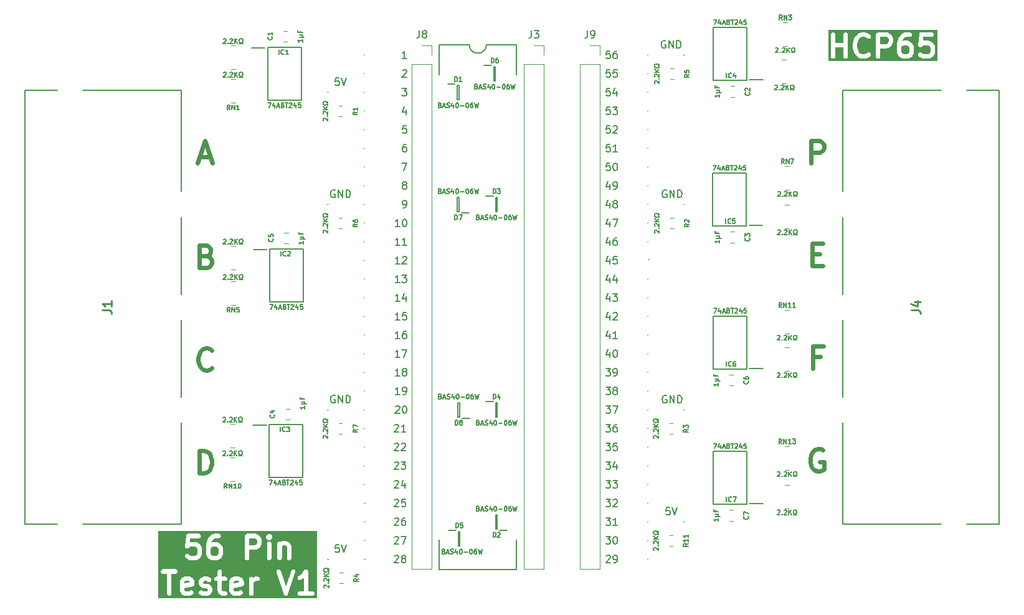
<source format=gto>
%TF.GenerationSoftware,KiCad,Pcbnew,9.0.4*%
%TF.CreationDate,2025-08-27T20:12:51+02:00*%
%TF.ProjectId,HCP65 56 Pin Tester,48435036-3520-4353-9620-50696e205465,V1*%
%TF.SameCoordinates,Original*%
%TF.FileFunction,Legend,Top*%
%TF.FilePolarity,Positive*%
%FSLAX46Y46*%
G04 Gerber Fmt 4.6, Leading zero omitted, Abs format (unit mm)*
G04 Created by KiCad (PCBNEW 9.0.4) date 2025-08-27 20:12:51*
%MOMM*%
%LPD*%
G01*
G04 APERTURE LIST*
%ADD10C,0.150000*%
%ADD11C,0.600000*%
%ADD12C,0.254000*%
%ADD13C,0.100000*%
%ADD14C,0.120000*%
%ADD15C,0.200000*%
G04 APERTURE END LIST*
D10*
X49679137Y10309137D02*
X45615137Y10309137D01*
X39220863Y10309137D02*
X39220863Y6245137D01*
X39220863Y-61087000D02*
X39220863Y-57023000D01*
X49679137Y10309137D02*
X49679137Y6245137D01*
X45615137Y10309137D02*
G75*
G02*
X43284863Y10309137I-1165137J0D01*
G01*
X49679137Y-61086999D02*
X39220863Y-61087000D01*
X39220863Y10309137D02*
X43284863Y10309137D01*
X49679137Y-61086999D02*
X49679136Y-57023000D01*
X25590523Y-57747819D02*
X25114333Y-57747819D01*
X25114333Y-57747819D02*
X25066714Y-58224009D01*
X25066714Y-58224009D02*
X25114333Y-58176390D01*
X25114333Y-58176390D02*
X25209571Y-58128771D01*
X25209571Y-58128771D02*
X25447666Y-58128771D01*
X25447666Y-58128771D02*
X25542904Y-58176390D01*
X25542904Y-58176390D02*
X25590523Y-58224009D01*
X25590523Y-58224009D02*
X25638142Y-58319247D01*
X25638142Y-58319247D02*
X25638142Y-58557342D01*
X25638142Y-58557342D02*
X25590523Y-58652580D01*
X25590523Y-58652580D02*
X25542904Y-58700200D01*
X25542904Y-58700200D02*
X25447666Y-58747819D01*
X25447666Y-58747819D02*
X25209571Y-58747819D01*
X25209571Y-58747819D02*
X25114333Y-58700200D01*
X25114333Y-58700200D02*
X25066714Y-58652580D01*
X25923857Y-57747819D02*
X26257190Y-58747819D01*
X26257190Y-58747819D02*
X26590523Y-57747819D01*
X62407969Y1815180D02*
X61931779Y1815180D01*
X61931779Y1815180D02*
X61884160Y1338990D01*
X61884160Y1338990D02*
X61931779Y1386609D01*
X61931779Y1386609D02*
X62027017Y1434228D01*
X62027017Y1434228D02*
X62265112Y1434228D01*
X62265112Y1434228D02*
X62360350Y1386609D01*
X62360350Y1386609D02*
X62407969Y1338990D01*
X62407969Y1338990D02*
X62455588Y1243752D01*
X62455588Y1243752D02*
X62455588Y1005657D01*
X62455588Y1005657D02*
X62407969Y910419D01*
X62407969Y910419D02*
X62360350Y862800D01*
X62360350Y862800D02*
X62265112Y815180D01*
X62265112Y815180D02*
X62027017Y815180D01*
X62027017Y815180D02*
X61931779Y862800D01*
X61931779Y862800D02*
X61884160Y910419D01*
X62788922Y1815180D02*
X63407969Y1815180D01*
X63407969Y1815180D02*
X63074636Y1434228D01*
X63074636Y1434228D02*
X63217493Y1434228D01*
X63217493Y1434228D02*
X63312731Y1386609D01*
X63312731Y1386609D02*
X63360350Y1338990D01*
X63360350Y1338990D02*
X63407969Y1243752D01*
X63407969Y1243752D02*
X63407969Y1005657D01*
X63407969Y1005657D02*
X63360350Y910419D01*
X63360350Y910419D02*
X63312731Y862800D01*
X63312731Y862800D02*
X63217493Y815180D01*
X63217493Y815180D02*
X62931779Y815180D01*
X62931779Y815180D02*
X62836541Y862800D01*
X62836541Y862800D02*
X62788922Y910419D01*
X33810458Y-16964819D02*
X33239030Y-16964819D01*
X33524744Y-16964819D02*
X33524744Y-15964819D01*
X33524744Y-15964819D02*
X33429506Y-16107676D01*
X33429506Y-16107676D02*
X33334268Y-16202914D01*
X33334268Y-16202914D02*
X33239030Y-16250533D01*
X34762839Y-16964819D02*
X34191411Y-16964819D01*
X34477125Y-16964819D02*
X34477125Y-15964819D01*
X34477125Y-15964819D02*
X34381887Y-16107676D01*
X34381887Y-16107676D02*
X34286649Y-16202914D01*
X34286649Y-16202914D02*
X34191411Y-16250533D01*
X25019095Y-9535438D02*
X24923857Y-9487819D01*
X24923857Y-9487819D02*
X24781000Y-9487819D01*
X24781000Y-9487819D02*
X24638143Y-9535438D01*
X24638143Y-9535438D02*
X24542905Y-9630676D01*
X24542905Y-9630676D02*
X24495286Y-9725914D01*
X24495286Y-9725914D02*
X24447667Y-9916390D01*
X24447667Y-9916390D02*
X24447667Y-10059247D01*
X24447667Y-10059247D02*
X24495286Y-10249723D01*
X24495286Y-10249723D02*
X24542905Y-10344961D01*
X24542905Y-10344961D02*
X24638143Y-10440200D01*
X24638143Y-10440200D02*
X24781000Y-10487819D01*
X24781000Y-10487819D02*
X24876238Y-10487819D01*
X24876238Y-10487819D02*
X25019095Y-10440200D01*
X25019095Y-10440200D02*
X25066714Y-10392580D01*
X25066714Y-10392580D02*
X25066714Y-10059247D01*
X25066714Y-10059247D02*
X24876238Y-10059247D01*
X25495286Y-10487819D02*
X25495286Y-9487819D01*
X25495286Y-9487819D02*
X26066714Y-10487819D01*
X26066714Y-10487819D02*
X26066714Y-9487819D01*
X26542905Y-10487819D02*
X26542905Y-9487819D01*
X26542905Y-9487819D02*
X26781000Y-9487819D01*
X26781000Y-9487819D02*
X26923857Y-9535438D01*
X26923857Y-9535438D02*
X27019095Y-9630676D01*
X27019095Y-9630676D02*
X27066714Y-9725914D01*
X27066714Y-9725914D02*
X27114333Y-9916390D01*
X27114333Y-9916390D02*
X27114333Y-10059247D01*
X27114333Y-10059247D02*
X27066714Y-10249723D01*
X27066714Y-10249723D02*
X27019095Y-10344961D01*
X27019095Y-10344961D02*
X26923857Y-10440200D01*
X26923857Y-10440200D02*
X26781000Y-10487819D01*
X26781000Y-10487819D02*
X26542905Y-10487819D01*
D11*
X90979571Y-32170228D02*
X89979571Y-32170228D01*
X89979571Y-33741657D02*
X89979571Y-30741657D01*
X89979571Y-30741657D02*
X91408143Y-30741657D01*
D10*
X62360350Y-31538152D02*
X62360350Y-32204819D01*
X62122255Y-31157200D02*
X61884160Y-31871485D01*
X61884160Y-31871485D02*
X62503207Y-31871485D01*
X63074636Y-31204819D02*
X63169874Y-31204819D01*
X63169874Y-31204819D02*
X63265112Y-31252438D01*
X63265112Y-31252438D02*
X63312731Y-31300057D01*
X63312731Y-31300057D02*
X63360350Y-31395295D01*
X63360350Y-31395295D02*
X63407969Y-31585771D01*
X63407969Y-31585771D02*
X63407969Y-31823866D01*
X63407969Y-31823866D02*
X63360350Y-32014342D01*
X63360350Y-32014342D02*
X63312731Y-32109580D01*
X63312731Y-32109580D02*
X63265112Y-32157200D01*
X63265112Y-32157200D02*
X63169874Y-32204819D01*
X63169874Y-32204819D02*
X63074636Y-32204819D01*
X63074636Y-32204819D02*
X62979398Y-32157200D01*
X62979398Y-32157200D02*
X62931779Y-32109580D01*
X62931779Y-32109580D02*
X62884160Y-32014342D01*
X62884160Y-32014342D02*
X62836541Y-31823866D01*
X62836541Y-31823866D02*
X62836541Y-31585771D01*
X62836541Y-31585771D02*
X62884160Y-31395295D01*
X62884160Y-31395295D02*
X62931779Y-31300057D01*
X62931779Y-31300057D02*
X62979398Y-31252438D01*
X62979398Y-31252438D02*
X63074636Y-31204819D01*
X62360350Y-11218152D02*
X62360350Y-11884819D01*
X62122255Y-10837200D02*
X61884160Y-11551485D01*
X61884160Y-11551485D02*
X62503207Y-11551485D01*
X63027017Y-11313390D02*
X62931779Y-11265771D01*
X62931779Y-11265771D02*
X62884160Y-11218152D01*
X62884160Y-11218152D02*
X62836541Y-11122914D01*
X62836541Y-11122914D02*
X62836541Y-11075295D01*
X62836541Y-11075295D02*
X62884160Y-10980057D01*
X62884160Y-10980057D02*
X62931779Y-10932438D01*
X62931779Y-10932438D02*
X63027017Y-10884819D01*
X63027017Y-10884819D02*
X63217493Y-10884819D01*
X63217493Y-10884819D02*
X63312731Y-10932438D01*
X63312731Y-10932438D02*
X63360350Y-10980057D01*
X63360350Y-10980057D02*
X63407969Y-11075295D01*
X63407969Y-11075295D02*
X63407969Y-11122914D01*
X63407969Y-11122914D02*
X63360350Y-11218152D01*
X63360350Y-11218152D02*
X63312731Y-11265771D01*
X63312731Y-11265771D02*
X63217493Y-11313390D01*
X63217493Y-11313390D02*
X63027017Y-11313390D01*
X63027017Y-11313390D02*
X62931779Y-11361009D01*
X62931779Y-11361009D02*
X62884160Y-11408628D01*
X62884160Y-11408628D02*
X62836541Y-11503866D01*
X62836541Y-11503866D02*
X62836541Y-11694342D01*
X62836541Y-11694342D02*
X62884160Y-11789580D01*
X62884160Y-11789580D02*
X62931779Y-11837200D01*
X62931779Y-11837200D02*
X63027017Y-11884819D01*
X63027017Y-11884819D02*
X63217493Y-11884819D01*
X63217493Y-11884819D02*
X63312731Y-11837200D01*
X63312731Y-11837200D02*
X63360350Y-11789580D01*
X63360350Y-11789580D02*
X63407969Y-11694342D01*
X63407969Y-11694342D02*
X63407969Y-11503866D01*
X63407969Y-11503866D02*
X63360350Y-11408628D01*
X63360350Y-11408628D02*
X63312731Y-11361009D01*
X63312731Y-11361009D02*
X63217493Y-11313390D01*
X33810458Y-19504819D02*
X33239030Y-19504819D01*
X33524744Y-19504819D02*
X33524744Y-18504819D01*
X33524744Y-18504819D02*
X33429506Y-18647676D01*
X33429506Y-18647676D02*
X33334268Y-18742914D01*
X33334268Y-18742914D02*
X33239030Y-18790533D01*
X34191411Y-18600057D02*
X34239030Y-18552438D01*
X34239030Y-18552438D02*
X34334268Y-18504819D01*
X34334268Y-18504819D02*
X34572363Y-18504819D01*
X34572363Y-18504819D02*
X34667601Y-18552438D01*
X34667601Y-18552438D02*
X34715220Y-18600057D01*
X34715220Y-18600057D02*
X34762839Y-18695295D01*
X34762839Y-18695295D02*
X34762839Y-18790533D01*
X34762839Y-18790533D02*
X34715220Y-18933390D01*
X34715220Y-18933390D02*
X34143792Y-19504819D01*
X34143792Y-19504819D02*
X34762839Y-19504819D01*
X33112030Y-44000057D02*
X33159649Y-43952438D01*
X33159649Y-43952438D02*
X33254887Y-43904819D01*
X33254887Y-43904819D02*
X33492982Y-43904819D01*
X33492982Y-43904819D02*
X33588220Y-43952438D01*
X33588220Y-43952438D02*
X33635839Y-44000057D01*
X33635839Y-44000057D02*
X33683458Y-44095295D01*
X33683458Y-44095295D02*
X33683458Y-44190533D01*
X33683458Y-44190533D02*
X33635839Y-44333390D01*
X33635839Y-44333390D02*
X33064411Y-44904819D01*
X33064411Y-44904819D02*
X33683458Y-44904819D01*
X34064411Y-44000057D02*
X34112030Y-43952438D01*
X34112030Y-43952438D02*
X34207268Y-43904819D01*
X34207268Y-43904819D02*
X34445363Y-43904819D01*
X34445363Y-43904819D02*
X34540601Y-43952438D01*
X34540601Y-43952438D02*
X34588220Y-44000057D01*
X34588220Y-44000057D02*
X34635839Y-44095295D01*
X34635839Y-44095295D02*
X34635839Y-44190533D01*
X34635839Y-44190533D02*
X34588220Y-44333390D01*
X34588220Y-44333390D02*
X34016792Y-44904819D01*
X34016792Y-44904819D02*
X34635839Y-44904819D01*
D11*
X89908142Y-18200228D02*
X90908142Y-18200228D01*
X91336714Y-19771657D02*
X89908142Y-19771657D01*
X89908142Y-19771657D02*
X89908142Y-16771657D01*
X89908142Y-16771657D02*
X91336714Y-16771657D01*
X7580285Y-18443557D02*
X8008857Y-18586414D01*
X8008857Y-18586414D02*
X8151714Y-18729271D01*
X8151714Y-18729271D02*
X8294571Y-19014986D01*
X8294571Y-19014986D02*
X8294571Y-19443557D01*
X8294571Y-19443557D02*
X8151714Y-19729271D01*
X8151714Y-19729271D02*
X8008857Y-19872129D01*
X8008857Y-19872129D02*
X7723142Y-20014986D01*
X7723142Y-20014986D02*
X6580285Y-20014986D01*
X6580285Y-20014986D02*
X6580285Y-17014986D01*
X6580285Y-17014986D02*
X7580285Y-17014986D01*
X7580285Y-17014986D02*
X7866000Y-17157843D01*
X7866000Y-17157843D02*
X8008857Y-17300700D01*
X8008857Y-17300700D02*
X8151714Y-17586414D01*
X8151714Y-17586414D02*
X8151714Y-17872129D01*
X8151714Y-17872129D02*
X8008857Y-18157843D01*
X8008857Y-18157843D02*
X7866000Y-18300700D01*
X7866000Y-18300700D02*
X7580285Y-18443557D01*
X7580285Y-18443557D02*
X6580285Y-18443557D01*
D10*
X69961095Y10784561D02*
X69865857Y10832180D01*
X69865857Y10832180D02*
X69723000Y10832180D01*
X69723000Y10832180D02*
X69580143Y10784561D01*
X69580143Y10784561D02*
X69484905Y10689323D01*
X69484905Y10689323D02*
X69437286Y10594085D01*
X69437286Y10594085D02*
X69389667Y10403609D01*
X69389667Y10403609D02*
X69389667Y10260752D01*
X69389667Y10260752D02*
X69437286Y10070276D01*
X69437286Y10070276D02*
X69484905Y9975038D01*
X69484905Y9975038D02*
X69580143Y9879800D01*
X69580143Y9879800D02*
X69723000Y9832180D01*
X69723000Y9832180D02*
X69818238Y9832180D01*
X69818238Y9832180D02*
X69961095Y9879800D01*
X69961095Y9879800D02*
X70008714Y9927419D01*
X70008714Y9927419D02*
X70008714Y10260752D01*
X70008714Y10260752D02*
X69818238Y10260752D01*
X70437286Y9832180D02*
X70437286Y10832180D01*
X70437286Y10832180D02*
X71008714Y9832180D01*
X71008714Y9832180D02*
X71008714Y10832180D01*
X71484905Y9832180D02*
X71484905Y10832180D01*
X71484905Y10832180D02*
X71723000Y10832180D01*
X71723000Y10832180D02*
X71865857Y10784561D01*
X71865857Y10784561D02*
X71961095Y10689323D01*
X71961095Y10689323D02*
X72008714Y10594085D01*
X72008714Y10594085D02*
X72056333Y10403609D01*
X72056333Y10403609D02*
X72056333Y10260752D01*
X72056333Y10260752D02*
X72008714Y10070276D01*
X72008714Y10070276D02*
X71961095Y9975038D01*
X71961095Y9975038D02*
X71865857Y9879800D01*
X71865857Y9879800D02*
X71723000Y9832180D01*
X71723000Y9832180D02*
X71484905Y9832180D01*
X62360350Y-28998152D02*
X62360350Y-29664819D01*
X62122255Y-28617200D02*
X61884160Y-29331485D01*
X61884160Y-29331485D02*
X62503207Y-29331485D01*
X63407969Y-29664819D02*
X62836541Y-29664819D01*
X63122255Y-29664819D02*
X63122255Y-28664819D01*
X63122255Y-28664819D02*
X63027017Y-28807676D01*
X63027017Y-28807676D02*
X62931779Y-28902914D01*
X62931779Y-28902914D02*
X62836541Y-28950533D01*
X25590523Y5752180D02*
X25114333Y5752180D01*
X25114333Y5752180D02*
X25066714Y5275990D01*
X25066714Y5275990D02*
X25114333Y5323609D01*
X25114333Y5323609D02*
X25209571Y5371228D01*
X25209571Y5371228D02*
X25447666Y5371228D01*
X25447666Y5371228D02*
X25542904Y5323609D01*
X25542904Y5323609D02*
X25590523Y5275990D01*
X25590523Y5275990D02*
X25638142Y5180752D01*
X25638142Y5180752D02*
X25638142Y4942657D01*
X25638142Y4942657D02*
X25590523Y4847419D01*
X25590523Y4847419D02*
X25542904Y4799800D01*
X25542904Y4799800D02*
X25447666Y4752180D01*
X25447666Y4752180D02*
X25209571Y4752180D01*
X25209571Y4752180D02*
X25114333Y4799800D01*
X25114333Y4799800D02*
X25066714Y4847419D01*
X25923857Y5752180D02*
X26257190Y4752180D01*
X26257190Y4752180D02*
X26590523Y5752180D01*
X62360350Y-8678152D02*
X62360350Y-9344819D01*
X62122255Y-8297200D02*
X61884160Y-9011485D01*
X61884160Y-9011485D02*
X62503207Y-9011485D01*
X62931779Y-9344819D02*
X63122255Y-9344819D01*
X63122255Y-9344819D02*
X63217493Y-9297200D01*
X63217493Y-9297200D02*
X63265112Y-9249580D01*
X63265112Y-9249580D02*
X63360350Y-9106723D01*
X63360350Y-9106723D02*
X63407969Y-8916247D01*
X63407969Y-8916247D02*
X63407969Y-8535295D01*
X63407969Y-8535295D02*
X63360350Y-8440057D01*
X63360350Y-8440057D02*
X63312731Y-8392438D01*
X63312731Y-8392438D02*
X63217493Y-8344819D01*
X63217493Y-8344819D02*
X63027017Y-8344819D01*
X63027017Y-8344819D02*
X62931779Y-8392438D01*
X62931779Y-8392438D02*
X62884160Y-8440057D01*
X62884160Y-8440057D02*
X62836541Y-8535295D01*
X62836541Y-8535295D02*
X62836541Y-8773390D01*
X62836541Y-8773390D02*
X62884160Y-8868628D01*
X62884160Y-8868628D02*
X62931779Y-8916247D01*
X62931779Y-8916247D02*
X63027017Y-8963866D01*
X63027017Y-8963866D02*
X63217493Y-8963866D01*
X63217493Y-8963866D02*
X63312731Y-8916247D01*
X63312731Y-8916247D02*
X63360350Y-8868628D01*
X63360350Y-8868628D02*
X63407969Y-8773390D01*
X34667601Y-3264819D02*
X34477125Y-3264819D01*
X34477125Y-3264819D02*
X34381887Y-3312438D01*
X34381887Y-3312438D02*
X34334268Y-3360057D01*
X34334268Y-3360057D02*
X34239030Y-3502914D01*
X34239030Y-3502914D02*
X34191411Y-3693390D01*
X34191411Y-3693390D02*
X34191411Y-4074342D01*
X34191411Y-4074342D02*
X34239030Y-4169580D01*
X34239030Y-4169580D02*
X34286649Y-4217200D01*
X34286649Y-4217200D02*
X34381887Y-4264819D01*
X34381887Y-4264819D02*
X34572363Y-4264819D01*
X34572363Y-4264819D02*
X34667601Y-4217200D01*
X34667601Y-4217200D02*
X34715220Y-4169580D01*
X34715220Y-4169580D02*
X34762839Y-4074342D01*
X34762839Y-4074342D02*
X34762839Y-3836247D01*
X34762839Y-3836247D02*
X34715220Y-3741009D01*
X34715220Y-3741009D02*
X34667601Y-3693390D01*
X34667601Y-3693390D02*
X34572363Y-3645771D01*
X34572363Y-3645771D02*
X34381887Y-3645771D01*
X34381887Y-3645771D02*
X34286649Y-3693390D01*
X34286649Y-3693390D02*
X34239030Y-3741009D01*
X34239030Y-3741009D02*
X34191411Y-3836247D01*
X34762839Y8435180D02*
X34191411Y8435180D01*
X34477125Y8435180D02*
X34477125Y9435180D01*
X34477125Y9435180D02*
X34381887Y9292323D01*
X34381887Y9292323D02*
X34286649Y9197085D01*
X34286649Y9197085D02*
X34191411Y9149466D01*
X33810458Y-32204819D02*
X33239030Y-32204819D01*
X33524744Y-32204819D02*
X33524744Y-31204819D01*
X33524744Y-31204819D02*
X33429506Y-31347676D01*
X33429506Y-31347676D02*
X33334268Y-31442914D01*
X33334268Y-31442914D02*
X33239030Y-31490533D01*
X34143792Y-31204819D02*
X34810458Y-31204819D01*
X34810458Y-31204819D02*
X34381887Y-32204819D01*
X61884160Y-59240057D02*
X61931779Y-59192438D01*
X61931779Y-59192438D02*
X62027017Y-59144819D01*
X62027017Y-59144819D02*
X62265112Y-59144819D01*
X62265112Y-59144819D02*
X62360350Y-59192438D01*
X62360350Y-59192438D02*
X62407969Y-59240057D01*
X62407969Y-59240057D02*
X62455588Y-59335295D01*
X62455588Y-59335295D02*
X62455588Y-59430533D01*
X62455588Y-59430533D02*
X62407969Y-59573390D01*
X62407969Y-59573390D02*
X61836541Y-60144819D01*
X61836541Y-60144819D02*
X62455588Y-60144819D01*
X62931779Y-60144819D02*
X63122255Y-60144819D01*
X63122255Y-60144819D02*
X63217493Y-60097200D01*
X63217493Y-60097200D02*
X63265112Y-60049580D01*
X63265112Y-60049580D02*
X63360350Y-59906723D01*
X63360350Y-59906723D02*
X63407969Y-59716247D01*
X63407969Y-59716247D02*
X63407969Y-59335295D01*
X63407969Y-59335295D02*
X63360350Y-59240057D01*
X63360350Y-59240057D02*
X63312731Y-59192438D01*
X63312731Y-59192438D02*
X63217493Y-59144819D01*
X63217493Y-59144819D02*
X63027017Y-59144819D01*
X63027017Y-59144819D02*
X62931779Y-59192438D01*
X62931779Y-59192438D02*
X62884160Y-59240057D01*
X62884160Y-59240057D02*
X62836541Y-59335295D01*
X62836541Y-59335295D02*
X62836541Y-59573390D01*
X62836541Y-59573390D02*
X62884160Y-59668628D01*
X62884160Y-59668628D02*
X62931779Y-59716247D01*
X62931779Y-59716247D02*
X63027017Y-59763866D01*
X63027017Y-59763866D02*
X63217493Y-59763866D01*
X63217493Y-59763866D02*
X63312731Y-59716247D01*
X63312731Y-59716247D02*
X63360350Y-59668628D01*
X63360350Y-59668628D02*
X63407969Y-59573390D01*
X34381887Y-8773390D02*
X34286649Y-8725771D01*
X34286649Y-8725771D02*
X34239030Y-8678152D01*
X34239030Y-8678152D02*
X34191411Y-8582914D01*
X34191411Y-8582914D02*
X34191411Y-8535295D01*
X34191411Y-8535295D02*
X34239030Y-8440057D01*
X34239030Y-8440057D02*
X34286649Y-8392438D01*
X34286649Y-8392438D02*
X34381887Y-8344819D01*
X34381887Y-8344819D02*
X34572363Y-8344819D01*
X34572363Y-8344819D02*
X34667601Y-8392438D01*
X34667601Y-8392438D02*
X34715220Y-8440057D01*
X34715220Y-8440057D02*
X34762839Y-8535295D01*
X34762839Y-8535295D02*
X34762839Y-8582914D01*
X34762839Y-8582914D02*
X34715220Y-8678152D01*
X34715220Y-8678152D02*
X34667601Y-8725771D01*
X34667601Y-8725771D02*
X34572363Y-8773390D01*
X34572363Y-8773390D02*
X34381887Y-8773390D01*
X34381887Y-8773390D02*
X34286649Y-8821009D01*
X34286649Y-8821009D02*
X34239030Y-8868628D01*
X34239030Y-8868628D02*
X34191411Y-8963866D01*
X34191411Y-8963866D02*
X34191411Y-9154342D01*
X34191411Y-9154342D02*
X34239030Y-9249580D01*
X34239030Y-9249580D02*
X34286649Y-9297200D01*
X34286649Y-9297200D02*
X34381887Y-9344819D01*
X34381887Y-9344819D02*
X34572363Y-9344819D01*
X34572363Y-9344819D02*
X34667601Y-9297200D01*
X34667601Y-9297200D02*
X34715220Y-9249580D01*
X34715220Y-9249580D02*
X34762839Y-9154342D01*
X34762839Y-9154342D02*
X34762839Y-8963866D01*
X34762839Y-8963866D02*
X34715220Y-8868628D01*
X34715220Y-8868628D02*
X34667601Y-8821009D01*
X34667601Y-8821009D02*
X34572363Y-8773390D01*
X62407969Y6895180D02*
X61931779Y6895180D01*
X61931779Y6895180D02*
X61884160Y6418990D01*
X61884160Y6418990D02*
X61931779Y6466609D01*
X61931779Y6466609D02*
X62027017Y6514228D01*
X62027017Y6514228D02*
X62265112Y6514228D01*
X62265112Y6514228D02*
X62360350Y6466609D01*
X62360350Y6466609D02*
X62407969Y6418990D01*
X62407969Y6418990D02*
X62455588Y6323752D01*
X62455588Y6323752D02*
X62455588Y6085657D01*
X62455588Y6085657D02*
X62407969Y5990419D01*
X62407969Y5990419D02*
X62360350Y5942800D01*
X62360350Y5942800D02*
X62265112Y5895180D01*
X62265112Y5895180D02*
X62027017Y5895180D01*
X62027017Y5895180D02*
X61931779Y5942800D01*
X61931779Y5942800D02*
X61884160Y5990419D01*
X63360350Y6895180D02*
X62884160Y6895180D01*
X62884160Y6895180D02*
X62836541Y6418990D01*
X62836541Y6418990D02*
X62884160Y6466609D01*
X62884160Y6466609D02*
X62979398Y6514228D01*
X62979398Y6514228D02*
X63217493Y6514228D01*
X63217493Y6514228D02*
X63312731Y6466609D01*
X63312731Y6466609D02*
X63360350Y6418990D01*
X63360350Y6418990D02*
X63407969Y6323752D01*
X63407969Y6323752D02*
X63407969Y6085657D01*
X63407969Y6085657D02*
X63360350Y5990419D01*
X63360350Y5990419D02*
X63312731Y5942800D01*
X63312731Y5942800D02*
X63217493Y5895180D01*
X63217493Y5895180D02*
X62979398Y5895180D01*
X62979398Y5895180D02*
X62884160Y5942800D01*
X62884160Y5942800D02*
X62836541Y5990419D01*
X34191411Y6799942D02*
X34239030Y6847561D01*
X34239030Y6847561D02*
X34334268Y6895180D01*
X34334268Y6895180D02*
X34572363Y6895180D01*
X34572363Y6895180D02*
X34667601Y6847561D01*
X34667601Y6847561D02*
X34715220Y6799942D01*
X34715220Y6799942D02*
X34762839Y6704704D01*
X34762839Y6704704D02*
X34762839Y6609466D01*
X34762839Y6609466D02*
X34715220Y6466609D01*
X34715220Y6466609D02*
X34143792Y5895180D01*
X34143792Y5895180D02*
X34762839Y5895180D01*
X33112030Y-49080057D02*
X33159649Y-49032438D01*
X33159649Y-49032438D02*
X33254887Y-48984819D01*
X33254887Y-48984819D02*
X33492982Y-48984819D01*
X33492982Y-48984819D02*
X33588220Y-49032438D01*
X33588220Y-49032438D02*
X33635839Y-49080057D01*
X33635839Y-49080057D02*
X33683458Y-49175295D01*
X33683458Y-49175295D02*
X33683458Y-49270533D01*
X33683458Y-49270533D02*
X33635839Y-49413390D01*
X33635839Y-49413390D02*
X33064411Y-49984819D01*
X33064411Y-49984819D02*
X33683458Y-49984819D01*
X34540601Y-49318152D02*
X34540601Y-49984819D01*
X34302506Y-48937200D02*
X34064411Y-49651485D01*
X34064411Y-49651485D02*
X34683458Y-49651485D01*
X62407969Y9435180D02*
X61931779Y9435180D01*
X61931779Y9435180D02*
X61884160Y8958990D01*
X61884160Y8958990D02*
X61931779Y9006609D01*
X61931779Y9006609D02*
X62027017Y9054228D01*
X62027017Y9054228D02*
X62265112Y9054228D01*
X62265112Y9054228D02*
X62360350Y9006609D01*
X62360350Y9006609D02*
X62407969Y8958990D01*
X62407969Y8958990D02*
X62455588Y8863752D01*
X62455588Y8863752D02*
X62455588Y8625657D01*
X62455588Y8625657D02*
X62407969Y8530419D01*
X62407969Y8530419D02*
X62360350Y8482800D01*
X62360350Y8482800D02*
X62265112Y8435180D01*
X62265112Y8435180D02*
X62027017Y8435180D01*
X62027017Y8435180D02*
X61931779Y8482800D01*
X61931779Y8482800D02*
X61884160Y8530419D01*
X63312731Y9435180D02*
X63122255Y9435180D01*
X63122255Y9435180D02*
X63027017Y9387561D01*
X63027017Y9387561D02*
X62979398Y9339942D01*
X62979398Y9339942D02*
X62884160Y9197085D01*
X62884160Y9197085D02*
X62836541Y9006609D01*
X62836541Y9006609D02*
X62836541Y8625657D01*
X62836541Y8625657D02*
X62884160Y8530419D01*
X62884160Y8530419D02*
X62931779Y8482800D01*
X62931779Y8482800D02*
X63027017Y8435180D01*
X63027017Y8435180D02*
X63217493Y8435180D01*
X63217493Y8435180D02*
X63312731Y8482800D01*
X63312731Y8482800D02*
X63360350Y8530419D01*
X63360350Y8530419D02*
X63407969Y8625657D01*
X63407969Y8625657D02*
X63407969Y8863752D01*
X63407969Y8863752D02*
X63360350Y8958990D01*
X63360350Y8958990D02*
X63312731Y9006609D01*
X63312731Y9006609D02*
X63217493Y9054228D01*
X63217493Y9054228D02*
X63027017Y9054228D01*
X63027017Y9054228D02*
X62931779Y9006609D01*
X62931779Y9006609D02*
X62884160Y8958990D01*
X62884160Y8958990D02*
X62836541Y8863752D01*
D11*
X89765285Y-5801657D02*
X89765285Y-2801657D01*
X89765285Y-2801657D02*
X90908142Y-2801657D01*
X90908142Y-2801657D02*
X91193857Y-2944514D01*
X91193857Y-2944514D02*
X91336714Y-3087371D01*
X91336714Y-3087371D02*
X91479571Y-3373085D01*
X91479571Y-3373085D02*
X91479571Y-3801657D01*
X91479571Y-3801657D02*
X91336714Y-4087371D01*
X91336714Y-4087371D02*
X91193857Y-4230228D01*
X91193857Y-4230228D02*
X90908142Y-4373085D01*
X90908142Y-4373085D02*
X89765285Y-4373085D01*
D10*
X33810458Y-37284819D02*
X33239030Y-37284819D01*
X33524744Y-37284819D02*
X33524744Y-36284819D01*
X33524744Y-36284819D02*
X33429506Y-36427676D01*
X33429506Y-36427676D02*
X33334268Y-36522914D01*
X33334268Y-36522914D02*
X33239030Y-36570533D01*
X34286649Y-37284819D02*
X34477125Y-37284819D01*
X34477125Y-37284819D02*
X34572363Y-37237200D01*
X34572363Y-37237200D02*
X34619982Y-37189580D01*
X34619982Y-37189580D02*
X34715220Y-37046723D01*
X34715220Y-37046723D02*
X34762839Y-36856247D01*
X34762839Y-36856247D02*
X34762839Y-36475295D01*
X34762839Y-36475295D02*
X34715220Y-36380057D01*
X34715220Y-36380057D02*
X34667601Y-36332438D01*
X34667601Y-36332438D02*
X34572363Y-36284819D01*
X34572363Y-36284819D02*
X34381887Y-36284819D01*
X34381887Y-36284819D02*
X34286649Y-36332438D01*
X34286649Y-36332438D02*
X34239030Y-36380057D01*
X34239030Y-36380057D02*
X34191411Y-36475295D01*
X34191411Y-36475295D02*
X34191411Y-36713390D01*
X34191411Y-36713390D02*
X34239030Y-36808628D01*
X34239030Y-36808628D02*
X34286649Y-36856247D01*
X34286649Y-36856247D02*
X34381887Y-36903866D01*
X34381887Y-36903866D02*
X34572363Y-36903866D01*
X34572363Y-36903866D02*
X34667601Y-36856247D01*
X34667601Y-36856247D02*
X34715220Y-36808628D01*
X34715220Y-36808628D02*
X34762839Y-36713390D01*
X62360350Y-18838152D02*
X62360350Y-19504819D01*
X62122255Y-18457200D02*
X61884160Y-19171485D01*
X61884160Y-19171485D02*
X62503207Y-19171485D01*
X63360350Y-18504819D02*
X62884160Y-18504819D01*
X62884160Y-18504819D02*
X62836541Y-18981009D01*
X62836541Y-18981009D02*
X62884160Y-18933390D01*
X62884160Y-18933390D02*
X62979398Y-18885771D01*
X62979398Y-18885771D02*
X63217493Y-18885771D01*
X63217493Y-18885771D02*
X63312731Y-18933390D01*
X63312731Y-18933390D02*
X63360350Y-18981009D01*
X63360350Y-18981009D02*
X63407969Y-19076247D01*
X63407969Y-19076247D02*
X63407969Y-19314342D01*
X63407969Y-19314342D02*
X63360350Y-19409580D01*
X63360350Y-19409580D02*
X63312731Y-19457200D01*
X63312731Y-19457200D02*
X63217493Y-19504819D01*
X63217493Y-19504819D02*
X62979398Y-19504819D01*
X62979398Y-19504819D02*
X62884160Y-19457200D01*
X62884160Y-19457200D02*
X62836541Y-19409580D01*
D11*
X6580285Y-47954986D02*
X6580285Y-44954986D01*
X6580285Y-44954986D02*
X7294571Y-44954986D01*
X7294571Y-44954986D02*
X7723142Y-45097843D01*
X7723142Y-45097843D02*
X8008857Y-45383557D01*
X8008857Y-45383557D02*
X8151714Y-45669271D01*
X8151714Y-45669271D02*
X8294571Y-46240700D01*
X8294571Y-46240700D02*
X8294571Y-46669271D01*
X8294571Y-46669271D02*
X8151714Y-47240700D01*
X8151714Y-47240700D02*
X8008857Y-47526414D01*
X8008857Y-47526414D02*
X7723142Y-47812129D01*
X7723142Y-47812129D02*
X7294571Y-47954986D01*
X7294571Y-47954986D02*
X6580285Y-47954986D01*
D10*
X33810458Y-29664819D02*
X33239030Y-29664819D01*
X33524744Y-29664819D02*
X33524744Y-28664819D01*
X33524744Y-28664819D02*
X33429506Y-28807676D01*
X33429506Y-28807676D02*
X33334268Y-28902914D01*
X33334268Y-28902914D02*
X33239030Y-28950533D01*
X34667601Y-28664819D02*
X34477125Y-28664819D01*
X34477125Y-28664819D02*
X34381887Y-28712438D01*
X34381887Y-28712438D02*
X34334268Y-28760057D01*
X34334268Y-28760057D02*
X34239030Y-28902914D01*
X34239030Y-28902914D02*
X34191411Y-29093390D01*
X34191411Y-29093390D02*
X34191411Y-29474342D01*
X34191411Y-29474342D02*
X34239030Y-29569580D01*
X34239030Y-29569580D02*
X34286649Y-29617200D01*
X34286649Y-29617200D02*
X34381887Y-29664819D01*
X34381887Y-29664819D02*
X34572363Y-29664819D01*
X34572363Y-29664819D02*
X34667601Y-29617200D01*
X34667601Y-29617200D02*
X34715220Y-29569580D01*
X34715220Y-29569580D02*
X34762839Y-29474342D01*
X34762839Y-29474342D02*
X34762839Y-29236247D01*
X34762839Y-29236247D02*
X34715220Y-29141009D01*
X34715220Y-29141009D02*
X34667601Y-29093390D01*
X34667601Y-29093390D02*
X34572363Y-29045771D01*
X34572363Y-29045771D02*
X34381887Y-29045771D01*
X34381887Y-29045771D02*
X34286649Y-29093390D01*
X34286649Y-29093390D02*
X34239030Y-29141009D01*
X34239030Y-29141009D02*
X34191411Y-29236247D01*
X33112030Y-54160057D02*
X33159649Y-54112438D01*
X33159649Y-54112438D02*
X33254887Y-54064819D01*
X33254887Y-54064819D02*
X33492982Y-54064819D01*
X33492982Y-54064819D02*
X33588220Y-54112438D01*
X33588220Y-54112438D02*
X33635839Y-54160057D01*
X33635839Y-54160057D02*
X33683458Y-54255295D01*
X33683458Y-54255295D02*
X33683458Y-54350533D01*
X33683458Y-54350533D02*
X33635839Y-54493390D01*
X33635839Y-54493390D02*
X33064411Y-55064819D01*
X33064411Y-55064819D02*
X33683458Y-55064819D01*
X34540601Y-54064819D02*
X34350125Y-54064819D01*
X34350125Y-54064819D02*
X34254887Y-54112438D01*
X34254887Y-54112438D02*
X34207268Y-54160057D01*
X34207268Y-54160057D02*
X34112030Y-54302914D01*
X34112030Y-54302914D02*
X34064411Y-54493390D01*
X34064411Y-54493390D02*
X34064411Y-54874342D01*
X34064411Y-54874342D02*
X34112030Y-54969580D01*
X34112030Y-54969580D02*
X34159649Y-55017200D01*
X34159649Y-55017200D02*
X34254887Y-55064819D01*
X34254887Y-55064819D02*
X34445363Y-55064819D01*
X34445363Y-55064819D02*
X34540601Y-55017200D01*
X34540601Y-55017200D02*
X34588220Y-54969580D01*
X34588220Y-54969580D02*
X34635839Y-54874342D01*
X34635839Y-54874342D02*
X34635839Y-54636247D01*
X34635839Y-54636247D02*
X34588220Y-54541009D01*
X34588220Y-54541009D02*
X34540601Y-54493390D01*
X34540601Y-54493390D02*
X34445363Y-54445771D01*
X34445363Y-54445771D02*
X34254887Y-54445771D01*
X34254887Y-54445771D02*
X34159649Y-54493390D01*
X34159649Y-54493390D02*
X34112030Y-54541009D01*
X34112030Y-54541009D02*
X34064411Y-54636247D01*
X62360350Y-26458152D02*
X62360350Y-27124819D01*
X62122255Y-26077200D02*
X61884160Y-26791485D01*
X61884160Y-26791485D02*
X62503207Y-26791485D01*
X62836541Y-26220057D02*
X62884160Y-26172438D01*
X62884160Y-26172438D02*
X62979398Y-26124819D01*
X62979398Y-26124819D02*
X63217493Y-26124819D01*
X63217493Y-26124819D02*
X63312731Y-26172438D01*
X63312731Y-26172438D02*
X63360350Y-26220057D01*
X63360350Y-26220057D02*
X63407969Y-26315295D01*
X63407969Y-26315295D02*
X63407969Y-26410533D01*
X63407969Y-26410533D02*
X63360350Y-26553390D01*
X63360350Y-26553390D02*
X62788922Y-27124819D01*
X62788922Y-27124819D02*
X63407969Y-27124819D01*
X62360350Y-13758152D02*
X62360350Y-14424819D01*
X62122255Y-13377200D02*
X61884160Y-14091485D01*
X61884160Y-14091485D02*
X62503207Y-14091485D01*
X62788922Y-13424819D02*
X63455588Y-13424819D01*
X63455588Y-13424819D02*
X63027017Y-14424819D01*
X33810458Y-22044819D02*
X33239030Y-22044819D01*
X33524744Y-22044819D02*
X33524744Y-21044819D01*
X33524744Y-21044819D02*
X33429506Y-21187676D01*
X33429506Y-21187676D02*
X33334268Y-21282914D01*
X33334268Y-21282914D02*
X33239030Y-21330533D01*
X34143792Y-21044819D02*
X34762839Y-21044819D01*
X34762839Y-21044819D02*
X34429506Y-21425771D01*
X34429506Y-21425771D02*
X34572363Y-21425771D01*
X34572363Y-21425771D02*
X34667601Y-21473390D01*
X34667601Y-21473390D02*
X34715220Y-21521009D01*
X34715220Y-21521009D02*
X34762839Y-21616247D01*
X34762839Y-21616247D02*
X34762839Y-21854342D01*
X34762839Y-21854342D02*
X34715220Y-21949580D01*
X34715220Y-21949580D02*
X34667601Y-21997200D01*
X34667601Y-21997200D02*
X34572363Y-22044819D01*
X34572363Y-22044819D02*
X34286649Y-22044819D01*
X34286649Y-22044819D02*
X34191411Y-21997200D01*
X34191411Y-21997200D02*
X34143792Y-21949580D01*
X62360350Y-23918152D02*
X62360350Y-24584819D01*
X62122255Y-23537200D02*
X61884160Y-24251485D01*
X61884160Y-24251485D02*
X62503207Y-24251485D01*
X62788922Y-23584819D02*
X63407969Y-23584819D01*
X63407969Y-23584819D02*
X63074636Y-23965771D01*
X63074636Y-23965771D02*
X63217493Y-23965771D01*
X63217493Y-23965771D02*
X63312731Y-24013390D01*
X63312731Y-24013390D02*
X63360350Y-24061009D01*
X63360350Y-24061009D02*
X63407969Y-24156247D01*
X63407969Y-24156247D02*
X63407969Y-24394342D01*
X63407969Y-24394342D02*
X63360350Y-24489580D01*
X63360350Y-24489580D02*
X63312731Y-24537200D01*
X63312731Y-24537200D02*
X63217493Y-24584819D01*
X63217493Y-24584819D02*
X62931779Y-24584819D01*
X62931779Y-24584819D02*
X62836541Y-24537200D01*
X62836541Y-24537200D02*
X62788922Y-24489580D01*
X34143792Y-5804819D02*
X34810458Y-5804819D01*
X34810458Y-5804819D02*
X34381887Y-6804819D01*
X61836541Y-51524819D02*
X62455588Y-51524819D01*
X62455588Y-51524819D02*
X62122255Y-51905771D01*
X62122255Y-51905771D02*
X62265112Y-51905771D01*
X62265112Y-51905771D02*
X62360350Y-51953390D01*
X62360350Y-51953390D02*
X62407969Y-52001009D01*
X62407969Y-52001009D02*
X62455588Y-52096247D01*
X62455588Y-52096247D02*
X62455588Y-52334342D01*
X62455588Y-52334342D02*
X62407969Y-52429580D01*
X62407969Y-52429580D02*
X62360350Y-52477200D01*
X62360350Y-52477200D02*
X62265112Y-52524819D01*
X62265112Y-52524819D02*
X61979398Y-52524819D01*
X61979398Y-52524819D02*
X61884160Y-52477200D01*
X61884160Y-52477200D02*
X61836541Y-52429580D01*
X62836541Y-51620057D02*
X62884160Y-51572438D01*
X62884160Y-51572438D02*
X62979398Y-51524819D01*
X62979398Y-51524819D02*
X63217493Y-51524819D01*
X63217493Y-51524819D02*
X63312731Y-51572438D01*
X63312731Y-51572438D02*
X63360350Y-51620057D01*
X63360350Y-51620057D02*
X63407969Y-51715295D01*
X63407969Y-51715295D02*
X63407969Y-51810533D01*
X63407969Y-51810533D02*
X63360350Y-51953390D01*
X63360350Y-51953390D02*
X62788922Y-52524819D01*
X62788922Y-52524819D02*
X63407969Y-52524819D01*
X70532523Y-52667819D02*
X70056333Y-52667819D01*
X70056333Y-52667819D02*
X70008714Y-53144009D01*
X70008714Y-53144009D02*
X70056333Y-53096390D01*
X70056333Y-53096390D02*
X70151571Y-53048771D01*
X70151571Y-53048771D02*
X70389666Y-53048771D01*
X70389666Y-53048771D02*
X70484904Y-53096390D01*
X70484904Y-53096390D02*
X70532523Y-53144009D01*
X70532523Y-53144009D02*
X70580142Y-53239247D01*
X70580142Y-53239247D02*
X70580142Y-53477342D01*
X70580142Y-53477342D02*
X70532523Y-53572580D01*
X70532523Y-53572580D02*
X70484904Y-53620200D01*
X70484904Y-53620200D02*
X70389666Y-53667819D01*
X70389666Y-53667819D02*
X70151571Y-53667819D01*
X70151571Y-53667819D02*
X70056333Y-53620200D01*
X70056333Y-53620200D02*
X70008714Y-53572580D01*
X70865857Y-52667819D02*
X71199190Y-53667819D01*
X71199190Y-53667819D02*
X71532523Y-52667819D01*
X33112030Y-41460057D02*
X33159649Y-41412438D01*
X33159649Y-41412438D02*
X33254887Y-41364819D01*
X33254887Y-41364819D02*
X33492982Y-41364819D01*
X33492982Y-41364819D02*
X33588220Y-41412438D01*
X33588220Y-41412438D02*
X33635839Y-41460057D01*
X33635839Y-41460057D02*
X33683458Y-41555295D01*
X33683458Y-41555295D02*
X33683458Y-41650533D01*
X33683458Y-41650533D02*
X33635839Y-41793390D01*
X33635839Y-41793390D02*
X33064411Y-42364819D01*
X33064411Y-42364819D02*
X33683458Y-42364819D01*
X34635839Y-42364819D02*
X34064411Y-42364819D01*
X34350125Y-42364819D02*
X34350125Y-41364819D01*
X34350125Y-41364819D02*
X34254887Y-41507676D01*
X34254887Y-41507676D02*
X34159649Y-41602914D01*
X34159649Y-41602914D02*
X34064411Y-41650533D01*
X62360350Y-16298152D02*
X62360350Y-16964819D01*
X62122255Y-15917200D02*
X61884160Y-16631485D01*
X61884160Y-16631485D02*
X62503207Y-16631485D01*
X63312731Y-15964819D02*
X63122255Y-15964819D01*
X63122255Y-15964819D02*
X63027017Y-16012438D01*
X63027017Y-16012438D02*
X62979398Y-16060057D01*
X62979398Y-16060057D02*
X62884160Y-16202914D01*
X62884160Y-16202914D02*
X62836541Y-16393390D01*
X62836541Y-16393390D02*
X62836541Y-16774342D01*
X62836541Y-16774342D02*
X62884160Y-16869580D01*
X62884160Y-16869580D02*
X62931779Y-16917200D01*
X62931779Y-16917200D02*
X63027017Y-16964819D01*
X63027017Y-16964819D02*
X63217493Y-16964819D01*
X63217493Y-16964819D02*
X63312731Y-16917200D01*
X63312731Y-16917200D02*
X63360350Y-16869580D01*
X63360350Y-16869580D02*
X63407969Y-16774342D01*
X63407969Y-16774342D02*
X63407969Y-16536247D01*
X63407969Y-16536247D02*
X63360350Y-16441009D01*
X63360350Y-16441009D02*
X63312731Y-16393390D01*
X63312731Y-16393390D02*
X63217493Y-16345771D01*
X63217493Y-16345771D02*
X63027017Y-16345771D01*
X63027017Y-16345771D02*
X62931779Y-16393390D01*
X62931779Y-16393390D02*
X62884160Y-16441009D01*
X62884160Y-16441009D02*
X62836541Y-16536247D01*
X61836541Y-54064819D02*
X62455588Y-54064819D01*
X62455588Y-54064819D02*
X62122255Y-54445771D01*
X62122255Y-54445771D02*
X62265112Y-54445771D01*
X62265112Y-54445771D02*
X62360350Y-54493390D01*
X62360350Y-54493390D02*
X62407969Y-54541009D01*
X62407969Y-54541009D02*
X62455588Y-54636247D01*
X62455588Y-54636247D02*
X62455588Y-54874342D01*
X62455588Y-54874342D02*
X62407969Y-54969580D01*
X62407969Y-54969580D02*
X62360350Y-55017200D01*
X62360350Y-55017200D02*
X62265112Y-55064819D01*
X62265112Y-55064819D02*
X61979398Y-55064819D01*
X61979398Y-55064819D02*
X61884160Y-55017200D01*
X61884160Y-55017200D02*
X61836541Y-54969580D01*
X63407969Y-55064819D02*
X62836541Y-55064819D01*
X63122255Y-55064819D02*
X63122255Y-54064819D01*
X63122255Y-54064819D02*
X63027017Y-54207676D01*
X63027017Y-54207676D02*
X62931779Y-54302914D01*
X62931779Y-54302914D02*
X62836541Y-54350533D01*
X62360350Y-21378152D02*
X62360350Y-22044819D01*
X62122255Y-20997200D02*
X61884160Y-21711485D01*
X61884160Y-21711485D02*
X62503207Y-21711485D01*
X63312731Y-21378152D02*
X63312731Y-22044819D01*
X63074636Y-20997200D02*
X62836541Y-21711485D01*
X62836541Y-21711485D02*
X63455588Y-21711485D01*
X25019095Y-37475438D02*
X24923857Y-37427819D01*
X24923857Y-37427819D02*
X24781000Y-37427819D01*
X24781000Y-37427819D02*
X24638143Y-37475438D01*
X24638143Y-37475438D02*
X24542905Y-37570676D01*
X24542905Y-37570676D02*
X24495286Y-37665914D01*
X24495286Y-37665914D02*
X24447667Y-37856390D01*
X24447667Y-37856390D02*
X24447667Y-37999247D01*
X24447667Y-37999247D02*
X24495286Y-38189723D01*
X24495286Y-38189723D02*
X24542905Y-38284961D01*
X24542905Y-38284961D02*
X24638143Y-38380200D01*
X24638143Y-38380200D02*
X24781000Y-38427819D01*
X24781000Y-38427819D02*
X24876238Y-38427819D01*
X24876238Y-38427819D02*
X25019095Y-38380200D01*
X25019095Y-38380200D02*
X25066714Y-38332580D01*
X25066714Y-38332580D02*
X25066714Y-37999247D01*
X25066714Y-37999247D02*
X24876238Y-37999247D01*
X25495286Y-38427819D02*
X25495286Y-37427819D01*
X25495286Y-37427819D02*
X26066714Y-38427819D01*
X26066714Y-38427819D02*
X26066714Y-37427819D01*
X26542905Y-38427819D02*
X26542905Y-37427819D01*
X26542905Y-37427819D02*
X26781000Y-37427819D01*
X26781000Y-37427819D02*
X26923857Y-37475438D01*
X26923857Y-37475438D02*
X27019095Y-37570676D01*
X27019095Y-37570676D02*
X27066714Y-37665914D01*
X27066714Y-37665914D02*
X27114333Y-37856390D01*
X27114333Y-37856390D02*
X27114333Y-37999247D01*
X27114333Y-37999247D02*
X27066714Y-38189723D01*
X27066714Y-38189723D02*
X27019095Y-38284961D01*
X27019095Y-38284961D02*
X26923857Y-38380200D01*
X26923857Y-38380200D02*
X26781000Y-38427819D01*
X26781000Y-38427819D02*
X26542905Y-38427819D01*
X33810458Y-24584819D02*
X33239030Y-24584819D01*
X33524744Y-24584819D02*
X33524744Y-23584819D01*
X33524744Y-23584819D02*
X33429506Y-23727676D01*
X33429506Y-23727676D02*
X33334268Y-23822914D01*
X33334268Y-23822914D02*
X33239030Y-23870533D01*
X34667601Y-23918152D02*
X34667601Y-24584819D01*
X34429506Y-23537200D02*
X34191411Y-24251485D01*
X34191411Y-24251485D02*
X34810458Y-24251485D01*
X61836541Y-48984819D02*
X62455588Y-48984819D01*
X62455588Y-48984819D02*
X62122255Y-49365771D01*
X62122255Y-49365771D02*
X62265112Y-49365771D01*
X62265112Y-49365771D02*
X62360350Y-49413390D01*
X62360350Y-49413390D02*
X62407969Y-49461009D01*
X62407969Y-49461009D02*
X62455588Y-49556247D01*
X62455588Y-49556247D02*
X62455588Y-49794342D01*
X62455588Y-49794342D02*
X62407969Y-49889580D01*
X62407969Y-49889580D02*
X62360350Y-49937200D01*
X62360350Y-49937200D02*
X62265112Y-49984819D01*
X62265112Y-49984819D02*
X61979398Y-49984819D01*
X61979398Y-49984819D02*
X61884160Y-49937200D01*
X61884160Y-49937200D02*
X61836541Y-49889580D01*
X62788922Y-48984819D02*
X63407969Y-48984819D01*
X63407969Y-48984819D02*
X63074636Y-49365771D01*
X63074636Y-49365771D02*
X63217493Y-49365771D01*
X63217493Y-49365771D02*
X63312731Y-49413390D01*
X63312731Y-49413390D02*
X63360350Y-49461009D01*
X63360350Y-49461009D02*
X63407969Y-49556247D01*
X63407969Y-49556247D02*
X63407969Y-49794342D01*
X63407969Y-49794342D02*
X63360350Y-49889580D01*
X63360350Y-49889580D02*
X63312731Y-49937200D01*
X63312731Y-49937200D02*
X63217493Y-49984819D01*
X63217493Y-49984819D02*
X62931779Y-49984819D01*
X62931779Y-49984819D02*
X62836541Y-49937200D01*
X62836541Y-49937200D02*
X62788922Y-49889580D01*
D11*
X6651714Y-4944514D02*
X8080286Y-4944514D01*
X6366000Y-5801657D02*
X7366000Y-2801657D01*
X7366000Y-2801657D02*
X8366000Y-5801657D01*
D10*
X33112030Y-46540057D02*
X33159649Y-46492438D01*
X33159649Y-46492438D02*
X33254887Y-46444819D01*
X33254887Y-46444819D02*
X33492982Y-46444819D01*
X33492982Y-46444819D02*
X33588220Y-46492438D01*
X33588220Y-46492438D02*
X33635839Y-46540057D01*
X33635839Y-46540057D02*
X33683458Y-46635295D01*
X33683458Y-46635295D02*
X33683458Y-46730533D01*
X33683458Y-46730533D02*
X33635839Y-46873390D01*
X33635839Y-46873390D02*
X33064411Y-47444819D01*
X33064411Y-47444819D02*
X33683458Y-47444819D01*
X34016792Y-46444819D02*
X34635839Y-46444819D01*
X34635839Y-46444819D02*
X34302506Y-46825771D01*
X34302506Y-46825771D02*
X34445363Y-46825771D01*
X34445363Y-46825771D02*
X34540601Y-46873390D01*
X34540601Y-46873390D02*
X34588220Y-46921009D01*
X34588220Y-46921009D02*
X34635839Y-47016247D01*
X34635839Y-47016247D02*
X34635839Y-47254342D01*
X34635839Y-47254342D02*
X34588220Y-47349580D01*
X34588220Y-47349580D02*
X34540601Y-47397200D01*
X34540601Y-47397200D02*
X34445363Y-47444819D01*
X34445363Y-47444819D02*
X34159649Y-47444819D01*
X34159649Y-47444819D02*
X34064411Y-47397200D01*
X34064411Y-47397200D02*
X34016792Y-47349580D01*
X33810458Y-14424819D02*
X33239030Y-14424819D01*
X33524744Y-14424819D02*
X33524744Y-13424819D01*
X33524744Y-13424819D02*
X33429506Y-13567676D01*
X33429506Y-13567676D02*
X33334268Y-13662914D01*
X33334268Y-13662914D02*
X33239030Y-13710533D01*
X34429506Y-13424819D02*
X34524744Y-13424819D01*
X34524744Y-13424819D02*
X34619982Y-13472438D01*
X34619982Y-13472438D02*
X34667601Y-13520057D01*
X34667601Y-13520057D02*
X34715220Y-13615295D01*
X34715220Y-13615295D02*
X34762839Y-13805771D01*
X34762839Y-13805771D02*
X34762839Y-14043866D01*
X34762839Y-14043866D02*
X34715220Y-14234342D01*
X34715220Y-14234342D02*
X34667601Y-14329580D01*
X34667601Y-14329580D02*
X34619982Y-14377200D01*
X34619982Y-14377200D02*
X34524744Y-14424819D01*
X34524744Y-14424819D02*
X34429506Y-14424819D01*
X34429506Y-14424819D02*
X34334268Y-14377200D01*
X34334268Y-14377200D02*
X34286649Y-14329580D01*
X34286649Y-14329580D02*
X34239030Y-14234342D01*
X34239030Y-14234342D02*
X34191411Y-14043866D01*
X34191411Y-14043866D02*
X34191411Y-13805771D01*
X34191411Y-13805771D02*
X34239030Y-13615295D01*
X34239030Y-13615295D02*
X34286649Y-13520057D01*
X34286649Y-13520057D02*
X34334268Y-13472438D01*
X34334268Y-13472438D02*
X34429506Y-13424819D01*
D11*
G36*
X5285820Y-62717036D02*
G01*
X5338172Y-62821739D01*
X4523713Y-62984631D01*
X4523713Y-62849964D01*
X4590176Y-62717036D01*
X4723105Y-62650573D01*
X5152893Y-62650573D01*
X5285820Y-62717036D01*
G37*
G36*
X12000106Y-62717036D02*
G01*
X12052458Y-62821739D01*
X11237999Y-62984631D01*
X11237999Y-62849964D01*
X11304462Y-62717036D01*
X11437391Y-62650573D01*
X11867179Y-62650573D01*
X12000106Y-62717036D01*
G37*
G36*
X9046007Y-58053011D02*
G01*
X9120016Y-58127020D01*
X9209429Y-58305846D01*
X9209429Y-58878492D01*
X9120015Y-59057318D01*
X9046006Y-59131328D01*
X8867180Y-59220741D01*
X8437392Y-59220741D01*
X8258565Y-59131328D01*
X8184556Y-59057318D01*
X8095143Y-58878492D01*
X8095143Y-58305846D01*
X8184556Y-58127020D01*
X8258564Y-58053011D01*
X8437392Y-57963598D01*
X8867180Y-57963598D01*
X9046007Y-58053011D01*
G37*
G36*
X14331721Y-56910154D02*
G01*
X14405730Y-56984163D01*
X14495143Y-57162989D01*
X14495143Y-57449921D01*
X14405730Y-57628747D01*
X14331721Y-57702755D01*
X14152894Y-57792169D01*
X13380857Y-57792169D01*
X13380857Y-56820741D01*
X14152894Y-56820741D01*
X14331721Y-56910154D01*
G37*
G36*
X22568766Y-64983906D02*
G01*
X1021519Y-64983906D01*
X1021519Y-61311415D01*
X1354852Y-61311415D01*
X1354852Y-61389731D01*
X1375121Y-61465378D01*
X1414279Y-61533201D01*
X1469657Y-61588579D01*
X1537480Y-61627737D01*
X1613127Y-61648006D01*
X1652285Y-61650573D01*
X2209428Y-61650573D01*
X2209428Y-64350573D01*
X2211995Y-64389731D01*
X2232264Y-64465378D01*
X2271422Y-64533201D01*
X2326800Y-64588579D01*
X2394623Y-64627737D01*
X2470270Y-64648006D01*
X2548586Y-64648006D01*
X2624233Y-64627737D01*
X2692056Y-64588579D01*
X2747434Y-64533201D01*
X2786592Y-64465378D01*
X2806861Y-64389731D01*
X2809428Y-64350573D01*
X2809428Y-62779144D01*
X3923713Y-62779144D01*
X3923713Y-63922001D01*
X3924773Y-63938177D01*
X3924468Y-63943267D01*
X3925408Y-63947862D01*
X3926280Y-63961159D01*
X3934107Y-63990372D01*
X3940169Y-64019993D01*
X3945333Y-64032271D01*
X3946549Y-64036806D01*
X3949100Y-64041225D01*
X3955385Y-64056165D01*
X4098242Y-64341880D01*
X4118050Y-64375756D01*
X4130002Y-64389235D01*
X4139934Y-64404277D01*
X4155874Y-64418411D01*
X4170009Y-64434352D01*
X4185050Y-64444283D01*
X4198530Y-64456236D01*
X4232406Y-64476044D01*
X4518121Y-64618901D01*
X4533060Y-64625185D01*
X4537480Y-64627737D01*
X4542014Y-64628952D01*
X4554293Y-64634117D01*
X4583913Y-64640178D01*
X4613127Y-64648006D01*
X4626423Y-64648877D01*
X4631019Y-64649818D01*
X4636108Y-64649512D01*
X4652285Y-64650573D01*
X5223713Y-64650573D01*
X5239890Y-64649512D01*
X5244980Y-64649818D01*
X5249575Y-64648877D01*
X5262871Y-64648006D01*
X5292083Y-64640178D01*
X5321705Y-64634117D01*
X5333983Y-64628952D01*
X5338518Y-64627737D01*
X5342937Y-64625185D01*
X5357877Y-64618901D01*
X5643591Y-64476044D01*
X5677467Y-64456236D01*
X5736063Y-64404277D01*
X5779214Y-64338921D01*
X5803980Y-64264624D01*
X5808672Y-64186449D01*
X5792971Y-64109724D01*
X5757947Y-64039676D01*
X5705988Y-63981080D01*
X5640632Y-63937929D01*
X5566335Y-63913163D01*
X5488160Y-63908471D01*
X5411435Y-63924172D01*
X5375263Y-63939388D01*
X5152893Y-64050573D01*
X4723105Y-64050573D01*
X4590176Y-63984109D01*
X4523713Y-63851181D01*
X4523713Y-63596513D01*
X5711120Y-63359032D01*
X5749014Y-63348836D01*
X5757714Y-63344534D01*
X5767090Y-63342022D01*
X5792699Y-63327236D01*
X5819217Y-63314125D01*
X5826510Y-63307715D01*
X5834913Y-63302864D01*
X5855823Y-63281953D01*
X5878043Y-63262426D01*
X5883427Y-63254350D01*
X5890291Y-63247486D01*
X5905081Y-63221867D01*
X5921485Y-63197263D01*
X5924594Y-63188071D01*
X5929449Y-63179663D01*
X5937105Y-63151086D01*
X5946581Y-63123077D01*
X5947205Y-63113392D01*
X5949718Y-63104016D01*
X5952285Y-63064858D01*
X5952285Y-62779144D01*
X6495142Y-62779144D01*
X6495142Y-62922001D01*
X6496202Y-62938177D01*
X6495897Y-62943267D01*
X6496837Y-62947862D01*
X6497709Y-62961159D01*
X6505536Y-62990372D01*
X6511598Y-63019993D01*
X6516762Y-63032271D01*
X6517978Y-63036806D01*
X6520529Y-63041225D01*
X6526814Y-63056165D01*
X6669671Y-63341880D01*
X6689479Y-63375756D01*
X6701431Y-63389235D01*
X6711363Y-63404277D01*
X6727303Y-63418411D01*
X6741438Y-63434352D01*
X6756479Y-63444283D01*
X6769959Y-63456236D01*
X6803835Y-63476044D01*
X7089550Y-63618901D01*
X7104489Y-63625185D01*
X7108909Y-63627737D01*
X7113443Y-63628952D01*
X7125722Y-63634117D01*
X7155342Y-63640178D01*
X7184556Y-63648006D01*
X7197852Y-63648877D01*
X7202448Y-63649818D01*
X7207537Y-63649512D01*
X7223714Y-63650573D01*
X7581465Y-63650573D01*
X7714392Y-63717036D01*
X7780856Y-63849964D01*
X7780856Y-63851181D01*
X7714392Y-63984109D01*
X7581465Y-64050573D01*
X7151676Y-64050573D01*
X6929306Y-63939388D01*
X6893134Y-63924172D01*
X6816409Y-63908471D01*
X6738234Y-63913163D01*
X6663937Y-63937929D01*
X6598581Y-63981080D01*
X6546622Y-64039676D01*
X6511598Y-64109724D01*
X6495897Y-64186449D01*
X6500589Y-64264624D01*
X6525355Y-64338921D01*
X6568506Y-64404277D01*
X6627102Y-64456236D01*
X6660978Y-64476044D01*
X6946692Y-64618901D01*
X6961631Y-64625185D01*
X6966051Y-64627737D01*
X6970585Y-64628952D01*
X6982864Y-64634117D01*
X7012485Y-64640178D01*
X7041698Y-64648006D01*
X7054993Y-64648877D01*
X7059589Y-64649818D01*
X7064678Y-64649512D01*
X7080856Y-64650573D01*
X7652285Y-64650573D01*
X7668462Y-64649512D01*
X7673552Y-64649818D01*
X7678147Y-64648877D01*
X7691443Y-64648006D01*
X7720655Y-64640178D01*
X7750277Y-64634117D01*
X7762555Y-64628952D01*
X7767090Y-64627737D01*
X7771509Y-64625185D01*
X7786449Y-64618901D01*
X8072163Y-64476044D01*
X8106039Y-64456236D01*
X8119518Y-64444283D01*
X8134560Y-64434352D01*
X8148694Y-64418411D01*
X8164635Y-64404277D01*
X8174565Y-64389236D01*
X8186519Y-64375756D01*
X8206327Y-64341880D01*
X8349184Y-64056165D01*
X8355468Y-64041225D01*
X8358020Y-64036806D01*
X8359235Y-64032271D01*
X8364400Y-64019993D01*
X8370461Y-63990372D01*
X8378289Y-63961159D01*
X8379160Y-63947862D01*
X8380101Y-63943267D01*
X8379795Y-63938177D01*
X8380856Y-63922001D01*
X8380856Y-63779144D01*
X8379795Y-63762966D01*
X8380101Y-63757877D01*
X8379160Y-63753281D01*
X8378289Y-63739986D01*
X8370461Y-63710773D01*
X8364400Y-63681152D01*
X8359235Y-63668873D01*
X8358020Y-63664339D01*
X8355468Y-63659919D01*
X8349184Y-63644980D01*
X8206327Y-63359266D01*
X8186519Y-63325390D01*
X8174565Y-63311909D01*
X8164635Y-63296869D01*
X8148694Y-63282734D01*
X8134560Y-63266794D01*
X8119519Y-63256863D01*
X8106039Y-63244910D01*
X8072163Y-63225102D01*
X7786449Y-63082245D01*
X7771509Y-63075960D01*
X7767090Y-63073409D01*
X7762555Y-63072193D01*
X7750277Y-63067029D01*
X7720655Y-63060967D01*
X7691443Y-63053140D01*
X7678147Y-63052268D01*
X7673552Y-63051328D01*
X7668462Y-63051633D01*
X7652285Y-63050573D01*
X7294534Y-63050573D01*
X7161605Y-62984109D01*
X7095142Y-62851181D01*
X7095142Y-62849964D01*
X7161605Y-62717036D01*
X7294534Y-62650573D01*
X7581465Y-62650573D01*
X7803835Y-62761758D01*
X7840007Y-62776974D01*
X7916732Y-62792675D01*
X7994907Y-62787983D01*
X8069204Y-62763217D01*
X8134560Y-62720066D01*
X8186519Y-62661470D01*
X8221543Y-62591422D01*
X8237244Y-62514697D01*
X8232552Y-62436522D01*
X8207786Y-62362225D01*
X8174239Y-62311415D01*
X8640566Y-62311415D01*
X8640566Y-62389731D01*
X8660835Y-62465378D01*
X8699993Y-62533201D01*
X8755371Y-62588579D01*
X8823194Y-62627737D01*
X8898841Y-62648006D01*
X8937999Y-62650573D01*
X9066570Y-62650573D01*
X9066570Y-63922001D01*
X9067630Y-63938177D01*
X9067325Y-63943267D01*
X9068265Y-63947862D01*
X9069137Y-63961159D01*
X9076964Y-63990372D01*
X9083026Y-64019993D01*
X9088190Y-64032271D01*
X9089406Y-64036806D01*
X9091957Y-64041225D01*
X9098242Y-64056165D01*
X9241099Y-64341880D01*
X9260907Y-64375756D01*
X9272859Y-64389235D01*
X9282791Y-64404277D01*
X9298731Y-64418411D01*
X9312866Y-64434352D01*
X9327907Y-64444283D01*
X9341387Y-64456236D01*
X9375263Y-64476044D01*
X9660978Y-64618901D01*
X9675917Y-64625185D01*
X9680337Y-64627737D01*
X9684871Y-64628952D01*
X9697150Y-64634117D01*
X9726770Y-64640178D01*
X9755984Y-64648006D01*
X9769280Y-64648877D01*
X9773876Y-64649818D01*
X9778965Y-64649512D01*
X9795142Y-64650573D01*
X10080856Y-64650573D01*
X10120014Y-64648006D01*
X10195661Y-64627737D01*
X10263484Y-64588579D01*
X10318862Y-64533201D01*
X10358020Y-64465378D01*
X10378289Y-64389731D01*
X10378289Y-64311415D01*
X10358020Y-64235768D01*
X10318862Y-64167945D01*
X10263484Y-64112567D01*
X10195661Y-64073409D01*
X10120014Y-64053140D01*
X10080856Y-64050573D01*
X9865962Y-64050573D01*
X9733033Y-63984109D01*
X9666570Y-63851181D01*
X9666570Y-62779144D01*
X10637999Y-62779144D01*
X10637999Y-63922001D01*
X10639059Y-63938177D01*
X10638754Y-63943267D01*
X10639694Y-63947862D01*
X10640566Y-63961159D01*
X10648393Y-63990372D01*
X10654455Y-64019993D01*
X10659619Y-64032271D01*
X10660835Y-64036806D01*
X10663386Y-64041225D01*
X10669671Y-64056165D01*
X10812528Y-64341880D01*
X10832336Y-64375756D01*
X10844288Y-64389235D01*
X10854220Y-64404277D01*
X10870160Y-64418411D01*
X10884295Y-64434352D01*
X10899336Y-64444283D01*
X10912816Y-64456236D01*
X10946692Y-64476044D01*
X11232407Y-64618901D01*
X11247346Y-64625185D01*
X11251766Y-64627737D01*
X11256300Y-64628952D01*
X11268579Y-64634117D01*
X11298199Y-64640178D01*
X11327413Y-64648006D01*
X11340709Y-64648877D01*
X11345305Y-64649818D01*
X11350394Y-64649512D01*
X11366571Y-64650573D01*
X11937999Y-64650573D01*
X11954176Y-64649512D01*
X11959266Y-64649818D01*
X11963861Y-64648877D01*
X11977157Y-64648006D01*
X12006369Y-64640178D01*
X12035991Y-64634117D01*
X12048269Y-64628952D01*
X12052804Y-64627737D01*
X12057223Y-64625185D01*
X12072163Y-64618901D01*
X12357877Y-64476044D01*
X12391753Y-64456236D01*
X12450349Y-64404277D01*
X12493500Y-64338921D01*
X12518266Y-64264624D01*
X12522958Y-64186449D01*
X12507257Y-64109724D01*
X12472233Y-64039676D01*
X12420274Y-63981080D01*
X12354918Y-63937929D01*
X12280621Y-63913163D01*
X12202446Y-63908471D01*
X12125721Y-63924172D01*
X12089549Y-63939388D01*
X11867179Y-64050573D01*
X11437391Y-64050573D01*
X11304462Y-63984109D01*
X11237999Y-63851181D01*
X11237999Y-63596513D01*
X12425406Y-63359032D01*
X12463300Y-63348836D01*
X12472000Y-63344534D01*
X12481376Y-63342022D01*
X12506985Y-63327236D01*
X12533503Y-63314125D01*
X12540796Y-63307715D01*
X12549199Y-63302864D01*
X12570109Y-63281953D01*
X12592329Y-63262426D01*
X12597713Y-63254350D01*
X12604577Y-63247486D01*
X12619367Y-63221867D01*
X12635771Y-63197263D01*
X12638880Y-63188071D01*
X12643735Y-63179663D01*
X12651391Y-63151086D01*
X12660867Y-63123077D01*
X12661491Y-63113392D01*
X12664004Y-63104016D01*
X12666571Y-63064858D01*
X12666571Y-62779144D01*
X12665510Y-62762966D01*
X12665816Y-62757876D01*
X12664875Y-62753280D01*
X12664004Y-62739986D01*
X12656177Y-62710776D01*
X12650115Y-62681151D01*
X12644949Y-62668870D01*
X12643735Y-62664339D01*
X12641185Y-62659922D01*
X12634899Y-62644979D01*
X12492041Y-62359265D01*
X12486959Y-62350573D01*
X13352285Y-62350573D01*
X13352285Y-64350573D01*
X13354852Y-64389731D01*
X13375121Y-64465378D01*
X13414279Y-64533201D01*
X13469657Y-64588579D01*
X13537480Y-64627737D01*
X13613127Y-64648006D01*
X13691443Y-64648006D01*
X13767090Y-64627737D01*
X13834913Y-64588579D01*
X13890291Y-64533201D01*
X13929449Y-64465378D01*
X13949718Y-64389731D01*
X13952285Y-64350573D01*
X13952285Y-62992821D01*
X14041697Y-62813995D01*
X14115707Y-62739986D01*
X14294534Y-62650573D01*
X14509428Y-62650573D01*
X14548586Y-62648006D01*
X14624233Y-62627737D01*
X14692056Y-62588579D01*
X14747434Y-62533201D01*
X14786592Y-62465378D01*
X14806861Y-62389731D01*
X14806861Y-62311415D01*
X14786592Y-62235768D01*
X14747434Y-62167945D01*
X14692056Y-62112567D01*
X14624233Y-62073409D01*
X14548586Y-62053140D01*
X14509428Y-62050573D01*
X14223714Y-62050573D01*
X14207536Y-62051633D01*
X14202447Y-62051328D01*
X14197851Y-62052268D01*
X14184556Y-62053140D01*
X14155343Y-62060967D01*
X14125722Y-62067029D01*
X14113443Y-62072193D01*
X14108909Y-62073409D01*
X14104489Y-62075960D01*
X14089550Y-62082245D01*
X13896531Y-62178754D01*
X13890291Y-62167945D01*
X13834913Y-62112567D01*
X13767090Y-62073409D01*
X13691443Y-62053140D01*
X13613127Y-62053140D01*
X13537480Y-62073409D01*
X13469657Y-62112567D01*
X13414279Y-62167945D01*
X13375121Y-62235768D01*
X13354852Y-62311415D01*
X13352285Y-62350573D01*
X12486959Y-62350573D01*
X12472233Y-62325389D01*
X12460277Y-62311906D01*
X12450349Y-62296869D01*
X12434409Y-62282734D01*
X12420273Y-62266793D01*
X12405232Y-62256862D01*
X12391753Y-62244910D01*
X12357877Y-62225102D01*
X12072163Y-62082245D01*
X12057223Y-62075960D01*
X12052804Y-62073409D01*
X12048269Y-62072193D01*
X12035991Y-62067029D01*
X12006369Y-62060967D01*
X11977157Y-62053140D01*
X11963861Y-62052268D01*
X11959266Y-62051328D01*
X11954176Y-62051633D01*
X11937999Y-62050573D01*
X11366571Y-62050573D01*
X11350394Y-62051633D01*
X11345305Y-62051328D01*
X11340709Y-62052268D01*
X11327413Y-62053140D01*
X11298199Y-62060967D01*
X11268579Y-62067029D01*
X11256300Y-62072193D01*
X11251766Y-62073409D01*
X11247346Y-62075960D01*
X11232407Y-62082245D01*
X10946692Y-62225102D01*
X10912816Y-62244910D01*
X10899335Y-62256863D01*
X10884295Y-62266794D01*
X10870160Y-62282734D01*
X10854220Y-62296869D01*
X10844288Y-62311910D01*
X10832336Y-62325390D01*
X10812528Y-62359266D01*
X10669671Y-62644980D01*
X10663386Y-62659919D01*
X10660835Y-62664339D01*
X10659619Y-62668873D01*
X10654455Y-62681152D01*
X10648393Y-62710773D01*
X10640566Y-62739986D01*
X10639694Y-62753281D01*
X10638754Y-62757877D01*
X10639059Y-62762966D01*
X10637999Y-62779144D01*
X9666570Y-62779144D01*
X9666570Y-62650573D01*
X10080856Y-62650573D01*
X10120014Y-62648006D01*
X10195661Y-62627737D01*
X10263484Y-62588579D01*
X10318862Y-62533201D01*
X10358020Y-62465378D01*
X10378289Y-62389731D01*
X10378289Y-62311415D01*
X10358020Y-62235768D01*
X10318862Y-62167945D01*
X10263484Y-62112567D01*
X10195661Y-62073409D01*
X10120014Y-62053140D01*
X10080856Y-62050573D01*
X9666570Y-62050573D01*
X9666570Y-61350573D01*
X9665176Y-61329306D01*
X17067326Y-61329306D01*
X17072018Y-61407481D01*
X17081966Y-61445441D01*
X18081966Y-64445442D01*
X18082812Y-64447518D01*
X18083027Y-64448565D01*
X18084179Y-64450870D01*
X18096784Y-64481778D01*
X18108524Y-64499560D01*
X18118051Y-64518613D01*
X18130004Y-64532093D01*
X18139935Y-64547134D01*
X18155876Y-64561270D01*
X18170010Y-64577209D01*
X18185047Y-64587137D01*
X18198531Y-64599094D01*
X18217590Y-64608623D01*
X18235366Y-64620360D01*
X18252457Y-64626057D01*
X18268579Y-64634118D01*
X18289456Y-64638390D01*
X18309663Y-64645126D01*
X18327645Y-64646205D01*
X18345304Y-64649819D01*
X18366577Y-64648541D01*
X18387838Y-64649818D01*
X18405488Y-64646206D01*
X18423479Y-64645126D01*
X18443693Y-64638387D01*
X18464563Y-64634117D01*
X18480678Y-64626059D01*
X18497776Y-64620360D01*
X18515559Y-64608618D01*
X18534611Y-64599093D01*
X18548087Y-64587142D01*
X18563132Y-64577210D01*
X18577270Y-64561265D01*
X18593207Y-64547134D01*
X18603134Y-64532097D01*
X18615091Y-64518614D01*
X18624618Y-64499557D01*
X18636358Y-64481778D01*
X18648960Y-64450874D01*
X18650115Y-64448565D01*
X18650329Y-64447516D01*
X18651176Y-64445441D01*
X19389995Y-62228984D01*
X19924469Y-62228984D01*
X19940170Y-62305709D01*
X19975194Y-62375757D01*
X20027154Y-62434353D01*
X20092509Y-62477503D01*
X20166807Y-62502269D01*
X20244982Y-62506961D01*
X20321707Y-62491260D01*
X20357879Y-62476044D01*
X20643592Y-62333186D01*
X20677468Y-62313378D01*
X20684228Y-62307383D01*
X20692056Y-62302864D01*
X20721560Y-62276990D01*
X20780857Y-62217693D01*
X20780857Y-64050573D01*
X20223714Y-64050573D01*
X20184556Y-64053140D01*
X20108909Y-64073409D01*
X20041086Y-64112567D01*
X19985708Y-64167945D01*
X19946550Y-64235768D01*
X19926281Y-64311415D01*
X19926281Y-64389731D01*
X19946550Y-64465378D01*
X19985708Y-64533201D01*
X20041086Y-64588579D01*
X20108909Y-64627737D01*
X20184556Y-64648006D01*
X20223714Y-64650573D01*
X21938000Y-64650573D01*
X21977158Y-64648006D01*
X22052805Y-64627737D01*
X22120628Y-64588579D01*
X22176006Y-64533201D01*
X22215164Y-64465378D01*
X22235433Y-64389731D01*
X22235433Y-64311415D01*
X22215164Y-64235768D01*
X22176006Y-64167945D01*
X22120628Y-64112567D01*
X22052805Y-64073409D01*
X21977158Y-64053140D01*
X21938000Y-64050573D01*
X21380857Y-64050573D01*
X21380857Y-61350573D01*
X21379874Y-61335589D01*
X21380194Y-61330639D01*
X21379236Y-61325850D01*
X21378290Y-61311415D01*
X21370636Y-61282849D01*
X21364835Y-61253844D01*
X21360533Y-61245143D01*
X21358021Y-61235768D01*
X21343231Y-61210151D01*
X21330123Y-61183641D01*
X21323716Y-61176351D01*
X21318863Y-61167945D01*
X21297944Y-61147026D01*
X21278424Y-61124815D01*
X21270350Y-61119432D01*
X21263485Y-61112567D01*
X21237863Y-61097774D01*
X21213262Y-61081373D01*
X21204069Y-61078263D01*
X21195662Y-61073409D01*
X21167093Y-61065754D01*
X21139076Y-61056276D01*
X21129387Y-61055651D01*
X21120015Y-61053140D01*
X21090447Y-61053140D01*
X21060923Y-61051236D01*
X21051404Y-61053140D01*
X21041699Y-61053140D01*
X21013124Y-61060796D01*
X20984128Y-61066596D01*
X20975431Y-61070895D01*
X20966052Y-61073409D01*
X20940430Y-61088201D01*
X20913925Y-61101307D01*
X20906635Y-61107713D01*
X20898229Y-61112567D01*
X20877310Y-61133485D01*
X20855099Y-61153006D01*
X20846304Y-61164491D01*
X20842851Y-61167945D01*
X20840370Y-61172241D01*
X20831242Y-61184163D01*
X20562006Y-61588016D01*
X20331720Y-61818301D01*
X20089549Y-61939388D01*
X20055673Y-61959196D01*
X19997077Y-62011156D01*
X19953927Y-62076511D01*
X19929161Y-62150809D01*
X19924469Y-62228984D01*
X19389995Y-62228984D01*
X19651176Y-61445441D01*
X19661124Y-61407481D01*
X19665816Y-61329306D01*
X19650115Y-61252581D01*
X19615091Y-61182532D01*
X19563132Y-61123936D01*
X19497776Y-61080786D01*
X19423479Y-61056020D01*
X19345304Y-61051327D01*
X19268579Y-61067028D01*
X19198531Y-61102052D01*
X19139935Y-61154012D01*
X19096784Y-61219368D01*
X19081966Y-61255704D01*
X18366570Y-63401889D01*
X17651176Y-61255705D01*
X17636358Y-61219368D01*
X17593207Y-61154012D01*
X17534611Y-61102053D01*
X17464563Y-61067029D01*
X17387838Y-61051328D01*
X17309663Y-61056020D01*
X17235366Y-61080786D01*
X17170010Y-61123937D01*
X17118051Y-61182533D01*
X17083027Y-61252581D01*
X17067326Y-61329306D01*
X9665176Y-61329306D01*
X9664003Y-61311415D01*
X9643734Y-61235768D01*
X9604576Y-61167945D01*
X9549198Y-61112567D01*
X9481375Y-61073409D01*
X9405728Y-61053140D01*
X9327412Y-61053140D01*
X9251765Y-61073409D01*
X9183942Y-61112567D01*
X9128564Y-61167945D01*
X9089406Y-61235768D01*
X9069137Y-61311415D01*
X9066570Y-61350573D01*
X9066570Y-62050573D01*
X8937999Y-62050573D01*
X8898841Y-62053140D01*
X8823194Y-62073409D01*
X8755371Y-62112567D01*
X8699993Y-62167945D01*
X8660835Y-62235768D01*
X8640566Y-62311415D01*
X8174239Y-62311415D01*
X8164635Y-62296869D01*
X8106039Y-62244910D01*
X8072163Y-62225102D01*
X7786449Y-62082245D01*
X7771509Y-62075960D01*
X7767090Y-62073409D01*
X7762555Y-62072193D01*
X7750277Y-62067029D01*
X7720655Y-62060967D01*
X7691443Y-62053140D01*
X7678147Y-62052268D01*
X7673552Y-62051328D01*
X7668462Y-62051633D01*
X7652285Y-62050573D01*
X7223714Y-62050573D01*
X7207537Y-62051633D01*
X7202448Y-62051328D01*
X7197852Y-62052268D01*
X7184556Y-62053140D01*
X7155342Y-62060967D01*
X7125722Y-62067029D01*
X7113443Y-62072193D01*
X7108909Y-62073409D01*
X7104489Y-62075960D01*
X7089550Y-62082245D01*
X6803835Y-62225102D01*
X6769959Y-62244910D01*
X6756478Y-62256863D01*
X6741438Y-62266794D01*
X6727303Y-62282734D01*
X6711363Y-62296869D01*
X6701431Y-62311910D01*
X6689479Y-62325390D01*
X6669671Y-62359266D01*
X6526814Y-62644980D01*
X6520529Y-62659919D01*
X6517978Y-62664339D01*
X6516762Y-62668873D01*
X6511598Y-62681152D01*
X6505536Y-62710773D01*
X6497709Y-62739986D01*
X6496837Y-62753281D01*
X6495897Y-62757877D01*
X6496202Y-62762966D01*
X6495142Y-62779144D01*
X5952285Y-62779144D01*
X5951224Y-62762966D01*
X5951530Y-62757876D01*
X5950589Y-62753280D01*
X5949718Y-62739986D01*
X5941891Y-62710776D01*
X5935829Y-62681151D01*
X5930663Y-62668870D01*
X5929449Y-62664339D01*
X5926899Y-62659922D01*
X5920613Y-62644979D01*
X5777755Y-62359265D01*
X5757947Y-62325389D01*
X5745991Y-62311906D01*
X5736063Y-62296869D01*
X5720123Y-62282734D01*
X5705987Y-62266793D01*
X5690946Y-62256862D01*
X5677467Y-62244910D01*
X5643591Y-62225102D01*
X5357877Y-62082245D01*
X5342937Y-62075960D01*
X5338518Y-62073409D01*
X5333983Y-62072193D01*
X5321705Y-62067029D01*
X5292083Y-62060967D01*
X5262871Y-62053140D01*
X5249575Y-62052268D01*
X5244980Y-62051328D01*
X5239890Y-62051633D01*
X5223713Y-62050573D01*
X4652285Y-62050573D01*
X4636108Y-62051633D01*
X4631019Y-62051328D01*
X4626423Y-62052268D01*
X4613127Y-62053140D01*
X4583913Y-62060967D01*
X4554293Y-62067029D01*
X4542014Y-62072193D01*
X4537480Y-62073409D01*
X4533060Y-62075960D01*
X4518121Y-62082245D01*
X4232406Y-62225102D01*
X4198530Y-62244910D01*
X4185049Y-62256863D01*
X4170009Y-62266794D01*
X4155874Y-62282734D01*
X4139934Y-62296869D01*
X4130002Y-62311910D01*
X4118050Y-62325390D01*
X4098242Y-62359266D01*
X3955385Y-62644980D01*
X3949100Y-62659919D01*
X3946549Y-62664339D01*
X3945333Y-62668873D01*
X3940169Y-62681152D01*
X3934107Y-62710773D01*
X3926280Y-62739986D01*
X3925408Y-62753281D01*
X3924468Y-62757877D01*
X3924773Y-62762966D01*
X3923713Y-62779144D01*
X2809428Y-62779144D01*
X2809428Y-61650573D01*
X3366571Y-61650573D01*
X3405729Y-61648006D01*
X3481376Y-61627737D01*
X3549199Y-61588579D01*
X3604577Y-61533201D01*
X3643735Y-61465378D01*
X3664004Y-61389731D01*
X3664004Y-61311415D01*
X3643735Y-61235768D01*
X3604577Y-61167945D01*
X3549199Y-61112567D01*
X3481376Y-61073409D01*
X3405729Y-61053140D01*
X3366571Y-61050573D01*
X1652285Y-61050573D01*
X1613127Y-61053140D01*
X1537480Y-61073409D01*
X1469657Y-61112567D01*
X1414279Y-61167945D01*
X1375121Y-61235768D01*
X1354852Y-61311415D01*
X1021519Y-61311415D01*
X1021519Y-57958680D01*
X4638147Y-57958680D01*
X4640567Y-57973476D01*
X4640567Y-57988470D01*
X4646861Y-58011963D01*
X4650788Y-58035968D01*
X4656955Y-58049633D01*
X4660836Y-58064117D01*
X4672998Y-58085183D01*
X4683003Y-58107351D01*
X4692496Y-58118954D01*
X4699994Y-58131940D01*
X4717192Y-58149138D01*
X4732596Y-58167965D01*
X4744771Y-58176717D01*
X4755372Y-58187318D01*
X4776434Y-58199478D01*
X4796186Y-58213677D01*
X4810210Y-58218979D01*
X4823195Y-58226476D01*
X4846689Y-58232771D01*
X4869441Y-58241373D01*
X4884360Y-58242864D01*
X4898842Y-58246745D01*
X4923166Y-58246745D01*
X4947368Y-58249165D01*
X4962164Y-58246745D01*
X4977158Y-58246745D01*
X5000651Y-58240450D01*
X5024656Y-58236524D01*
X5038321Y-58230356D01*
X5052805Y-58226476D01*
X5073871Y-58214313D01*
X5096039Y-58204309D01*
X5107642Y-58194815D01*
X5120628Y-58187318D01*
X5150132Y-58161444D01*
X5258564Y-58053011D01*
X5437392Y-57963598D01*
X6010037Y-57963598D01*
X6188864Y-58053011D01*
X6262873Y-58127020D01*
X6352286Y-58305846D01*
X6352286Y-58878492D01*
X6262872Y-59057318D01*
X6188863Y-59131328D01*
X6010037Y-59220741D01*
X5437392Y-59220741D01*
X5258565Y-59131328D01*
X5150133Y-59022895D01*
X5120629Y-58997021D01*
X5052806Y-58957862D01*
X4977159Y-58937593D01*
X4898843Y-58937593D01*
X4823196Y-58957862D01*
X4755373Y-58997020D01*
X4699995Y-59052397D01*
X4660836Y-59120220D01*
X4640567Y-59195867D01*
X4640567Y-59274183D01*
X4660836Y-59349830D01*
X4699994Y-59417653D01*
X4725867Y-59447157D01*
X4868724Y-59590015D01*
X4898228Y-59615889D01*
X4906055Y-59620408D01*
X4912817Y-59626404D01*
X4946693Y-59646212D01*
X5232408Y-59789069D01*
X5247347Y-59795353D01*
X5251767Y-59797905D01*
X5256301Y-59799120D01*
X5268580Y-59804285D01*
X5298200Y-59810346D01*
X5327414Y-59818174D01*
X5340710Y-59819045D01*
X5345306Y-59819986D01*
X5350395Y-59819680D01*
X5366572Y-59820741D01*
X6080857Y-59820741D01*
X6097033Y-59819680D01*
X6102123Y-59819986D01*
X6106718Y-59819045D01*
X6120015Y-59818174D01*
X6149228Y-59810346D01*
X6178849Y-59804285D01*
X6191127Y-59799120D01*
X6195662Y-59797905D01*
X6200081Y-59795353D01*
X6215021Y-59789069D01*
X6500736Y-59646212D01*
X6534612Y-59626404D01*
X6541373Y-59620408D01*
X6549201Y-59615889D01*
X6578705Y-59590015D01*
X6721562Y-59447157D01*
X6747435Y-59417653D01*
X6751952Y-59409828D01*
X6757949Y-59403066D01*
X6777757Y-59369190D01*
X6920614Y-59083476D01*
X6926898Y-59068536D01*
X6929450Y-59064117D01*
X6930665Y-59059582D01*
X6935830Y-59047304D01*
X6941891Y-59017682D01*
X6949719Y-58988470D01*
X6950590Y-58975174D01*
X6951531Y-58970579D01*
X6951225Y-58965489D01*
X6952286Y-58949312D01*
X6952286Y-58235026D01*
X6951225Y-58218848D01*
X6951531Y-58213759D01*
X6950590Y-58209163D01*
X6949719Y-58195868D01*
X6941891Y-58166655D01*
X6935830Y-58137034D01*
X6930665Y-58124755D01*
X6929450Y-58120221D01*
X6926898Y-58115801D01*
X6920614Y-58100862D01*
X6777757Y-57815148D01*
X6772674Y-57806455D01*
X7495143Y-57806455D01*
X7495143Y-58949312D01*
X7496203Y-58965489D01*
X7495898Y-58970579D01*
X7496838Y-58975174D01*
X7497710Y-58988470D01*
X7505537Y-59017682D01*
X7511599Y-59047304D01*
X7516763Y-59059582D01*
X7517979Y-59064117D01*
X7520530Y-59068536D01*
X7526815Y-59083476D01*
X7669672Y-59369190D01*
X7689480Y-59403066D01*
X7695476Y-59409828D01*
X7699994Y-59417653D01*
X7725867Y-59447157D01*
X7868724Y-59590015D01*
X7898228Y-59615889D01*
X7906055Y-59620408D01*
X7912817Y-59626404D01*
X7946693Y-59646212D01*
X8232408Y-59789069D01*
X8247347Y-59795353D01*
X8251767Y-59797905D01*
X8256301Y-59799120D01*
X8268580Y-59804285D01*
X8298200Y-59810346D01*
X8327414Y-59818174D01*
X8340710Y-59819045D01*
X8345306Y-59819986D01*
X8350395Y-59819680D01*
X8366572Y-59820741D01*
X8938000Y-59820741D01*
X8954176Y-59819680D01*
X8959266Y-59819986D01*
X8963861Y-59819045D01*
X8977158Y-59818174D01*
X9006371Y-59810346D01*
X9035992Y-59804285D01*
X9048270Y-59799120D01*
X9052805Y-59797905D01*
X9057224Y-59795353D01*
X9072164Y-59789069D01*
X9357879Y-59646212D01*
X9391755Y-59626404D01*
X9398516Y-59620408D01*
X9406344Y-59615889D01*
X9435848Y-59590015D01*
X9578705Y-59447157D01*
X9604578Y-59417653D01*
X9609095Y-59409828D01*
X9615092Y-59403066D01*
X9634900Y-59369190D01*
X9777757Y-59083476D01*
X9784041Y-59068536D01*
X9786593Y-59064117D01*
X9787808Y-59059582D01*
X9792973Y-59047304D01*
X9799034Y-59017682D01*
X9806862Y-58988470D01*
X9807733Y-58975174D01*
X9808674Y-58970579D01*
X9808368Y-58965489D01*
X9809429Y-58949312D01*
X9809429Y-58235026D01*
X9808368Y-58218848D01*
X9808674Y-58213759D01*
X9807733Y-58209163D01*
X9806862Y-58195868D01*
X9799034Y-58166655D01*
X9792973Y-58137034D01*
X9787808Y-58124755D01*
X9786593Y-58120221D01*
X9784041Y-58115801D01*
X9777757Y-58100862D01*
X9634900Y-57815148D01*
X9615092Y-57781272D01*
X9609097Y-57774511D01*
X9604578Y-57766684D01*
X9578704Y-57737180D01*
X9435847Y-57594323D01*
X9406343Y-57568449D01*
X9398515Y-57563929D01*
X9391755Y-57557935D01*
X9357879Y-57538127D01*
X9072164Y-57395270D01*
X9057224Y-57388985D01*
X9052805Y-57386434D01*
X9048270Y-57385218D01*
X9035992Y-57380054D01*
X9006371Y-57373992D01*
X8977158Y-57366165D01*
X8963861Y-57365293D01*
X8959266Y-57364353D01*
X8954176Y-57364658D01*
X8938000Y-57363598D01*
X8366572Y-57363598D01*
X8350395Y-57364658D01*
X8345306Y-57364353D01*
X8340710Y-57365293D01*
X8327414Y-57366165D01*
X8298200Y-57373992D01*
X8268580Y-57380054D01*
X8256301Y-57385218D01*
X8251767Y-57386434D01*
X8247347Y-57388985D01*
X8232408Y-57395270D01*
X8203567Y-57409690D01*
X8216440Y-57358198D01*
X8456851Y-56997582D01*
X8544280Y-56910154D01*
X8723106Y-56820741D01*
X9223715Y-56820741D01*
X9262873Y-56818174D01*
X9338520Y-56797905D01*
X9406343Y-56758747D01*
X9461721Y-56703369D01*
X9500879Y-56635546D01*
X9521148Y-56559899D01*
X9521148Y-56520741D01*
X12780857Y-56520741D01*
X12780857Y-59520741D01*
X12783424Y-59559899D01*
X12803693Y-59635546D01*
X12842851Y-59703369D01*
X12898229Y-59758747D01*
X12966052Y-59797905D01*
X13041699Y-59818174D01*
X13120015Y-59818174D01*
X13195662Y-59797905D01*
X13263485Y-59758747D01*
X13318863Y-59703369D01*
X13358021Y-59635546D01*
X13378290Y-59559899D01*
X13380857Y-59520741D01*
X13380857Y-58392169D01*
X14223714Y-58392169D01*
X14239890Y-58391108D01*
X14244980Y-58391414D01*
X14249575Y-58390473D01*
X14262872Y-58389602D01*
X14292085Y-58381774D01*
X14321706Y-58375713D01*
X14333984Y-58370548D01*
X14338519Y-58369333D01*
X14342938Y-58366781D01*
X14357878Y-58360497D01*
X14643593Y-58217640D01*
X14677469Y-58197832D01*
X14684229Y-58191837D01*
X14692057Y-58187318D01*
X14721561Y-58161444D01*
X14864418Y-58018587D01*
X14890292Y-57989083D01*
X14894811Y-57981255D01*
X14900806Y-57974495D01*
X14920614Y-57940619D01*
X15063471Y-57654905D01*
X15069755Y-57639965D01*
X15072307Y-57635546D01*
X15073522Y-57631011D01*
X15078687Y-57618733D01*
X15084748Y-57589111D01*
X15092576Y-57559899D01*
X15093447Y-57546603D01*
X15094388Y-57542008D01*
X15094082Y-57536918D01*
X15095143Y-57520741D01*
X15780857Y-57520741D01*
X15780857Y-59520741D01*
X15783424Y-59559899D01*
X15803693Y-59635546D01*
X15842851Y-59703369D01*
X15898229Y-59758747D01*
X15966052Y-59797905D01*
X16041699Y-59818174D01*
X16120015Y-59818174D01*
X16195662Y-59797905D01*
X16263485Y-59758747D01*
X16318863Y-59703369D01*
X16358021Y-59635546D01*
X16378290Y-59559899D01*
X16380857Y-59520741D01*
X16380857Y-57520741D01*
X17209428Y-57520741D01*
X17209428Y-59520741D01*
X17211995Y-59559899D01*
X17232264Y-59635546D01*
X17271422Y-59703369D01*
X17326800Y-59758747D01*
X17394623Y-59797905D01*
X17470270Y-59818174D01*
X17548586Y-59818174D01*
X17624233Y-59797905D01*
X17692056Y-59758747D01*
X17747434Y-59703369D01*
X17786592Y-59635546D01*
X17806861Y-59559899D01*
X17809428Y-59520741D01*
X17809428Y-57930719D01*
X17829992Y-57910154D01*
X18008820Y-57820741D01*
X18295751Y-57820741D01*
X18428678Y-57887204D01*
X18495143Y-58020132D01*
X18495143Y-59520741D01*
X18497710Y-59559899D01*
X18517979Y-59635546D01*
X18557137Y-59703369D01*
X18612515Y-59758747D01*
X18680338Y-59797905D01*
X18755985Y-59818174D01*
X18834301Y-59818174D01*
X18909948Y-59797905D01*
X18977771Y-59758747D01*
X19033149Y-59703369D01*
X19072307Y-59635546D01*
X19092576Y-59559899D01*
X19095143Y-59520741D01*
X19095143Y-57949312D01*
X19094082Y-57933134D01*
X19094388Y-57928044D01*
X19093447Y-57923448D01*
X19092576Y-57910154D01*
X19084749Y-57880944D01*
X19078687Y-57851319D01*
X19073521Y-57839038D01*
X19072307Y-57834507D01*
X19069757Y-57830090D01*
X19063471Y-57815147D01*
X18920613Y-57529433D01*
X18900805Y-57495557D01*
X18888849Y-57482074D01*
X18878921Y-57467037D01*
X18862981Y-57452902D01*
X18848845Y-57436961D01*
X18833804Y-57427030D01*
X18820325Y-57415078D01*
X18786449Y-57395270D01*
X18500735Y-57252413D01*
X18485795Y-57246128D01*
X18481376Y-57243577D01*
X18476841Y-57242361D01*
X18464563Y-57237197D01*
X18434941Y-57231135D01*
X18405729Y-57223308D01*
X18392433Y-57222436D01*
X18387838Y-57221496D01*
X18382748Y-57221801D01*
X18366571Y-57220741D01*
X17938000Y-57220741D01*
X17921823Y-57221801D01*
X17916734Y-57221496D01*
X17912138Y-57222436D01*
X17898842Y-57223308D01*
X17869628Y-57231135D01*
X17840008Y-57237197D01*
X17827729Y-57242361D01*
X17823195Y-57243577D01*
X17818775Y-57246128D01*
X17803836Y-57252413D01*
X17709101Y-57299780D01*
X17692056Y-57282735D01*
X17624233Y-57243577D01*
X17548586Y-57223308D01*
X17470270Y-57223308D01*
X17394623Y-57243577D01*
X17326800Y-57282735D01*
X17271422Y-57338113D01*
X17232264Y-57405936D01*
X17211995Y-57481583D01*
X17209428Y-57520741D01*
X16380857Y-57520741D01*
X16378290Y-57481583D01*
X16358021Y-57405936D01*
X16318863Y-57338113D01*
X16263485Y-57282735D01*
X16195662Y-57243577D01*
X16120015Y-57223308D01*
X16041699Y-57223308D01*
X15966052Y-57243577D01*
X15898229Y-57282735D01*
X15842851Y-57338113D01*
X15803693Y-57405936D01*
X15783424Y-57481583D01*
X15780857Y-57520741D01*
X15095143Y-57520741D01*
X15095143Y-57092169D01*
X15094082Y-57075991D01*
X15094388Y-57070902D01*
X15093447Y-57066306D01*
X15092576Y-57053011D01*
X15084748Y-57023798D01*
X15078687Y-56994177D01*
X15073522Y-56981898D01*
X15072307Y-56977364D01*
X15069755Y-56972944D01*
X15063471Y-56958005D01*
X14920614Y-56672291D01*
X14900806Y-56638415D01*
X14894811Y-56631654D01*
X14890646Y-56624440D01*
X15640567Y-56624440D01*
X15640567Y-56702756D01*
X15660836Y-56778403D01*
X15699994Y-56846226D01*
X15725868Y-56875730D01*
X15868725Y-57018587D01*
X15898229Y-57044461D01*
X15966052Y-57083619D01*
X16041699Y-57103888D01*
X16120015Y-57103888D01*
X16195662Y-57083619D01*
X16263485Y-57044461D01*
X16292989Y-57018587D01*
X16435846Y-56875730D01*
X16461720Y-56846226D01*
X16500878Y-56778403D01*
X16521147Y-56702756D01*
X16521147Y-56624440D01*
X16500878Y-56548793D01*
X16461720Y-56480970D01*
X16435846Y-56451466D01*
X16292989Y-56308609D01*
X16263485Y-56282735D01*
X16195662Y-56243577D01*
X16120015Y-56223308D01*
X16041699Y-56223308D01*
X15966052Y-56243577D01*
X15898229Y-56282735D01*
X15868725Y-56308609D01*
X15725868Y-56451466D01*
X15699994Y-56480970D01*
X15660836Y-56548793D01*
X15640567Y-56624440D01*
X14890646Y-56624440D01*
X14890292Y-56623827D01*
X14864418Y-56594323D01*
X14721561Y-56451466D01*
X14692057Y-56425592D01*
X14684229Y-56421072D01*
X14677469Y-56415078D01*
X14643593Y-56395270D01*
X14357878Y-56252413D01*
X14342938Y-56246128D01*
X14338519Y-56243577D01*
X14333984Y-56242361D01*
X14321706Y-56237197D01*
X14292085Y-56231135D01*
X14262872Y-56223308D01*
X14249575Y-56222436D01*
X14244980Y-56221496D01*
X14239890Y-56221801D01*
X14223714Y-56220741D01*
X13080857Y-56220741D01*
X13041699Y-56223308D01*
X12966052Y-56243577D01*
X12898229Y-56282735D01*
X12842851Y-56338113D01*
X12803693Y-56405936D01*
X12783424Y-56481583D01*
X12780857Y-56520741D01*
X9521148Y-56520741D01*
X9521148Y-56481583D01*
X9500879Y-56405936D01*
X9461721Y-56338113D01*
X9406343Y-56282735D01*
X9338520Y-56243577D01*
X9262873Y-56223308D01*
X9223715Y-56220741D01*
X8652286Y-56220741D01*
X8636108Y-56221801D01*
X8631019Y-56221496D01*
X8626423Y-56222436D01*
X8613128Y-56223308D01*
X8583915Y-56231135D01*
X8554294Y-56237197D01*
X8542015Y-56242361D01*
X8537481Y-56243577D01*
X8533061Y-56246128D01*
X8518122Y-56252413D01*
X8232408Y-56395270D01*
X8198532Y-56415078D01*
X8191771Y-56421072D01*
X8183944Y-56425592D01*
X8154440Y-56451466D01*
X8011583Y-56594323D01*
X8001681Y-56605614D01*
X7997957Y-56608887D01*
X7992080Y-56616561D01*
X7985709Y-56623827D01*
X7983230Y-56628119D01*
X7974100Y-56640044D01*
X7688385Y-57068616D01*
X7668800Y-57102621D01*
X7664879Y-57114209D01*
X7658945Y-57124900D01*
X7646957Y-57162266D01*
X7504100Y-57733694D01*
X7498614Y-57763920D01*
X7497710Y-57767297D01*
X7497544Y-57769815D01*
X7497093Y-57772306D01*
X7497151Y-57775809D01*
X7495143Y-57806455D01*
X6772674Y-57806455D01*
X6757949Y-57781272D01*
X6751954Y-57774511D01*
X6747435Y-57766684D01*
X6721561Y-57737180D01*
X6578704Y-57594323D01*
X6549200Y-57568449D01*
X6541372Y-57563929D01*
X6534612Y-57557935D01*
X6500736Y-57538127D01*
X6215021Y-57395270D01*
X6200081Y-57388985D01*
X6195662Y-57386434D01*
X6191127Y-57385218D01*
X6178849Y-57380054D01*
X6149228Y-57373992D01*
X6120015Y-57366165D01*
X6106718Y-57365293D01*
X6102123Y-57364353D01*
X6097033Y-57364658D01*
X6080857Y-57363598D01*
X5366572Y-57363598D01*
X5350395Y-57364658D01*
X5345306Y-57364353D01*
X5340710Y-57365293D01*
X5327414Y-57366165D01*
X5298200Y-57373992D01*
X5297003Y-57374237D01*
X5352353Y-56820741D01*
X6509429Y-56820741D01*
X6548587Y-56818174D01*
X6624234Y-56797905D01*
X6692057Y-56758747D01*
X6747435Y-56703369D01*
X6786593Y-56635546D01*
X6806862Y-56559899D01*
X6806862Y-56481583D01*
X6786593Y-56405936D01*
X6747435Y-56338113D01*
X6692057Y-56282735D01*
X6624234Y-56243577D01*
X6548587Y-56223308D01*
X6509429Y-56220741D01*
X5080857Y-56220741D01*
X5074310Y-56221170D01*
X5071489Y-56220888D01*
X5066722Y-56221667D01*
X5041699Y-56223308D01*
X5018205Y-56229602D01*
X4994201Y-56233529D01*
X4980535Y-56239696D01*
X4966052Y-56243577D01*
X4944985Y-56255739D01*
X4922818Y-56265744D01*
X4911214Y-56275237D01*
X4898229Y-56282735D01*
X4881030Y-56299933D01*
X4862204Y-56315337D01*
X4853451Y-56327512D01*
X4842851Y-56338113D01*
X4830690Y-56359175D01*
X4816492Y-56378927D01*
X4811189Y-56392951D01*
X4803693Y-56405936D01*
X4797397Y-56429430D01*
X4788796Y-56452182D01*
X4784674Y-56476915D01*
X4783424Y-56481583D01*
X4783424Y-56484420D01*
X4782346Y-56490890D01*
X4639489Y-57919461D01*
X4638147Y-57958680D01*
X1021519Y-57958680D01*
X1021519Y-55887408D01*
X22568766Y-55887408D01*
X22568766Y-64983906D01*
G37*
D10*
X61836541Y-38824819D02*
X62455588Y-38824819D01*
X62455588Y-38824819D02*
X62122255Y-39205771D01*
X62122255Y-39205771D02*
X62265112Y-39205771D01*
X62265112Y-39205771D02*
X62360350Y-39253390D01*
X62360350Y-39253390D02*
X62407969Y-39301009D01*
X62407969Y-39301009D02*
X62455588Y-39396247D01*
X62455588Y-39396247D02*
X62455588Y-39634342D01*
X62455588Y-39634342D02*
X62407969Y-39729580D01*
X62407969Y-39729580D02*
X62360350Y-39777200D01*
X62360350Y-39777200D02*
X62265112Y-39824819D01*
X62265112Y-39824819D02*
X61979398Y-39824819D01*
X61979398Y-39824819D02*
X61884160Y-39777200D01*
X61884160Y-39777200D02*
X61836541Y-39729580D01*
X62788922Y-38824819D02*
X63455588Y-38824819D01*
X63455588Y-38824819D02*
X63027017Y-39824819D01*
D11*
X91336714Y-44854514D02*
X91051000Y-44711657D01*
X91051000Y-44711657D02*
X90622428Y-44711657D01*
X90622428Y-44711657D02*
X90193857Y-44854514D01*
X90193857Y-44854514D02*
X89908142Y-45140228D01*
X89908142Y-45140228D02*
X89765285Y-45425942D01*
X89765285Y-45425942D02*
X89622428Y-45997371D01*
X89622428Y-45997371D02*
X89622428Y-46425942D01*
X89622428Y-46425942D02*
X89765285Y-46997371D01*
X89765285Y-46997371D02*
X89908142Y-47283085D01*
X89908142Y-47283085D02*
X90193857Y-47568800D01*
X90193857Y-47568800D02*
X90622428Y-47711657D01*
X90622428Y-47711657D02*
X90908142Y-47711657D01*
X90908142Y-47711657D02*
X91336714Y-47568800D01*
X91336714Y-47568800D02*
X91479571Y-47425942D01*
X91479571Y-47425942D02*
X91479571Y-46425942D01*
X91479571Y-46425942D02*
X90908142Y-46425942D01*
D10*
X33112030Y-56700057D02*
X33159649Y-56652438D01*
X33159649Y-56652438D02*
X33254887Y-56604819D01*
X33254887Y-56604819D02*
X33492982Y-56604819D01*
X33492982Y-56604819D02*
X33588220Y-56652438D01*
X33588220Y-56652438D02*
X33635839Y-56700057D01*
X33635839Y-56700057D02*
X33683458Y-56795295D01*
X33683458Y-56795295D02*
X33683458Y-56890533D01*
X33683458Y-56890533D02*
X33635839Y-57033390D01*
X33635839Y-57033390D02*
X33064411Y-57604819D01*
X33064411Y-57604819D02*
X33683458Y-57604819D01*
X34016792Y-56604819D02*
X34683458Y-56604819D01*
X34683458Y-56604819D02*
X34254887Y-57604819D01*
X34667601Y1481847D02*
X34667601Y815180D01*
X34429506Y1862800D02*
X34191411Y1148514D01*
X34191411Y1148514D02*
X34810458Y1148514D01*
X61836541Y-41364819D02*
X62455588Y-41364819D01*
X62455588Y-41364819D02*
X62122255Y-41745771D01*
X62122255Y-41745771D02*
X62265112Y-41745771D01*
X62265112Y-41745771D02*
X62360350Y-41793390D01*
X62360350Y-41793390D02*
X62407969Y-41841009D01*
X62407969Y-41841009D02*
X62455588Y-41936247D01*
X62455588Y-41936247D02*
X62455588Y-42174342D01*
X62455588Y-42174342D02*
X62407969Y-42269580D01*
X62407969Y-42269580D02*
X62360350Y-42317200D01*
X62360350Y-42317200D02*
X62265112Y-42364819D01*
X62265112Y-42364819D02*
X61979398Y-42364819D01*
X61979398Y-42364819D02*
X61884160Y-42317200D01*
X61884160Y-42317200D02*
X61836541Y-42269580D01*
X63312731Y-41364819D02*
X63122255Y-41364819D01*
X63122255Y-41364819D02*
X63027017Y-41412438D01*
X63027017Y-41412438D02*
X62979398Y-41460057D01*
X62979398Y-41460057D02*
X62884160Y-41602914D01*
X62884160Y-41602914D02*
X62836541Y-41793390D01*
X62836541Y-41793390D02*
X62836541Y-42174342D01*
X62836541Y-42174342D02*
X62884160Y-42269580D01*
X62884160Y-42269580D02*
X62931779Y-42317200D01*
X62931779Y-42317200D02*
X63027017Y-42364819D01*
X63027017Y-42364819D02*
X63217493Y-42364819D01*
X63217493Y-42364819D02*
X63312731Y-42317200D01*
X63312731Y-42317200D02*
X63360350Y-42269580D01*
X63360350Y-42269580D02*
X63407969Y-42174342D01*
X63407969Y-42174342D02*
X63407969Y-41936247D01*
X63407969Y-41936247D02*
X63360350Y-41841009D01*
X63360350Y-41841009D02*
X63312731Y-41793390D01*
X63312731Y-41793390D02*
X63217493Y-41745771D01*
X63217493Y-41745771D02*
X63027017Y-41745771D01*
X63027017Y-41745771D02*
X62931779Y-41793390D01*
X62931779Y-41793390D02*
X62884160Y-41841009D01*
X62884160Y-41841009D02*
X62836541Y-41936247D01*
X33239030Y-38920057D02*
X33286649Y-38872438D01*
X33286649Y-38872438D02*
X33381887Y-38824819D01*
X33381887Y-38824819D02*
X33619982Y-38824819D01*
X33619982Y-38824819D02*
X33715220Y-38872438D01*
X33715220Y-38872438D02*
X33762839Y-38920057D01*
X33762839Y-38920057D02*
X33810458Y-39015295D01*
X33810458Y-39015295D02*
X33810458Y-39110533D01*
X33810458Y-39110533D02*
X33762839Y-39253390D01*
X33762839Y-39253390D02*
X33191411Y-39824819D01*
X33191411Y-39824819D02*
X33810458Y-39824819D01*
X34429506Y-38824819D02*
X34524744Y-38824819D01*
X34524744Y-38824819D02*
X34619982Y-38872438D01*
X34619982Y-38872438D02*
X34667601Y-38920057D01*
X34667601Y-38920057D02*
X34715220Y-39015295D01*
X34715220Y-39015295D02*
X34762839Y-39205771D01*
X34762839Y-39205771D02*
X34762839Y-39443866D01*
X34762839Y-39443866D02*
X34715220Y-39634342D01*
X34715220Y-39634342D02*
X34667601Y-39729580D01*
X34667601Y-39729580D02*
X34619982Y-39777200D01*
X34619982Y-39777200D02*
X34524744Y-39824819D01*
X34524744Y-39824819D02*
X34429506Y-39824819D01*
X34429506Y-39824819D02*
X34334268Y-39777200D01*
X34334268Y-39777200D02*
X34286649Y-39729580D01*
X34286649Y-39729580D02*
X34239030Y-39634342D01*
X34239030Y-39634342D02*
X34191411Y-39443866D01*
X34191411Y-39443866D02*
X34191411Y-39205771D01*
X34191411Y-39205771D02*
X34239030Y-39015295D01*
X34239030Y-39015295D02*
X34286649Y-38920057D01*
X34286649Y-38920057D02*
X34334268Y-38872438D01*
X34334268Y-38872438D02*
X34429506Y-38824819D01*
X34715220Y-724819D02*
X34239030Y-724819D01*
X34239030Y-724819D02*
X34191411Y-1201009D01*
X34191411Y-1201009D02*
X34239030Y-1153390D01*
X34239030Y-1153390D02*
X34334268Y-1105771D01*
X34334268Y-1105771D02*
X34572363Y-1105771D01*
X34572363Y-1105771D02*
X34667601Y-1153390D01*
X34667601Y-1153390D02*
X34715220Y-1201009D01*
X34715220Y-1201009D02*
X34762839Y-1296247D01*
X34762839Y-1296247D02*
X34762839Y-1534342D01*
X34762839Y-1534342D02*
X34715220Y-1629580D01*
X34715220Y-1629580D02*
X34667601Y-1677200D01*
X34667601Y-1677200D02*
X34572363Y-1724819D01*
X34572363Y-1724819D02*
X34334268Y-1724819D01*
X34334268Y-1724819D02*
X34239030Y-1677200D01*
X34239030Y-1677200D02*
X34191411Y-1629580D01*
X33810458Y-34744819D02*
X33239030Y-34744819D01*
X33524744Y-34744819D02*
X33524744Y-33744819D01*
X33524744Y-33744819D02*
X33429506Y-33887676D01*
X33429506Y-33887676D02*
X33334268Y-33982914D01*
X33334268Y-33982914D02*
X33239030Y-34030533D01*
X34381887Y-34173390D02*
X34286649Y-34125771D01*
X34286649Y-34125771D02*
X34239030Y-34078152D01*
X34239030Y-34078152D02*
X34191411Y-33982914D01*
X34191411Y-33982914D02*
X34191411Y-33935295D01*
X34191411Y-33935295D02*
X34239030Y-33840057D01*
X34239030Y-33840057D02*
X34286649Y-33792438D01*
X34286649Y-33792438D02*
X34381887Y-33744819D01*
X34381887Y-33744819D02*
X34572363Y-33744819D01*
X34572363Y-33744819D02*
X34667601Y-33792438D01*
X34667601Y-33792438D02*
X34715220Y-33840057D01*
X34715220Y-33840057D02*
X34762839Y-33935295D01*
X34762839Y-33935295D02*
X34762839Y-33982914D01*
X34762839Y-33982914D02*
X34715220Y-34078152D01*
X34715220Y-34078152D02*
X34667601Y-34125771D01*
X34667601Y-34125771D02*
X34572363Y-34173390D01*
X34572363Y-34173390D02*
X34381887Y-34173390D01*
X34381887Y-34173390D02*
X34286649Y-34221009D01*
X34286649Y-34221009D02*
X34239030Y-34268628D01*
X34239030Y-34268628D02*
X34191411Y-34363866D01*
X34191411Y-34363866D02*
X34191411Y-34554342D01*
X34191411Y-34554342D02*
X34239030Y-34649580D01*
X34239030Y-34649580D02*
X34286649Y-34697200D01*
X34286649Y-34697200D02*
X34381887Y-34744819D01*
X34381887Y-34744819D02*
X34572363Y-34744819D01*
X34572363Y-34744819D02*
X34667601Y-34697200D01*
X34667601Y-34697200D02*
X34715220Y-34649580D01*
X34715220Y-34649580D02*
X34762839Y-34554342D01*
X34762839Y-34554342D02*
X34762839Y-34363866D01*
X34762839Y-34363866D02*
X34715220Y-34268628D01*
X34715220Y-34268628D02*
X34667601Y-34221009D01*
X34667601Y-34221009D02*
X34572363Y-34173390D01*
X61836541Y-43904819D02*
X62455588Y-43904819D01*
X62455588Y-43904819D02*
X62122255Y-44285771D01*
X62122255Y-44285771D02*
X62265112Y-44285771D01*
X62265112Y-44285771D02*
X62360350Y-44333390D01*
X62360350Y-44333390D02*
X62407969Y-44381009D01*
X62407969Y-44381009D02*
X62455588Y-44476247D01*
X62455588Y-44476247D02*
X62455588Y-44714342D01*
X62455588Y-44714342D02*
X62407969Y-44809580D01*
X62407969Y-44809580D02*
X62360350Y-44857200D01*
X62360350Y-44857200D02*
X62265112Y-44904819D01*
X62265112Y-44904819D02*
X61979398Y-44904819D01*
X61979398Y-44904819D02*
X61884160Y-44857200D01*
X61884160Y-44857200D02*
X61836541Y-44809580D01*
X63360350Y-43904819D02*
X62884160Y-43904819D01*
X62884160Y-43904819D02*
X62836541Y-44381009D01*
X62836541Y-44381009D02*
X62884160Y-44333390D01*
X62884160Y-44333390D02*
X62979398Y-44285771D01*
X62979398Y-44285771D02*
X63217493Y-44285771D01*
X63217493Y-44285771D02*
X63312731Y-44333390D01*
X63312731Y-44333390D02*
X63360350Y-44381009D01*
X63360350Y-44381009D02*
X63407969Y-44476247D01*
X63407969Y-44476247D02*
X63407969Y-44714342D01*
X63407969Y-44714342D02*
X63360350Y-44809580D01*
X63360350Y-44809580D02*
X63312731Y-44857200D01*
X63312731Y-44857200D02*
X63217493Y-44904819D01*
X63217493Y-44904819D02*
X62979398Y-44904819D01*
X62979398Y-44904819D02*
X62884160Y-44857200D01*
X62884160Y-44857200D02*
X62836541Y-44809580D01*
X33112030Y-59240057D02*
X33159649Y-59192438D01*
X33159649Y-59192438D02*
X33254887Y-59144819D01*
X33254887Y-59144819D02*
X33492982Y-59144819D01*
X33492982Y-59144819D02*
X33588220Y-59192438D01*
X33588220Y-59192438D02*
X33635839Y-59240057D01*
X33635839Y-59240057D02*
X33683458Y-59335295D01*
X33683458Y-59335295D02*
X33683458Y-59430533D01*
X33683458Y-59430533D02*
X33635839Y-59573390D01*
X33635839Y-59573390D02*
X33064411Y-60144819D01*
X33064411Y-60144819D02*
X33683458Y-60144819D01*
X34254887Y-59573390D02*
X34159649Y-59525771D01*
X34159649Y-59525771D02*
X34112030Y-59478152D01*
X34112030Y-59478152D02*
X34064411Y-59382914D01*
X34064411Y-59382914D02*
X34064411Y-59335295D01*
X34064411Y-59335295D02*
X34112030Y-59240057D01*
X34112030Y-59240057D02*
X34159649Y-59192438D01*
X34159649Y-59192438D02*
X34254887Y-59144819D01*
X34254887Y-59144819D02*
X34445363Y-59144819D01*
X34445363Y-59144819D02*
X34540601Y-59192438D01*
X34540601Y-59192438D02*
X34588220Y-59240057D01*
X34588220Y-59240057D02*
X34635839Y-59335295D01*
X34635839Y-59335295D02*
X34635839Y-59382914D01*
X34635839Y-59382914D02*
X34588220Y-59478152D01*
X34588220Y-59478152D02*
X34540601Y-59525771D01*
X34540601Y-59525771D02*
X34445363Y-59573390D01*
X34445363Y-59573390D02*
X34254887Y-59573390D01*
X34254887Y-59573390D02*
X34159649Y-59621009D01*
X34159649Y-59621009D02*
X34112030Y-59668628D01*
X34112030Y-59668628D02*
X34064411Y-59763866D01*
X34064411Y-59763866D02*
X34064411Y-59954342D01*
X34064411Y-59954342D02*
X34112030Y-60049580D01*
X34112030Y-60049580D02*
X34159649Y-60097200D01*
X34159649Y-60097200D02*
X34254887Y-60144819D01*
X34254887Y-60144819D02*
X34445363Y-60144819D01*
X34445363Y-60144819D02*
X34540601Y-60097200D01*
X34540601Y-60097200D02*
X34588220Y-60049580D01*
X34588220Y-60049580D02*
X34635839Y-59954342D01*
X34635839Y-59954342D02*
X34635839Y-59763866D01*
X34635839Y-59763866D02*
X34588220Y-59668628D01*
X34588220Y-59668628D02*
X34540601Y-59621009D01*
X34540601Y-59621009D02*
X34445363Y-59573390D01*
X62407969Y-5804819D02*
X61931779Y-5804819D01*
X61931779Y-5804819D02*
X61884160Y-6281009D01*
X61884160Y-6281009D02*
X61931779Y-6233390D01*
X61931779Y-6233390D02*
X62027017Y-6185771D01*
X62027017Y-6185771D02*
X62265112Y-6185771D01*
X62265112Y-6185771D02*
X62360350Y-6233390D01*
X62360350Y-6233390D02*
X62407969Y-6281009D01*
X62407969Y-6281009D02*
X62455588Y-6376247D01*
X62455588Y-6376247D02*
X62455588Y-6614342D01*
X62455588Y-6614342D02*
X62407969Y-6709580D01*
X62407969Y-6709580D02*
X62360350Y-6757200D01*
X62360350Y-6757200D02*
X62265112Y-6804819D01*
X62265112Y-6804819D02*
X62027017Y-6804819D01*
X62027017Y-6804819D02*
X61931779Y-6757200D01*
X61931779Y-6757200D02*
X61884160Y-6709580D01*
X63074636Y-5804819D02*
X63169874Y-5804819D01*
X63169874Y-5804819D02*
X63265112Y-5852438D01*
X63265112Y-5852438D02*
X63312731Y-5900057D01*
X63312731Y-5900057D02*
X63360350Y-5995295D01*
X63360350Y-5995295D02*
X63407969Y-6185771D01*
X63407969Y-6185771D02*
X63407969Y-6423866D01*
X63407969Y-6423866D02*
X63360350Y-6614342D01*
X63360350Y-6614342D02*
X63312731Y-6709580D01*
X63312731Y-6709580D02*
X63265112Y-6757200D01*
X63265112Y-6757200D02*
X63169874Y-6804819D01*
X63169874Y-6804819D02*
X63074636Y-6804819D01*
X63074636Y-6804819D02*
X62979398Y-6757200D01*
X62979398Y-6757200D02*
X62931779Y-6709580D01*
X62931779Y-6709580D02*
X62884160Y-6614342D01*
X62884160Y-6614342D02*
X62836541Y-6423866D01*
X62836541Y-6423866D02*
X62836541Y-6185771D01*
X62836541Y-6185771D02*
X62884160Y-5995295D01*
X62884160Y-5995295D02*
X62931779Y-5900057D01*
X62931779Y-5900057D02*
X62979398Y-5852438D01*
X62979398Y-5852438D02*
X63074636Y-5804819D01*
X62407969Y4355180D02*
X61931779Y4355180D01*
X61931779Y4355180D02*
X61884160Y3878990D01*
X61884160Y3878990D02*
X61931779Y3926609D01*
X61931779Y3926609D02*
X62027017Y3974228D01*
X62027017Y3974228D02*
X62265112Y3974228D01*
X62265112Y3974228D02*
X62360350Y3926609D01*
X62360350Y3926609D02*
X62407969Y3878990D01*
X62407969Y3878990D02*
X62455588Y3783752D01*
X62455588Y3783752D02*
X62455588Y3545657D01*
X62455588Y3545657D02*
X62407969Y3450419D01*
X62407969Y3450419D02*
X62360350Y3402800D01*
X62360350Y3402800D02*
X62265112Y3355180D01*
X62265112Y3355180D02*
X62027017Y3355180D01*
X62027017Y3355180D02*
X61931779Y3402800D01*
X61931779Y3402800D02*
X61884160Y3450419D01*
X63312731Y4021847D02*
X63312731Y3355180D01*
X63074636Y4402800D02*
X62836541Y3688514D01*
X62836541Y3688514D02*
X63455588Y3688514D01*
X61836541Y-56604819D02*
X62455588Y-56604819D01*
X62455588Y-56604819D02*
X62122255Y-56985771D01*
X62122255Y-56985771D02*
X62265112Y-56985771D01*
X62265112Y-56985771D02*
X62360350Y-57033390D01*
X62360350Y-57033390D02*
X62407969Y-57081009D01*
X62407969Y-57081009D02*
X62455588Y-57176247D01*
X62455588Y-57176247D02*
X62455588Y-57414342D01*
X62455588Y-57414342D02*
X62407969Y-57509580D01*
X62407969Y-57509580D02*
X62360350Y-57557200D01*
X62360350Y-57557200D02*
X62265112Y-57604819D01*
X62265112Y-57604819D02*
X61979398Y-57604819D01*
X61979398Y-57604819D02*
X61884160Y-57557200D01*
X61884160Y-57557200D02*
X61836541Y-57509580D01*
X63074636Y-56604819D02*
X63169874Y-56604819D01*
X63169874Y-56604819D02*
X63265112Y-56652438D01*
X63265112Y-56652438D02*
X63312731Y-56700057D01*
X63312731Y-56700057D02*
X63360350Y-56795295D01*
X63360350Y-56795295D02*
X63407969Y-56985771D01*
X63407969Y-56985771D02*
X63407969Y-57223866D01*
X63407969Y-57223866D02*
X63360350Y-57414342D01*
X63360350Y-57414342D02*
X63312731Y-57509580D01*
X63312731Y-57509580D02*
X63265112Y-57557200D01*
X63265112Y-57557200D02*
X63169874Y-57604819D01*
X63169874Y-57604819D02*
X63074636Y-57604819D01*
X63074636Y-57604819D02*
X62979398Y-57557200D01*
X62979398Y-57557200D02*
X62931779Y-57509580D01*
X62931779Y-57509580D02*
X62884160Y-57414342D01*
X62884160Y-57414342D02*
X62836541Y-57223866D01*
X62836541Y-57223866D02*
X62836541Y-56985771D01*
X62836541Y-56985771D02*
X62884160Y-56795295D01*
X62884160Y-56795295D02*
X62931779Y-56700057D01*
X62931779Y-56700057D02*
X62979398Y-56652438D01*
X62979398Y-56652438D02*
X63074636Y-56604819D01*
X70088095Y-9535438D02*
X69992857Y-9487819D01*
X69992857Y-9487819D02*
X69850000Y-9487819D01*
X69850000Y-9487819D02*
X69707143Y-9535438D01*
X69707143Y-9535438D02*
X69611905Y-9630676D01*
X69611905Y-9630676D02*
X69564286Y-9725914D01*
X69564286Y-9725914D02*
X69516667Y-9916390D01*
X69516667Y-9916390D02*
X69516667Y-10059247D01*
X69516667Y-10059247D02*
X69564286Y-10249723D01*
X69564286Y-10249723D02*
X69611905Y-10344961D01*
X69611905Y-10344961D02*
X69707143Y-10440200D01*
X69707143Y-10440200D02*
X69850000Y-10487819D01*
X69850000Y-10487819D02*
X69945238Y-10487819D01*
X69945238Y-10487819D02*
X70088095Y-10440200D01*
X70088095Y-10440200D02*
X70135714Y-10392580D01*
X70135714Y-10392580D02*
X70135714Y-10059247D01*
X70135714Y-10059247D02*
X69945238Y-10059247D01*
X70564286Y-10487819D02*
X70564286Y-9487819D01*
X70564286Y-9487819D02*
X71135714Y-10487819D01*
X71135714Y-10487819D02*
X71135714Y-9487819D01*
X71611905Y-10487819D02*
X71611905Y-9487819D01*
X71611905Y-9487819D02*
X71850000Y-9487819D01*
X71850000Y-9487819D02*
X71992857Y-9535438D01*
X71992857Y-9535438D02*
X72088095Y-9630676D01*
X72088095Y-9630676D02*
X72135714Y-9725914D01*
X72135714Y-9725914D02*
X72183333Y-9916390D01*
X72183333Y-9916390D02*
X72183333Y-10059247D01*
X72183333Y-10059247D02*
X72135714Y-10249723D01*
X72135714Y-10249723D02*
X72088095Y-10344961D01*
X72088095Y-10344961D02*
X71992857Y-10440200D01*
X71992857Y-10440200D02*
X71850000Y-10487819D01*
X71850000Y-10487819D02*
X71611905Y-10487819D01*
X62407969Y-724819D02*
X61931779Y-724819D01*
X61931779Y-724819D02*
X61884160Y-1201009D01*
X61884160Y-1201009D02*
X61931779Y-1153390D01*
X61931779Y-1153390D02*
X62027017Y-1105771D01*
X62027017Y-1105771D02*
X62265112Y-1105771D01*
X62265112Y-1105771D02*
X62360350Y-1153390D01*
X62360350Y-1153390D02*
X62407969Y-1201009D01*
X62407969Y-1201009D02*
X62455588Y-1296247D01*
X62455588Y-1296247D02*
X62455588Y-1534342D01*
X62455588Y-1534342D02*
X62407969Y-1629580D01*
X62407969Y-1629580D02*
X62360350Y-1677200D01*
X62360350Y-1677200D02*
X62265112Y-1724819D01*
X62265112Y-1724819D02*
X62027017Y-1724819D01*
X62027017Y-1724819D02*
X61931779Y-1677200D01*
X61931779Y-1677200D02*
X61884160Y-1629580D01*
X62836541Y-820057D02*
X62884160Y-772438D01*
X62884160Y-772438D02*
X62979398Y-724819D01*
X62979398Y-724819D02*
X63217493Y-724819D01*
X63217493Y-724819D02*
X63312731Y-772438D01*
X63312731Y-772438D02*
X63360350Y-820057D01*
X63360350Y-820057D02*
X63407969Y-915295D01*
X63407969Y-915295D02*
X63407969Y-1010533D01*
X63407969Y-1010533D02*
X63360350Y-1153390D01*
X63360350Y-1153390D02*
X62788922Y-1724819D01*
X62788922Y-1724819D02*
X63407969Y-1724819D01*
D11*
X8294571Y-33699271D02*
X8151714Y-33842129D01*
X8151714Y-33842129D02*
X7723142Y-33984986D01*
X7723142Y-33984986D02*
X7437428Y-33984986D01*
X7437428Y-33984986D02*
X7008857Y-33842129D01*
X7008857Y-33842129D02*
X6723142Y-33556414D01*
X6723142Y-33556414D02*
X6580285Y-33270700D01*
X6580285Y-33270700D02*
X6437428Y-32699271D01*
X6437428Y-32699271D02*
X6437428Y-32270700D01*
X6437428Y-32270700D02*
X6580285Y-31699271D01*
X6580285Y-31699271D02*
X6723142Y-31413557D01*
X6723142Y-31413557D02*
X7008857Y-31127843D01*
X7008857Y-31127843D02*
X7437428Y-30984986D01*
X7437428Y-30984986D02*
X7723142Y-30984986D01*
X7723142Y-30984986D02*
X8151714Y-31127843D01*
X8151714Y-31127843D02*
X8294571Y-31270700D01*
D10*
X33112030Y-51620057D02*
X33159649Y-51572438D01*
X33159649Y-51572438D02*
X33254887Y-51524819D01*
X33254887Y-51524819D02*
X33492982Y-51524819D01*
X33492982Y-51524819D02*
X33588220Y-51572438D01*
X33588220Y-51572438D02*
X33635839Y-51620057D01*
X33635839Y-51620057D02*
X33683458Y-51715295D01*
X33683458Y-51715295D02*
X33683458Y-51810533D01*
X33683458Y-51810533D02*
X33635839Y-51953390D01*
X33635839Y-51953390D02*
X33064411Y-52524819D01*
X33064411Y-52524819D02*
X33683458Y-52524819D01*
X34588220Y-51524819D02*
X34112030Y-51524819D01*
X34112030Y-51524819D02*
X34064411Y-52001009D01*
X34064411Y-52001009D02*
X34112030Y-51953390D01*
X34112030Y-51953390D02*
X34207268Y-51905771D01*
X34207268Y-51905771D02*
X34445363Y-51905771D01*
X34445363Y-51905771D02*
X34540601Y-51953390D01*
X34540601Y-51953390D02*
X34588220Y-52001009D01*
X34588220Y-52001009D02*
X34635839Y-52096247D01*
X34635839Y-52096247D02*
X34635839Y-52334342D01*
X34635839Y-52334342D02*
X34588220Y-52429580D01*
X34588220Y-52429580D02*
X34540601Y-52477200D01*
X34540601Y-52477200D02*
X34445363Y-52524819D01*
X34445363Y-52524819D02*
X34207268Y-52524819D01*
X34207268Y-52524819D02*
X34112030Y-52477200D01*
X34112030Y-52477200D02*
X34064411Y-52429580D01*
D11*
G36*
X102977578Y10144072D02*
G01*
X103051587Y10070063D01*
X103141000Y9891237D01*
X103141000Y9318591D01*
X103051587Y9139765D01*
X102977578Y9065756D01*
X102798751Y8976342D01*
X102368963Y8976342D01*
X102190136Y9065755D01*
X102116127Y9139765D01*
X102026714Y9318591D01*
X102026714Y9891237D01*
X102116127Y10070063D01*
X102190136Y10144072D01*
X102368963Y10233485D01*
X102798751Y10233485D01*
X102977578Y10144072D01*
G37*
G36*
X100120435Y11286928D02*
G01*
X100194444Y11212920D01*
X100283857Y11034094D01*
X100283857Y10747162D01*
X100194444Y10568336D01*
X100120435Y10494327D01*
X99941608Y10404914D01*
X99169571Y10404914D01*
X99169571Y11376342D01*
X99941608Y11376342D01*
X100120435Y11286928D01*
G37*
G36*
X106931476Y8043009D02*
G01*
X92093381Y8043009D01*
X92093381Y11676342D01*
X92426714Y11676342D01*
X92426714Y8676342D01*
X92429281Y8637184D01*
X92449550Y8561537D01*
X92488708Y8493714D01*
X92544086Y8438336D01*
X92611909Y8399178D01*
X92687556Y8378909D01*
X92765872Y8378909D01*
X92841519Y8399178D01*
X92909342Y8438336D01*
X92964720Y8493714D01*
X93003878Y8561537D01*
X93024147Y8637184D01*
X93026714Y8676342D01*
X93026714Y9947771D01*
X94141000Y9947771D01*
X94141000Y8676342D01*
X94143567Y8637184D01*
X94163836Y8561537D01*
X94202994Y8493714D01*
X94258372Y8438336D01*
X94326195Y8399178D01*
X94401842Y8378909D01*
X94480158Y8378909D01*
X94555805Y8399178D01*
X94623628Y8438336D01*
X94679006Y8493714D01*
X94718164Y8561537D01*
X94738433Y8637184D01*
X94741000Y8676342D01*
X94741000Y10390628D01*
X95426714Y10390628D01*
X95426714Y9962057D01*
X95428722Y9931411D01*
X95428664Y9927908D01*
X95429115Y9925417D01*
X95429281Y9922899D01*
X95430185Y9919522D01*
X95435671Y9889296D01*
X95578528Y9317868D01*
X95584977Y9297766D01*
X95586027Y9292636D01*
X95588538Y9286664D01*
X95590516Y9280502D01*
X95593055Y9275926D01*
X95601243Y9256464D01*
X95744100Y8970750D01*
X95763908Y8936874D01*
X95769905Y8930110D01*
X95774423Y8922286D01*
X95800296Y8892782D01*
X96086011Y8607068D01*
X96098197Y8596381D01*
X96101582Y8592564D01*
X96105498Y8589978D01*
X96115515Y8581194D01*
X96141699Y8566076D01*
X96166937Y8549413D01*
X96179275Y8544381D01*
X96183338Y8542036D01*
X96188263Y8540716D01*
X96203274Y8534595D01*
X96631845Y8391737D01*
X96669806Y8381789D01*
X96678828Y8381247D01*
X96687556Y8378909D01*
X96726714Y8376342D01*
X97012428Y8376342D01*
X97051586Y8378909D01*
X97060317Y8381248D01*
X97069336Y8381790D01*
X97107297Y8391737D01*
X97535869Y8534595D01*
X97550879Y8540716D01*
X97555805Y8542036D01*
X97559867Y8544381D01*
X97572206Y8549413D01*
X97597443Y8566076D01*
X97623628Y8581194D01*
X97633644Y8589978D01*
X97637561Y8592564D01*
X97640945Y8596381D01*
X97653132Y8607068D01*
X97795989Y8749925D01*
X97821863Y8779429D01*
X97861021Y8847252D01*
X97881290Y8922899D01*
X97881290Y9001215D01*
X97861021Y9076862D01*
X97821863Y9144685D01*
X97766485Y9200063D01*
X97698662Y9239221D01*
X97623015Y9259490D01*
X97544699Y9259490D01*
X97469052Y9239221D01*
X97401229Y9200063D01*
X97371725Y9174189D01*
X97278945Y9081409D01*
X96963744Y8976342D01*
X96775398Y8976342D01*
X96460196Y9081409D01*
X96258983Y9282622D01*
X96152627Y9495334D01*
X96026714Y9998989D01*
X96026714Y10353695D01*
X96152627Y10857350D01*
X96258983Y11070062D01*
X96460197Y11271275D01*
X96775397Y11376342D01*
X96963745Y11376342D01*
X97278946Y11271275D01*
X97371725Y11178496D01*
X97401229Y11152622D01*
X97469052Y11113464D01*
X97544699Y11093195D01*
X97623015Y11093195D01*
X97698662Y11113464D01*
X97766485Y11152622D01*
X97821863Y11208000D01*
X97861021Y11275823D01*
X97881290Y11351470D01*
X97881290Y11429786D01*
X97861021Y11505433D01*
X97821863Y11573256D01*
X97795989Y11602760D01*
X97722407Y11676342D01*
X98569571Y11676342D01*
X98569571Y8676342D01*
X98572138Y8637184D01*
X98592407Y8561537D01*
X98631565Y8493714D01*
X98686943Y8438336D01*
X98754766Y8399178D01*
X98830413Y8378909D01*
X98908729Y8378909D01*
X98984376Y8399178D01*
X99052199Y8438336D01*
X99107577Y8493714D01*
X99146735Y8561537D01*
X99167004Y8637184D01*
X99169571Y8676342D01*
X99169571Y9804914D01*
X100012428Y9804914D01*
X100028604Y9805974D01*
X100033694Y9805669D01*
X100038289Y9806609D01*
X100051586Y9807481D01*
X100080799Y9815308D01*
X100110420Y9821370D01*
X100122698Y9826534D01*
X100127233Y9827750D01*
X100131652Y9830301D01*
X100146592Y9836586D01*
X100432307Y9979443D01*
X100466183Y9999251D01*
X100472943Y10005245D01*
X100480771Y10009765D01*
X100510275Y10035639D01*
X100653132Y10178496D01*
X100679006Y10208000D01*
X100683525Y10215827D01*
X100689520Y10222588D01*
X100709328Y10256464D01*
X100776410Y10390628D01*
X101426714Y10390628D01*
X101426714Y9247771D01*
X101427774Y9231593D01*
X101427469Y9226504D01*
X101428409Y9221908D01*
X101429281Y9208613D01*
X101437108Y9179400D01*
X101443170Y9149779D01*
X101448334Y9137500D01*
X101449550Y9132966D01*
X101452101Y9128546D01*
X101458386Y9113607D01*
X101601243Y8827893D01*
X101621051Y8794017D01*
X101627045Y8787256D01*
X101631565Y8779429D01*
X101657439Y8749925D01*
X101800296Y8607068D01*
X101829800Y8581194D01*
X101837627Y8576674D01*
X101844388Y8570680D01*
X101878264Y8550872D01*
X102163978Y8408014D01*
X102178921Y8401727D01*
X102183338Y8399178D01*
X102187869Y8397963D01*
X102200150Y8392798D01*
X102229774Y8386735D01*
X102258985Y8378909D01*
X102272280Y8378037D01*
X102276876Y8377097D01*
X102281965Y8377402D01*
X102298143Y8376342D01*
X102869571Y8376342D01*
X102885748Y8377402D01*
X102890838Y8377097D01*
X102895433Y8378037D01*
X102908729Y8378909D01*
X102937941Y8386736D01*
X102967563Y8392798D01*
X102979841Y8397962D01*
X102984376Y8399178D01*
X102988795Y8401729D01*
X103003735Y8408014D01*
X103289450Y8550872D01*
X103323326Y8570680D01*
X103330086Y8576674D01*
X103337914Y8581194D01*
X103367418Y8607068D01*
X103510275Y8749925D01*
X103536149Y8779429D01*
X103540668Y8787256D01*
X103546663Y8794017D01*
X103566471Y8827893D01*
X103709328Y9113607D01*
X103715612Y9128546D01*
X103718164Y9132966D01*
X103719379Y9137500D01*
X103724544Y9149779D01*
X103730605Y9179400D01*
X103738433Y9208613D01*
X103739304Y9221908D01*
X103740245Y9226504D01*
X103739939Y9231593D01*
X103741000Y9247771D01*
X103741000Y9962057D01*
X103739939Y9978234D01*
X103740245Y9983324D01*
X103739304Y9987919D01*
X103738433Y10001215D01*
X103730605Y10030427D01*
X103724544Y10060049D01*
X103719379Y10072327D01*
X103718164Y10076862D01*
X103715612Y10081281D01*
X103709328Y10096221D01*
X103638237Y10238403D01*
X104284004Y10238403D01*
X104286424Y10223606D01*
X104286424Y10208613D01*
X104292718Y10185119D01*
X104296645Y10161115D01*
X104302812Y10147449D01*
X104306693Y10132966D01*
X104318855Y10111899D01*
X104328860Y10089732D01*
X104338353Y10078128D01*
X104345851Y10065143D01*
X104363049Y10047944D01*
X104378453Y10029118D01*
X104390628Y10020365D01*
X104401229Y10009765D01*
X104422291Y9997604D01*
X104442043Y9983406D01*
X104456067Y9978103D01*
X104469052Y9970607D01*
X104492546Y9964311D01*
X104515298Y9955710D01*
X104530217Y9954218D01*
X104544699Y9950338D01*
X104569023Y9950338D01*
X104593225Y9947918D01*
X104608021Y9950338D01*
X104623015Y9950338D01*
X104646508Y9956632D01*
X104670513Y9960559D01*
X104684178Y9966726D01*
X104698662Y9970607D01*
X104719728Y9982769D01*
X104741896Y9992774D01*
X104753499Y10002267D01*
X104766485Y10009765D01*
X104795989Y10035639D01*
X104904422Y10144072D01*
X105083249Y10233485D01*
X105655894Y10233485D01*
X105834721Y10144072D01*
X105908730Y10070063D01*
X105998143Y9891237D01*
X105998143Y9318591D01*
X105908730Y9139765D01*
X105834721Y9065756D01*
X105655894Y8976342D01*
X105083249Y8976342D01*
X104904422Y9065755D01*
X104795989Y9174189D01*
X104766485Y9200063D01*
X104698662Y9239221D01*
X104623015Y9259490D01*
X104544699Y9259490D01*
X104469052Y9239221D01*
X104401229Y9200063D01*
X104345851Y9144685D01*
X104306693Y9076862D01*
X104286424Y9001215D01*
X104286424Y8922899D01*
X104306693Y8847252D01*
X104345851Y8779429D01*
X104371725Y8749925D01*
X104514582Y8607068D01*
X104544086Y8581194D01*
X104551913Y8576674D01*
X104558674Y8570680D01*
X104592550Y8550872D01*
X104878264Y8408014D01*
X104893207Y8401727D01*
X104897624Y8399178D01*
X104902155Y8397963D01*
X104914436Y8392798D01*
X104944060Y8386735D01*
X104973271Y8378909D01*
X104986566Y8378037D01*
X104991162Y8377097D01*
X104996251Y8377402D01*
X105012429Y8376342D01*
X105726714Y8376342D01*
X105742891Y8377402D01*
X105747981Y8377097D01*
X105752576Y8378037D01*
X105765872Y8378909D01*
X105795084Y8386736D01*
X105824706Y8392798D01*
X105836984Y8397962D01*
X105841519Y8399178D01*
X105845938Y8401729D01*
X105860878Y8408014D01*
X106146593Y8550872D01*
X106180469Y8570680D01*
X106187229Y8576674D01*
X106195057Y8581194D01*
X106224561Y8607068D01*
X106367418Y8749925D01*
X106393292Y8779429D01*
X106397811Y8787256D01*
X106403806Y8794017D01*
X106423614Y8827893D01*
X106566471Y9113607D01*
X106572755Y9128546D01*
X106575307Y9132966D01*
X106576522Y9137500D01*
X106581687Y9149779D01*
X106587748Y9179400D01*
X106595576Y9208613D01*
X106596447Y9221908D01*
X106597388Y9226504D01*
X106597082Y9231593D01*
X106598143Y9247771D01*
X106598143Y9962057D01*
X106597082Y9978234D01*
X106597388Y9983324D01*
X106596447Y9987919D01*
X106595576Y10001215D01*
X106587748Y10030427D01*
X106581687Y10060049D01*
X106576522Y10072327D01*
X106575307Y10076862D01*
X106572755Y10081281D01*
X106566471Y10096221D01*
X106423614Y10381935D01*
X106403806Y10415811D01*
X106397811Y10422571D01*
X106393292Y10430399D01*
X106367418Y10459903D01*
X106224561Y10602760D01*
X106195057Y10628634D01*
X106187229Y10633153D01*
X106180469Y10639148D01*
X106146593Y10658956D01*
X105860878Y10801813D01*
X105845938Y10808097D01*
X105841519Y10810649D01*
X105836984Y10811864D01*
X105824706Y10817029D01*
X105795085Y10823090D01*
X105765872Y10830918D01*
X105752575Y10831789D01*
X105747980Y10832730D01*
X105742890Y10832424D01*
X105726714Y10833485D01*
X105012429Y10833485D01*
X104996252Y10832424D01*
X104991163Y10832730D01*
X104986567Y10831789D01*
X104973271Y10830918D01*
X104944057Y10823090D01*
X104942860Y10822845D01*
X104998210Y11376342D01*
X106155286Y11376342D01*
X106194444Y11378909D01*
X106270091Y11399178D01*
X106337914Y11438336D01*
X106393292Y11493714D01*
X106432450Y11561537D01*
X106452719Y11637184D01*
X106452719Y11715500D01*
X106432450Y11791147D01*
X106393292Y11858970D01*
X106337914Y11914348D01*
X106270091Y11953506D01*
X106194444Y11973775D01*
X106155286Y11976342D01*
X104726714Y11976342D01*
X104720167Y11975912D01*
X104717346Y11976195D01*
X104712579Y11975415D01*
X104687556Y11973775D01*
X104664062Y11967480D01*
X104640058Y11963554D01*
X104626392Y11957386D01*
X104611909Y11953506D01*
X104590842Y11941343D01*
X104568675Y11931339D01*
X104557071Y11921845D01*
X104544086Y11914348D01*
X104526887Y11897149D01*
X104508061Y11881746D01*
X104499308Y11869570D01*
X104488708Y11858970D01*
X104476547Y11837907D01*
X104462349Y11818156D01*
X104457046Y11804131D01*
X104449550Y11791147D01*
X104443254Y11767652D01*
X104434653Y11744901D01*
X104430531Y11720167D01*
X104429281Y11715500D01*
X104429281Y11712662D01*
X104428203Y11706193D01*
X104285346Y10277622D01*
X104284004Y10238403D01*
X103638237Y10238403D01*
X103566471Y10381935D01*
X103546663Y10415811D01*
X103540668Y10422571D01*
X103536149Y10430399D01*
X103510275Y10459903D01*
X103367418Y10602760D01*
X103337914Y10628634D01*
X103330086Y10633153D01*
X103323326Y10639148D01*
X103289450Y10658956D01*
X103003735Y10801813D01*
X102988795Y10808097D01*
X102984376Y10810649D01*
X102979841Y10811864D01*
X102967563Y10817029D01*
X102937942Y10823090D01*
X102908729Y10830918D01*
X102895432Y10831789D01*
X102890837Y10832730D01*
X102885747Y10832424D01*
X102869571Y10833485D01*
X102298143Y10833485D01*
X102281966Y10832424D01*
X102276877Y10832730D01*
X102272281Y10831789D01*
X102258985Y10830918D01*
X102229771Y10823090D01*
X102200151Y10817029D01*
X102187872Y10811864D01*
X102183338Y10810649D01*
X102178918Y10808097D01*
X102163979Y10801813D01*
X102135138Y10787392D01*
X102148011Y10838884D01*
X102388422Y11199500D01*
X102475851Y11286929D01*
X102654677Y11376342D01*
X103155286Y11376342D01*
X103194444Y11378909D01*
X103270091Y11399178D01*
X103337914Y11438336D01*
X103393292Y11493714D01*
X103432450Y11561537D01*
X103452719Y11637184D01*
X103452719Y11715500D01*
X103432450Y11791147D01*
X103393292Y11858970D01*
X103337914Y11914348D01*
X103270091Y11953506D01*
X103194444Y11973775D01*
X103155286Y11976342D01*
X102583857Y11976342D01*
X102567679Y11975281D01*
X102562590Y11975587D01*
X102557994Y11974646D01*
X102544699Y11973775D01*
X102515486Y11965947D01*
X102485865Y11959886D01*
X102473586Y11954721D01*
X102469052Y11953506D01*
X102464632Y11950954D01*
X102449693Y11944670D01*
X102163979Y11801813D01*
X102130103Y11782005D01*
X102123342Y11776010D01*
X102115515Y11771491D01*
X102086011Y11745617D01*
X101943154Y11602760D01*
X101933252Y11591468D01*
X101929528Y11588196D01*
X101923651Y11580521D01*
X101917280Y11573256D01*
X101914801Y11568963D01*
X101905671Y11557039D01*
X101619956Y11128467D01*
X101600371Y11094462D01*
X101596450Y11082873D01*
X101590516Y11072183D01*
X101578528Y11034817D01*
X101435671Y10463389D01*
X101430185Y10433162D01*
X101429281Y10429786D01*
X101429115Y10427267D01*
X101428664Y10424777D01*
X101428722Y10421273D01*
X101426714Y10390628D01*
X100776410Y10390628D01*
X100852185Y10542178D01*
X100858469Y10557117D01*
X100861021Y10561537D01*
X100862236Y10566071D01*
X100867401Y10578350D01*
X100873462Y10607971D01*
X100881290Y10637184D01*
X100882161Y10650479D01*
X100883102Y10655075D01*
X100882796Y10660164D01*
X100883857Y10676342D01*
X100883857Y11104914D01*
X100882796Y11121091D01*
X100883102Y11126181D01*
X100882161Y11130776D01*
X100881290Y11144072D01*
X100873462Y11173284D01*
X100867401Y11202906D01*
X100862236Y11215184D01*
X100861021Y11219719D01*
X100858469Y11224138D01*
X100852185Y11239078D01*
X100709328Y11524792D01*
X100689520Y11558668D01*
X100683525Y11565428D01*
X100679006Y11573256D01*
X100653132Y11602760D01*
X100510275Y11745617D01*
X100480771Y11771491D01*
X100472943Y11776010D01*
X100466183Y11782005D01*
X100432307Y11801813D01*
X100146592Y11944670D01*
X100131652Y11950954D01*
X100127233Y11953506D01*
X100122698Y11954721D01*
X100110420Y11959886D01*
X100080799Y11965947D01*
X100051586Y11973775D01*
X100038289Y11974646D01*
X100033694Y11975587D01*
X100028604Y11975281D01*
X100012428Y11976342D01*
X98869571Y11976342D01*
X98830413Y11973775D01*
X98754766Y11953506D01*
X98686943Y11914348D01*
X98631565Y11858970D01*
X98592407Y11791147D01*
X98572138Y11715500D01*
X98569571Y11676342D01*
X97722407Y11676342D01*
X97653132Y11745617D01*
X97640945Y11756304D01*
X97637560Y11760122D01*
X97633643Y11762707D01*
X97623628Y11771491D01*
X97597435Y11786613D01*
X97572204Y11803272D01*
X97559871Y11808301D01*
X97555805Y11810649D01*
X97550875Y11811969D01*
X97535868Y11818090D01*
X97107296Y11960947D01*
X97069336Y11970895D01*
X97060313Y11971436D01*
X97051586Y11973775D01*
X97012428Y11976342D01*
X96726714Y11976342D01*
X96687556Y11973775D01*
X96678824Y11971435D01*
X96669805Y11970894D01*
X96631845Y11960947D01*
X96203275Y11818090D01*
X96188265Y11811969D01*
X96183338Y11810649D01*
X96179273Y11808302D01*
X96166938Y11803272D01*
X96141704Y11786611D01*
X96115515Y11771491D01*
X96105498Y11762706D01*
X96101582Y11760121D01*
X96098197Y11756304D01*
X96086011Y11745617D01*
X95800296Y11459903D01*
X95774423Y11430399D01*
X95769905Y11422574D01*
X95763908Y11415811D01*
X95744100Y11381935D01*
X95601243Y11096221D01*
X95593055Y11076758D01*
X95590516Y11072183D01*
X95588538Y11066020D01*
X95586027Y11060049D01*
X95584977Y11054918D01*
X95578528Y11034817D01*
X95435671Y10463389D01*
X95430185Y10433162D01*
X95429281Y10429786D01*
X95429115Y10427267D01*
X95428664Y10424777D01*
X95428722Y10421273D01*
X95426714Y10390628D01*
X94741000Y10390628D01*
X94741000Y11676342D01*
X94738433Y11715500D01*
X94718164Y11791147D01*
X94679006Y11858970D01*
X94623628Y11914348D01*
X94555805Y11953506D01*
X94480158Y11973775D01*
X94401842Y11973775D01*
X94326195Y11953506D01*
X94258372Y11914348D01*
X94202994Y11858970D01*
X94163836Y11791147D01*
X94143567Y11715500D01*
X94141000Y11676342D01*
X94141000Y10547771D01*
X93026714Y10547771D01*
X93026714Y11676342D01*
X93024147Y11715500D01*
X93003878Y11791147D01*
X92964720Y11858970D01*
X92909342Y11914348D01*
X92841519Y11953506D01*
X92765872Y11973775D01*
X92687556Y11973775D01*
X92611909Y11953506D01*
X92544086Y11914348D01*
X92488708Y11858970D01*
X92449550Y11791147D01*
X92429281Y11715500D01*
X92426714Y11676342D01*
X92093381Y11676342D01*
X92093381Y12309675D01*
X106931476Y12309675D01*
X106931476Y8043009D01*
G37*
D10*
X34286649Y-11884819D02*
X34477125Y-11884819D01*
X34477125Y-11884819D02*
X34572363Y-11837200D01*
X34572363Y-11837200D02*
X34619982Y-11789580D01*
X34619982Y-11789580D02*
X34715220Y-11646723D01*
X34715220Y-11646723D02*
X34762839Y-11456247D01*
X34762839Y-11456247D02*
X34762839Y-11075295D01*
X34762839Y-11075295D02*
X34715220Y-10980057D01*
X34715220Y-10980057D02*
X34667601Y-10932438D01*
X34667601Y-10932438D02*
X34572363Y-10884819D01*
X34572363Y-10884819D02*
X34381887Y-10884819D01*
X34381887Y-10884819D02*
X34286649Y-10932438D01*
X34286649Y-10932438D02*
X34239030Y-10980057D01*
X34239030Y-10980057D02*
X34191411Y-11075295D01*
X34191411Y-11075295D02*
X34191411Y-11313390D01*
X34191411Y-11313390D02*
X34239030Y-11408628D01*
X34239030Y-11408628D02*
X34286649Y-11456247D01*
X34286649Y-11456247D02*
X34381887Y-11503866D01*
X34381887Y-11503866D02*
X34572363Y-11503866D01*
X34572363Y-11503866D02*
X34667601Y-11456247D01*
X34667601Y-11456247D02*
X34715220Y-11408628D01*
X34715220Y-11408628D02*
X34762839Y-11313390D01*
X62407969Y-3264819D02*
X61931779Y-3264819D01*
X61931779Y-3264819D02*
X61884160Y-3741009D01*
X61884160Y-3741009D02*
X61931779Y-3693390D01*
X61931779Y-3693390D02*
X62027017Y-3645771D01*
X62027017Y-3645771D02*
X62265112Y-3645771D01*
X62265112Y-3645771D02*
X62360350Y-3693390D01*
X62360350Y-3693390D02*
X62407969Y-3741009D01*
X62407969Y-3741009D02*
X62455588Y-3836247D01*
X62455588Y-3836247D02*
X62455588Y-4074342D01*
X62455588Y-4074342D02*
X62407969Y-4169580D01*
X62407969Y-4169580D02*
X62360350Y-4217200D01*
X62360350Y-4217200D02*
X62265112Y-4264819D01*
X62265112Y-4264819D02*
X62027017Y-4264819D01*
X62027017Y-4264819D02*
X61931779Y-4217200D01*
X61931779Y-4217200D02*
X61884160Y-4169580D01*
X63407969Y-4264819D02*
X62836541Y-4264819D01*
X63122255Y-4264819D02*
X63122255Y-3264819D01*
X63122255Y-3264819D02*
X63027017Y-3407676D01*
X63027017Y-3407676D02*
X62931779Y-3502914D01*
X62931779Y-3502914D02*
X62836541Y-3550533D01*
X70088095Y-37475438D02*
X69992857Y-37427819D01*
X69992857Y-37427819D02*
X69850000Y-37427819D01*
X69850000Y-37427819D02*
X69707143Y-37475438D01*
X69707143Y-37475438D02*
X69611905Y-37570676D01*
X69611905Y-37570676D02*
X69564286Y-37665914D01*
X69564286Y-37665914D02*
X69516667Y-37856390D01*
X69516667Y-37856390D02*
X69516667Y-37999247D01*
X69516667Y-37999247D02*
X69564286Y-38189723D01*
X69564286Y-38189723D02*
X69611905Y-38284961D01*
X69611905Y-38284961D02*
X69707143Y-38380200D01*
X69707143Y-38380200D02*
X69850000Y-38427819D01*
X69850000Y-38427819D02*
X69945238Y-38427819D01*
X69945238Y-38427819D02*
X70088095Y-38380200D01*
X70088095Y-38380200D02*
X70135714Y-38332580D01*
X70135714Y-38332580D02*
X70135714Y-37999247D01*
X70135714Y-37999247D02*
X69945238Y-37999247D01*
X70564286Y-38427819D02*
X70564286Y-37427819D01*
X70564286Y-37427819D02*
X71135714Y-38427819D01*
X71135714Y-38427819D02*
X71135714Y-37427819D01*
X71611905Y-38427819D02*
X71611905Y-37427819D01*
X71611905Y-37427819D02*
X71850000Y-37427819D01*
X71850000Y-37427819D02*
X71992857Y-37475438D01*
X71992857Y-37475438D02*
X72088095Y-37570676D01*
X72088095Y-37570676D02*
X72135714Y-37665914D01*
X72135714Y-37665914D02*
X72183333Y-37856390D01*
X72183333Y-37856390D02*
X72183333Y-37999247D01*
X72183333Y-37999247D02*
X72135714Y-38189723D01*
X72135714Y-38189723D02*
X72088095Y-38284961D01*
X72088095Y-38284961D02*
X71992857Y-38380200D01*
X71992857Y-38380200D02*
X71850000Y-38427819D01*
X71850000Y-38427819D02*
X71611905Y-38427819D01*
X33810458Y-27124819D02*
X33239030Y-27124819D01*
X33524744Y-27124819D02*
X33524744Y-26124819D01*
X33524744Y-26124819D02*
X33429506Y-26267676D01*
X33429506Y-26267676D02*
X33334268Y-26362914D01*
X33334268Y-26362914D02*
X33239030Y-26410533D01*
X34715220Y-26124819D02*
X34239030Y-26124819D01*
X34239030Y-26124819D02*
X34191411Y-26601009D01*
X34191411Y-26601009D02*
X34239030Y-26553390D01*
X34239030Y-26553390D02*
X34334268Y-26505771D01*
X34334268Y-26505771D02*
X34572363Y-26505771D01*
X34572363Y-26505771D02*
X34667601Y-26553390D01*
X34667601Y-26553390D02*
X34715220Y-26601009D01*
X34715220Y-26601009D02*
X34762839Y-26696247D01*
X34762839Y-26696247D02*
X34762839Y-26934342D01*
X34762839Y-26934342D02*
X34715220Y-27029580D01*
X34715220Y-27029580D02*
X34667601Y-27077200D01*
X34667601Y-27077200D02*
X34572363Y-27124819D01*
X34572363Y-27124819D02*
X34334268Y-27124819D01*
X34334268Y-27124819D02*
X34239030Y-27077200D01*
X34239030Y-27077200D02*
X34191411Y-27029580D01*
X61836541Y-46444819D02*
X62455588Y-46444819D01*
X62455588Y-46444819D02*
X62122255Y-46825771D01*
X62122255Y-46825771D02*
X62265112Y-46825771D01*
X62265112Y-46825771D02*
X62360350Y-46873390D01*
X62360350Y-46873390D02*
X62407969Y-46921009D01*
X62407969Y-46921009D02*
X62455588Y-47016247D01*
X62455588Y-47016247D02*
X62455588Y-47254342D01*
X62455588Y-47254342D02*
X62407969Y-47349580D01*
X62407969Y-47349580D02*
X62360350Y-47397200D01*
X62360350Y-47397200D02*
X62265112Y-47444819D01*
X62265112Y-47444819D02*
X61979398Y-47444819D01*
X61979398Y-47444819D02*
X61884160Y-47397200D01*
X61884160Y-47397200D02*
X61836541Y-47349580D01*
X63312731Y-46778152D02*
X63312731Y-47444819D01*
X63074636Y-46397200D02*
X62836541Y-47111485D01*
X62836541Y-47111485D02*
X63455588Y-47111485D01*
X61836541Y-33744819D02*
X62455588Y-33744819D01*
X62455588Y-33744819D02*
X62122255Y-34125771D01*
X62122255Y-34125771D02*
X62265112Y-34125771D01*
X62265112Y-34125771D02*
X62360350Y-34173390D01*
X62360350Y-34173390D02*
X62407969Y-34221009D01*
X62407969Y-34221009D02*
X62455588Y-34316247D01*
X62455588Y-34316247D02*
X62455588Y-34554342D01*
X62455588Y-34554342D02*
X62407969Y-34649580D01*
X62407969Y-34649580D02*
X62360350Y-34697200D01*
X62360350Y-34697200D02*
X62265112Y-34744819D01*
X62265112Y-34744819D02*
X61979398Y-34744819D01*
X61979398Y-34744819D02*
X61884160Y-34697200D01*
X61884160Y-34697200D02*
X61836541Y-34649580D01*
X62931779Y-34744819D02*
X63122255Y-34744819D01*
X63122255Y-34744819D02*
X63217493Y-34697200D01*
X63217493Y-34697200D02*
X63265112Y-34649580D01*
X63265112Y-34649580D02*
X63360350Y-34506723D01*
X63360350Y-34506723D02*
X63407969Y-34316247D01*
X63407969Y-34316247D02*
X63407969Y-33935295D01*
X63407969Y-33935295D02*
X63360350Y-33840057D01*
X63360350Y-33840057D02*
X63312731Y-33792438D01*
X63312731Y-33792438D02*
X63217493Y-33744819D01*
X63217493Y-33744819D02*
X63027017Y-33744819D01*
X63027017Y-33744819D02*
X62931779Y-33792438D01*
X62931779Y-33792438D02*
X62884160Y-33840057D01*
X62884160Y-33840057D02*
X62836541Y-33935295D01*
X62836541Y-33935295D02*
X62836541Y-34173390D01*
X62836541Y-34173390D02*
X62884160Y-34268628D01*
X62884160Y-34268628D02*
X62931779Y-34316247D01*
X62931779Y-34316247D02*
X63027017Y-34363866D01*
X63027017Y-34363866D02*
X63217493Y-34363866D01*
X63217493Y-34363866D02*
X63312731Y-34316247D01*
X63312731Y-34316247D02*
X63360350Y-34268628D01*
X63360350Y-34268628D02*
X63407969Y-34173390D01*
X34143792Y4355180D02*
X34762839Y4355180D01*
X34762839Y4355180D02*
X34429506Y3974228D01*
X34429506Y3974228D02*
X34572363Y3974228D01*
X34572363Y3974228D02*
X34667601Y3926609D01*
X34667601Y3926609D02*
X34715220Y3878990D01*
X34715220Y3878990D02*
X34762839Y3783752D01*
X34762839Y3783752D02*
X34762839Y3545657D01*
X34762839Y3545657D02*
X34715220Y3450419D01*
X34715220Y3450419D02*
X34667601Y3402800D01*
X34667601Y3402800D02*
X34572363Y3355180D01*
X34572363Y3355180D02*
X34286649Y3355180D01*
X34286649Y3355180D02*
X34191411Y3402800D01*
X34191411Y3402800D02*
X34143792Y3450419D01*
X61836541Y-36284819D02*
X62455588Y-36284819D01*
X62455588Y-36284819D02*
X62122255Y-36665771D01*
X62122255Y-36665771D02*
X62265112Y-36665771D01*
X62265112Y-36665771D02*
X62360350Y-36713390D01*
X62360350Y-36713390D02*
X62407969Y-36761009D01*
X62407969Y-36761009D02*
X62455588Y-36856247D01*
X62455588Y-36856247D02*
X62455588Y-37094342D01*
X62455588Y-37094342D02*
X62407969Y-37189580D01*
X62407969Y-37189580D02*
X62360350Y-37237200D01*
X62360350Y-37237200D02*
X62265112Y-37284819D01*
X62265112Y-37284819D02*
X61979398Y-37284819D01*
X61979398Y-37284819D02*
X61884160Y-37237200D01*
X61884160Y-37237200D02*
X61836541Y-37189580D01*
X63027017Y-36713390D02*
X62931779Y-36665771D01*
X62931779Y-36665771D02*
X62884160Y-36618152D01*
X62884160Y-36618152D02*
X62836541Y-36522914D01*
X62836541Y-36522914D02*
X62836541Y-36475295D01*
X62836541Y-36475295D02*
X62884160Y-36380057D01*
X62884160Y-36380057D02*
X62931779Y-36332438D01*
X62931779Y-36332438D02*
X63027017Y-36284819D01*
X63027017Y-36284819D02*
X63217493Y-36284819D01*
X63217493Y-36284819D02*
X63312731Y-36332438D01*
X63312731Y-36332438D02*
X63360350Y-36380057D01*
X63360350Y-36380057D02*
X63407969Y-36475295D01*
X63407969Y-36475295D02*
X63407969Y-36522914D01*
X63407969Y-36522914D02*
X63360350Y-36618152D01*
X63360350Y-36618152D02*
X63312731Y-36665771D01*
X63312731Y-36665771D02*
X63217493Y-36713390D01*
X63217493Y-36713390D02*
X63027017Y-36713390D01*
X63027017Y-36713390D02*
X62931779Y-36761009D01*
X62931779Y-36761009D02*
X62884160Y-36808628D01*
X62884160Y-36808628D02*
X62836541Y-36903866D01*
X62836541Y-36903866D02*
X62836541Y-37094342D01*
X62836541Y-37094342D02*
X62884160Y-37189580D01*
X62884160Y-37189580D02*
X62931779Y-37237200D01*
X62931779Y-37237200D02*
X63027017Y-37284819D01*
X63027017Y-37284819D02*
X63217493Y-37284819D01*
X63217493Y-37284819D02*
X63312731Y-37237200D01*
X63312731Y-37237200D02*
X63360350Y-37189580D01*
X63360350Y-37189580D02*
X63407969Y-37094342D01*
X63407969Y-37094342D02*
X63407969Y-36903866D01*
X63407969Y-36903866D02*
X63360350Y-36808628D01*
X63360350Y-36808628D02*
X63312731Y-36761009D01*
X63312731Y-36761009D02*
X63217493Y-36713390D01*
X28098963Y1164166D02*
X27796582Y952499D01*
X28098963Y801309D02*
X27463963Y801309D01*
X27463963Y801309D02*
X27463963Y1043214D01*
X27463963Y1043214D02*
X27494201Y1103690D01*
X27494201Y1103690D02*
X27524439Y1133928D01*
X27524439Y1133928D02*
X27584915Y1164166D01*
X27584915Y1164166D02*
X27675629Y1164166D01*
X27675629Y1164166D02*
X27736105Y1133928D01*
X27736105Y1133928D02*
X27766344Y1103690D01*
X27766344Y1103690D02*
X27796582Y1043214D01*
X27796582Y1043214D02*
X27796582Y801309D01*
X28098963Y1768928D02*
X28098963Y1406071D01*
X28098963Y1587499D02*
X27463963Y1587499D01*
X27463963Y1587499D02*
X27554677Y1527023D01*
X27554677Y1527023D02*
X27615153Y1466547D01*
X27615153Y1466547D02*
X27645391Y1406071D01*
X23460439Y-45356D02*
X23430201Y-15118D01*
X23430201Y-15118D02*
X23399963Y45357D01*
X23399963Y45357D02*
X23399963Y196548D01*
X23399963Y196548D02*
X23430201Y257024D01*
X23430201Y257024D02*
X23460439Y287262D01*
X23460439Y287262D02*
X23520915Y317500D01*
X23520915Y317500D02*
X23581391Y317500D01*
X23581391Y317500D02*
X23672105Y287262D01*
X23672105Y287262D02*
X24034963Y-75594D01*
X24034963Y-75594D02*
X24034963Y317500D01*
X23974486Y589643D02*
X24004725Y619881D01*
X24004725Y619881D02*
X24034963Y589643D01*
X24034963Y589643D02*
X24004725Y559405D01*
X24004725Y559405D02*
X23974486Y589643D01*
X23974486Y589643D02*
X24034963Y589643D01*
X23460439Y861786D02*
X23430201Y892024D01*
X23430201Y892024D02*
X23399963Y952500D01*
X23399963Y952500D02*
X23399963Y1103691D01*
X23399963Y1103691D02*
X23430201Y1164167D01*
X23430201Y1164167D02*
X23460439Y1194405D01*
X23460439Y1194405D02*
X23520915Y1224643D01*
X23520915Y1224643D02*
X23581391Y1224643D01*
X23581391Y1224643D02*
X23672105Y1194405D01*
X23672105Y1194405D02*
X24034963Y831548D01*
X24034963Y831548D02*
X24034963Y1224643D01*
X24034963Y1496786D02*
X23399963Y1496786D01*
X24034963Y1859643D02*
X23672105Y1587500D01*
X23399963Y1859643D02*
X23762820Y1496786D01*
X24034963Y2101548D02*
X24034963Y2252738D01*
X24034963Y2252738D02*
X23914010Y2252738D01*
X23914010Y2252738D02*
X23883772Y2192262D01*
X23883772Y2192262D02*
X23823296Y2131786D01*
X23823296Y2131786D02*
X23732582Y2101548D01*
X23732582Y2101548D02*
X23581391Y2101548D01*
X23581391Y2101548D02*
X23490677Y2131786D01*
X23490677Y2131786D02*
X23430201Y2192262D01*
X23430201Y2192262D02*
X23399963Y2282976D01*
X23399963Y2282976D02*
X23399963Y2403929D01*
X23399963Y2403929D02*
X23430201Y2494643D01*
X23430201Y2494643D02*
X23490677Y2555119D01*
X23490677Y2555119D02*
X23581391Y2585357D01*
X23581391Y2585357D02*
X23732582Y2585357D01*
X23732582Y2585357D02*
X23823296Y2555119D01*
X23823296Y2555119D02*
X23883772Y2494643D01*
X23883772Y2494643D02*
X23914010Y2434167D01*
X23914010Y2434167D02*
X24034963Y2434167D01*
X24034963Y2434167D02*
X24034963Y2585357D01*
X73040963Y-57558214D02*
X72738582Y-57769881D01*
X73040963Y-57921071D02*
X72405963Y-57921071D01*
X72405963Y-57921071D02*
X72405963Y-57679166D01*
X72405963Y-57679166D02*
X72436201Y-57618690D01*
X72436201Y-57618690D02*
X72466439Y-57588452D01*
X72466439Y-57588452D02*
X72526915Y-57558214D01*
X72526915Y-57558214D02*
X72617629Y-57558214D01*
X72617629Y-57558214D02*
X72678105Y-57588452D01*
X72678105Y-57588452D02*
X72708344Y-57618690D01*
X72708344Y-57618690D02*
X72738582Y-57679166D01*
X72738582Y-57679166D02*
X72738582Y-57921071D01*
X73040963Y-56953452D02*
X73040963Y-57316309D01*
X73040963Y-57134881D02*
X72405963Y-57134881D01*
X72405963Y-57134881D02*
X72496677Y-57195357D01*
X72496677Y-57195357D02*
X72557153Y-57255833D01*
X72557153Y-57255833D02*
X72587391Y-57316309D01*
X73040963Y-56348690D02*
X73040963Y-56711547D01*
X73040963Y-56530119D02*
X72405963Y-56530119D01*
X72405963Y-56530119D02*
X72496677Y-56590595D01*
X72496677Y-56590595D02*
X72557153Y-56651071D01*
X72557153Y-56651071D02*
X72587391Y-56711547D01*
X68402439Y-58465356D02*
X68372201Y-58435118D01*
X68372201Y-58435118D02*
X68341963Y-58374642D01*
X68341963Y-58374642D02*
X68341963Y-58223451D01*
X68341963Y-58223451D02*
X68372201Y-58162975D01*
X68372201Y-58162975D02*
X68402439Y-58132737D01*
X68402439Y-58132737D02*
X68462915Y-58102499D01*
X68462915Y-58102499D02*
X68523391Y-58102499D01*
X68523391Y-58102499D02*
X68614105Y-58132737D01*
X68614105Y-58132737D02*
X68976963Y-58495594D01*
X68976963Y-58495594D02*
X68976963Y-58102499D01*
X68916486Y-57830356D02*
X68946725Y-57800118D01*
X68946725Y-57800118D02*
X68976963Y-57830356D01*
X68976963Y-57830356D02*
X68946725Y-57860594D01*
X68946725Y-57860594D02*
X68916486Y-57830356D01*
X68916486Y-57830356D02*
X68976963Y-57830356D01*
X68402439Y-57558213D02*
X68372201Y-57527975D01*
X68372201Y-57527975D02*
X68341963Y-57467499D01*
X68341963Y-57467499D02*
X68341963Y-57316308D01*
X68341963Y-57316308D02*
X68372201Y-57255832D01*
X68372201Y-57255832D02*
X68402439Y-57225594D01*
X68402439Y-57225594D02*
X68462915Y-57195356D01*
X68462915Y-57195356D02*
X68523391Y-57195356D01*
X68523391Y-57195356D02*
X68614105Y-57225594D01*
X68614105Y-57225594D02*
X68976963Y-57588451D01*
X68976963Y-57588451D02*
X68976963Y-57195356D01*
X68976963Y-56923213D02*
X68341963Y-56923213D01*
X68976963Y-56560356D02*
X68614105Y-56832499D01*
X68341963Y-56560356D02*
X68704820Y-56923213D01*
X68976963Y-56318451D02*
X68976963Y-56167261D01*
X68976963Y-56167261D02*
X68856010Y-56167261D01*
X68856010Y-56167261D02*
X68825772Y-56227737D01*
X68825772Y-56227737D02*
X68765296Y-56288213D01*
X68765296Y-56288213D02*
X68674582Y-56318451D01*
X68674582Y-56318451D02*
X68523391Y-56318451D01*
X68523391Y-56318451D02*
X68432677Y-56288213D01*
X68432677Y-56288213D02*
X68372201Y-56227737D01*
X68372201Y-56227737D02*
X68341963Y-56137023D01*
X68341963Y-56137023D02*
X68341963Y-56016070D01*
X68341963Y-56016070D02*
X68372201Y-55925356D01*
X68372201Y-55925356D02*
X68432677Y-55864880D01*
X68432677Y-55864880D02*
X68523391Y-55834642D01*
X68523391Y-55834642D02*
X68674582Y-55834642D01*
X68674582Y-55834642D02*
X68765296Y-55864880D01*
X68765296Y-55864880D02*
X68825772Y-55925356D01*
X68825772Y-55925356D02*
X68856010Y-55985832D01*
X68856010Y-55985832D02*
X68976963Y-55985832D01*
X68976963Y-55985832D02*
X68976963Y-55834642D01*
X78247119Y5810037D02*
X78247119Y6445037D01*
X78912357Y5870514D02*
X78882119Y5840276D01*
X78882119Y5840276D02*
X78791405Y5810037D01*
X78791405Y5810037D02*
X78730929Y5810037D01*
X78730929Y5810037D02*
X78640214Y5840276D01*
X78640214Y5840276D02*
X78579738Y5900752D01*
X78579738Y5900752D02*
X78549500Y5961228D01*
X78549500Y5961228D02*
X78519262Y6082180D01*
X78519262Y6082180D02*
X78519262Y6172895D01*
X78519262Y6172895D02*
X78549500Y6293847D01*
X78549500Y6293847D02*
X78579738Y6354323D01*
X78579738Y6354323D02*
X78640214Y6414799D01*
X78640214Y6414799D02*
X78730929Y6445037D01*
X78730929Y6445037D02*
X78791405Y6445037D01*
X78791405Y6445037D02*
X78882119Y6414799D01*
X78882119Y6414799D02*
X78912357Y6384561D01*
X79456643Y6233371D02*
X79456643Y5810037D01*
X79305452Y6475276D02*
X79154262Y6021704D01*
X79154262Y6021704D02*
X79547357Y6021704D01*
X76487261Y13684036D02*
X76910594Y13684036D01*
X76910594Y13684036D02*
X76638451Y13049036D01*
X77424642Y13472370D02*
X77424642Y13049036D01*
X77273451Y13714275D02*
X77122261Y13260703D01*
X77122261Y13260703D02*
X77515356Y13260703D01*
X77727023Y13230465D02*
X78029404Y13230465D01*
X77666547Y13049036D02*
X77878213Y13684036D01*
X77878213Y13684036D02*
X78089880Y13049036D01*
X78513214Y13381655D02*
X78603928Y13351417D01*
X78603928Y13351417D02*
X78634166Y13321179D01*
X78634166Y13321179D02*
X78664404Y13260703D01*
X78664404Y13260703D02*
X78664404Y13169989D01*
X78664404Y13169989D02*
X78634166Y13109513D01*
X78634166Y13109513D02*
X78603928Y13079275D01*
X78603928Y13079275D02*
X78543452Y13049036D01*
X78543452Y13049036D02*
X78301547Y13049036D01*
X78301547Y13049036D02*
X78301547Y13684036D01*
X78301547Y13684036D02*
X78513214Y13684036D01*
X78513214Y13684036D02*
X78573690Y13653798D01*
X78573690Y13653798D02*
X78603928Y13623560D01*
X78603928Y13623560D02*
X78634166Y13563084D01*
X78634166Y13563084D02*
X78634166Y13502608D01*
X78634166Y13502608D02*
X78603928Y13442132D01*
X78603928Y13442132D02*
X78573690Y13411894D01*
X78573690Y13411894D02*
X78513214Y13381655D01*
X78513214Y13381655D02*
X78301547Y13381655D01*
X78845833Y13684036D02*
X79208690Y13684036D01*
X79027261Y13049036D02*
X79027261Y13684036D01*
X79390119Y13623560D02*
X79420357Y13653798D01*
X79420357Y13653798D02*
X79480833Y13684036D01*
X79480833Y13684036D02*
X79632024Y13684036D01*
X79632024Y13684036D02*
X79692500Y13653798D01*
X79692500Y13653798D02*
X79722738Y13623560D01*
X79722738Y13623560D02*
X79752976Y13563084D01*
X79752976Y13563084D02*
X79752976Y13502608D01*
X79752976Y13502608D02*
X79722738Y13411894D01*
X79722738Y13411894D02*
X79359881Y13049036D01*
X79359881Y13049036D02*
X79752976Y13049036D01*
X80297262Y13472370D02*
X80297262Y13049036D01*
X80146071Y13714275D02*
X79994881Y13260703D01*
X79994881Y13260703D02*
X80387976Y13260703D01*
X80932262Y13684036D02*
X80629881Y13684036D01*
X80629881Y13684036D02*
X80599643Y13381655D01*
X80599643Y13381655D02*
X80629881Y13411894D01*
X80629881Y13411894D02*
X80690357Y13442132D01*
X80690357Y13442132D02*
X80841548Y13442132D01*
X80841548Y13442132D02*
X80902024Y13411894D01*
X80902024Y13411894D02*
X80932262Y13381655D01*
X80932262Y13381655D02*
X80962500Y13321179D01*
X80962500Y13321179D02*
X80962500Y13169989D01*
X80962500Y13169989D02*
X80932262Y13109513D01*
X80932262Y13109513D02*
X80902024Y13079275D01*
X80902024Y13079275D02*
X80841548Y13049036D01*
X80841548Y13049036D02*
X80690357Y13049036D01*
X80690357Y13049036D02*
X80629881Y13079275D01*
X80629881Y13079275D02*
X80599643Y13109513D01*
X78247119Y-33432962D02*
X78247119Y-32797962D01*
X78912357Y-33372485D02*
X78882119Y-33402724D01*
X78882119Y-33402724D02*
X78791405Y-33432962D01*
X78791405Y-33432962D02*
X78730929Y-33432962D01*
X78730929Y-33432962D02*
X78640214Y-33402724D01*
X78640214Y-33402724D02*
X78579738Y-33342247D01*
X78579738Y-33342247D02*
X78549500Y-33281771D01*
X78549500Y-33281771D02*
X78519262Y-33160819D01*
X78519262Y-33160819D02*
X78519262Y-33070104D01*
X78519262Y-33070104D02*
X78549500Y-32949152D01*
X78549500Y-32949152D02*
X78579738Y-32888676D01*
X78579738Y-32888676D02*
X78640214Y-32828200D01*
X78640214Y-32828200D02*
X78730929Y-32797962D01*
X78730929Y-32797962D02*
X78791405Y-32797962D01*
X78791405Y-32797962D02*
X78882119Y-32828200D01*
X78882119Y-32828200D02*
X78912357Y-32858438D01*
X79456643Y-32797962D02*
X79335690Y-32797962D01*
X79335690Y-32797962D02*
X79275214Y-32828200D01*
X79275214Y-32828200D02*
X79244976Y-32858438D01*
X79244976Y-32858438D02*
X79184500Y-32949152D01*
X79184500Y-32949152D02*
X79154262Y-33070104D01*
X79154262Y-33070104D02*
X79154262Y-33312009D01*
X79154262Y-33312009D02*
X79184500Y-33372485D01*
X79184500Y-33372485D02*
X79214738Y-33402724D01*
X79214738Y-33402724D02*
X79275214Y-33432962D01*
X79275214Y-33432962D02*
X79396167Y-33432962D01*
X79396167Y-33432962D02*
X79456643Y-33402724D01*
X79456643Y-33402724D02*
X79486881Y-33372485D01*
X79486881Y-33372485D02*
X79517119Y-33312009D01*
X79517119Y-33312009D02*
X79517119Y-33160819D01*
X79517119Y-33160819D02*
X79486881Y-33100343D01*
X79486881Y-33100343D02*
X79456643Y-33070104D01*
X79456643Y-33070104D02*
X79396167Y-33039866D01*
X79396167Y-33039866D02*
X79275214Y-33039866D01*
X79275214Y-33039866D02*
X79214738Y-33070104D01*
X79214738Y-33070104D02*
X79184500Y-33100343D01*
X79184500Y-33100343D02*
X79154262Y-33160819D01*
X76487261Y-25558963D02*
X76910594Y-25558963D01*
X76910594Y-25558963D02*
X76638451Y-26193963D01*
X77424642Y-25770629D02*
X77424642Y-26193963D01*
X77273451Y-25528725D02*
X77122261Y-25982296D01*
X77122261Y-25982296D02*
X77515356Y-25982296D01*
X77727023Y-26012534D02*
X78029404Y-26012534D01*
X77666547Y-26193963D02*
X77878213Y-25558963D01*
X77878213Y-25558963D02*
X78089880Y-26193963D01*
X78513214Y-25861344D02*
X78603928Y-25891582D01*
X78603928Y-25891582D02*
X78634166Y-25921820D01*
X78634166Y-25921820D02*
X78664404Y-25982296D01*
X78664404Y-25982296D02*
X78664404Y-26073010D01*
X78664404Y-26073010D02*
X78634166Y-26133486D01*
X78634166Y-26133486D02*
X78603928Y-26163725D01*
X78603928Y-26163725D02*
X78543452Y-26193963D01*
X78543452Y-26193963D02*
X78301547Y-26193963D01*
X78301547Y-26193963D02*
X78301547Y-25558963D01*
X78301547Y-25558963D02*
X78513214Y-25558963D01*
X78513214Y-25558963D02*
X78573690Y-25589201D01*
X78573690Y-25589201D02*
X78603928Y-25619439D01*
X78603928Y-25619439D02*
X78634166Y-25679915D01*
X78634166Y-25679915D02*
X78634166Y-25740391D01*
X78634166Y-25740391D02*
X78603928Y-25800867D01*
X78603928Y-25800867D02*
X78573690Y-25831105D01*
X78573690Y-25831105D02*
X78513214Y-25861344D01*
X78513214Y-25861344D02*
X78301547Y-25861344D01*
X78845833Y-25558963D02*
X79208690Y-25558963D01*
X79027261Y-26193963D02*
X79027261Y-25558963D01*
X79390119Y-25619439D02*
X79420357Y-25589201D01*
X79420357Y-25589201D02*
X79480833Y-25558963D01*
X79480833Y-25558963D02*
X79632024Y-25558963D01*
X79632024Y-25558963D02*
X79692500Y-25589201D01*
X79692500Y-25589201D02*
X79722738Y-25619439D01*
X79722738Y-25619439D02*
X79752976Y-25679915D01*
X79752976Y-25679915D02*
X79752976Y-25740391D01*
X79752976Y-25740391D02*
X79722738Y-25831105D01*
X79722738Y-25831105D02*
X79359881Y-26193963D01*
X79359881Y-26193963D02*
X79752976Y-26193963D01*
X80297262Y-25770629D02*
X80297262Y-26193963D01*
X80146071Y-25528725D02*
X79994881Y-25982296D01*
X79994881Y-25982296D02*
X80387976Y-25982296D01*
X80932262Y-25558963D02*
X80629881Y-25558963D01*
X80629881Y-25558963D02*
X80599643Y-25861344D01*
X80599643Y-25861344D02*
X80629881Y-25831105D01*
X80629881Y-25831105D02*
X80690357Y-25800867D01*
X80690357Y-25800867D02*
X80841548Y-25800867D01*
X80841548Y-25800867D02*
X80902024Y-25831105D01*
X80902024Y-25831105D02*
X80932262Y-25861344D01*
X80932262Y-25861344D02*
X80962500Y-25921820D01*
X80962500Y-25921820D02*
X80962500Y-26073010D01*
X80962500Y-26073010D02*
X80932262Y-26133486D01*
X80932262Y-26133486D02*
X80902024Y-26163725D01*
X80902024Y-26163725D02*
X80841548Y-26193963D01*
X80841548Y-26193963D02*
X80690357Y-26193963D01*
X80690357Y-26193963D02*
X80629881Y-26163725D01*
X80629881Y-26163725D02*
X80599643Y-26133486D01*
X10743547Y1463836D02*
X10531880Y1766217D01*
X10380690Y1463836D02*
X10380690Y2098836D01*
X10380690Y2098836D02*
X10622595Y2098836D01*
X10622595Y2098836D02*
X10683071Y2068598D01*
X10683071Y2068598D02*
X10713309Y2038360D01*
X10713309Y2038360D02*
X10743547Y1977884D01*
X10743547Y1977884D02*
X10743547Y1887170D01*
X10743547Y1887170D02*
X10713309Y1826694D01*
X10713309Y1826694D02*
X10683071Y1796455D01*
X10683071Y1796455D02*
X10622595Y1766217D01*
X10622595Y1766217D02*
X10380690Y1766217D01*
X11015690Y1463836D02*
X11015690Y2098836D01*
X11015690Y2098836D02*
X11378547Y1463836D01*
X11378547Y1463836D02*
X11378547Y2098836D01*
X12013547Y1463836D02*
X11650690Y1463836D01*
X11832118Y1463836D02*
X11832118Y2098836D01*
X11832118Y2098836D02*
X11771642Y2008122D01*
X11771642Y2008122D02*
X11711166Y1947646D01*
X11711166Y1947646D02*
X11650690Y1917408D01*
X9866643Y6483361D02*
X9896881Y6513599D01*
X9896881Y6513599D02*
X9957357Y6543837D01*
X9957357Y6543837D02*
X10108548Y6543837D01*
X10108548Y6543837D02*
X10169024Y6513599D01*
X10169024Y6513599D02*
X10199262Y6483361D01*
X10199262Y6483361D02*
X10229500Y6422885D01*
X10229500Y6422885D02*
X10229500Y6362409D01*
X10229500Y6362409D02*
X10199262Y6271695D01*
X10199262Y6271695D02*
X9836405Y5908837D01*
X9836405Y5908837D02*
X10229500Y5908837D01*
X10501643Y5969314D02*
X10531881Y5939076D01*
X10531881Y5939076D02*
X10501643Y5908837D01*
X10501643Y5908837D02*
X10471405Y5939076D01*
X10471405Y5939076D02*
X10501643Y5969314D01*
X10501643Y5969314D02*
X10501643Y5908837D01*
X10773786Y6483361D02*
X10804024Y6513599D01*
X10804024Y6513599D02*
X10864500Y6543837D01*
X10864500Y6543837D02*
X11015691Y6543837D01*
X11015691Y6543837D02*
X11076167Y6513599D01*
X11076167Y6513599D02*
X11106405Y6483361D01*
X11106405Y6483361D02*
X11136643Y6422885D01*
X11136643Y6422885D02*
X11136643Y6362409D01*
X11136643Y6362409D02*
X11106405Y6271695D01*
X11106405Y6271695D02*
X10743548Y5908837D01*
X10743548Y5908837D02*
X11136643Y5908837D01*
X11408786Y5908837D02*
X11408786Y6543837D01*
X11771643Y5908837D02*
X11499500Y6271695D01*
X11771643Y6543837D02*
X11408786Y6180980D01*
X12013548Y5908837D02*
X12164738Y5908837D01*
X12164738Y5908837D02*
X12164738Y6029790D01*
X12164738Y6029790D02*
X12104262Y6060028D01*
X12104262Y6060028D02*
X12043786Y6120504D01*
X12043786Y6120504D02*
X12013548Y6211218D01*
X12013548Y6211218D02*
X12013548Y6362409D01*
X12013548Y6362409D02*
X12043786Y6453123D01*
X12043786Y6453123D02*
X12104262Y6513599D01*
X12104262Y6513599D02*
X12194976Y6543837D01*
X12194976Y6543837D02*
X12315929Y6543837D01*
X12315929Y6543837D02*
X12406643Y6513599D01*
X12406643Y6513599D02*
X12467119Y6453123D01*
X12467119Y6453123D02*
X12497357Y6362409D01*
X12497357Y6362409D02*
X12497357Y6211218D01*
X12497357Y6211218D02*
X12467119Y6120504D01*
X12467119Y6120504D02*
X12406643Y6060028D01*
X12406643Y6060028D02*
X12346167Y6029790D01*
X12346167Y6029790D02*
X12346167Y5908837D01*
X12346167Y5908837D02*
X12497357Y5908837D01*
X41441309Y-55403963D02*
X41441309Y-54768963D01*
X41441309Y-54768963D02*
X41592499Y-54768963D01*
X41592499Y-54768963D02*
X41683214Y-54799201D01*
X41683214Y-54799201D02*
X41743690Y-54859677D01*
X41743690Y-54859677D02*
X41773928Y-54920153D01*
X41773928Y-54920153D02*
X41804166Y-55041105D01*
X41804166Y-55041105D02*
X41804166Y-55131820D01*
X41804166Y-55131820D02*
X41773928Y-55252772D01*
X41773928Y-55252772D02*
X41743690Y-55313248D01*
X41743690Y-55313248D02*
X41683214Y-55373725D01*
X41683214Y-55373725D02*
X41592499Y-55403963D01*
X41592499Y-55403963D02*
X41441309Y-55403963D01*
X42378690Y-54768963D02*
X42076309Y-54768963D01*
X42076309Y-54768963D02*
X42046071Y-55071344D01*
X42046071Y-55071344D02*
X42076309Y-55041105D01*
X42076309Y-55041105D02*
X42136785Y-55010867D01*
X42136785Y-55010867D02*
X42287976Y-55010867D01*
X42287976Y-55010867D02*
X42348452Y-55041105D01*
X42348452Y-55041105D02*
X42378690Y-55071344D01*
X42378690Y-55071344D02*
X42408928Y-55131820D01*
X42408928Y-55131820D02*
X42408928Y-55283010D01*
X42408928Y-55283010D02*
X42378690Y-55343486D01*
X42378690Y-55343486D02*
X42348452Y-55373725D01*
X42348452Y-55373725D02*
X42287976Y-55403963D01*
X42287976Y-55403963D02*
X42136785Y-55403963D01*
X42136785Y-55403963D02*
X42076309Y-55373725D01*
X42076309Y-55373725D02*
X42046071Y-55343486D01*
X39796357Y-58627344D02*
X39887071Y-58657582D01*
X39887071Y-58657582D02*
X39917309Y-58687820D01*
X39917309Y-58687820D02*
X39947547Y-58748296D01*
X39947547Y-58748296D02*
X39947547Y-58839010D01*
X39947547Y-58839010D02*
X39917309Y-58899486D01*
X39917309Y-58899486D02*
X39887071Y-58929725D01*
X39887071Y-58929725D02*
X39826595Y-58959963D01*
X39826595Y-58959963D02*
X39584690Y-58959963D01*
X39584690Y-58959963D02*
X39584690Y-58324963D01*
X39584690Y-58324963D02*
X39796357Y-58324963D01*
X39796357Y-58324963D02*
X39856833Y-58355201D01*
X39856833Y-58355201D02*
X39887071Y-58385439D01*
X39887071Y-58385439D02*
X39917309Y-58445915D01*
X39917309Y-58445915D02*
X39917309Y-58506391D01*
X39917309Y-58506391D02*
X39887071Y-58566867D01*
X39887071Y-58566867D02*
X39856833Y-58597105D01*
X39856833Y-58597105D02*
X39796357Y-58627344D01*
X39796357Y-58627344D02*
X39584690Y-58627344D01*
X40189452Y-58778534D02*
X40491833Y-58778534D01*
X40128976Y-58959963D02*
X40340642Y-58324963D01*
X40340642Y-58324963D02*
X40552309Y-58959963D01*
X40733738Y-58929725D02*
X40824452Y-58959963D01*
X40824452Y-58959963D02*
X40975643Y-58959963D01*
X40975643Y-58959963D02*
X41036119Y-58929725D01*
X41036119Y-58929725D02*
X41066357Y-58899486D01*
X41066357Y-58899486D02*
X41096595Y-58839010D01*
X41096595Y-58839010D02*
X41096595Y-58778534D01*
X41096595Y-58778534D02*
X41066357Y-58718058D01*
X41066357Y-58718058D02*
X41036119Y-58687820D01*
X41036119Y-58687820D02*
X40975643Y-58657582D01*
X40975643Y-58657582D02*
X40854690Y-58627344D01*
X40854690Y-58627344D02*
X40794214Y-58597105D01*
X40794214Y-58597105D02*
X40763976Y-58566867D01*
X40763976Y-58566867D02*
X40733738Y-58506391D01*
X40733738Y-58506391D02*
X40733738Y-58445915D01*
X40733738Y-58445915D02*
X40763976Y-58385439D01*
X40763976Y-58385439D02*
X40794214Y-58355201D01*
X40794214Y-58355201D02*
X40854690Y-58324963D01*
X40854690Y-58324963D02*
X41005881Y-58324963D01*
X41005881Y-58324963D02*
X41096595Y-58355201D01*
X41640881Y-58536629D02*
X41640881Y-58959963D01*
X41489690Y-58294725D02*
X41338500Y-58748296D01*
X41338500Y-58748296D02*
X41731595Y-58748296D01*
X42094452Y-58324963D02*
X42154929Y-58324963D01*
X42154929Y-58324963D02*
X42215405Y-58355201D01*
X42215405Y-58355201D02*
X42245643Y-58385439D01*
X42245643Y-58385439D02*
X42275881Y-58445915D01*
X42275881Y-58445915D02*
X42306119Y-58566867D01*
X42306119Y-58566867D02*
X42306119Y-58718058D01*
X42306119Y-58718058D02*
X42275881Y-58839010D01*
X42275881Y-58839010D02*
X42245643Y-58899486D01*
X42245643Y-58899486D02*
X42215405Y-58929725D01*
X42215405Y-58929725D02*
X42154929Y-58959963D01*
X42154929Y-58959963D02*
X42094452Y-58959963D01*
X42094452Y-58959963D02*
X42033976Y-58929725D01*
X42033976Y-58929725D02*
X42003738Y-58899486D01*
X42003738Y-58899486D02*
X41973500Y-58839010D01*
X41973500Y-58839010D02*
X41943262Y-58718058D01*
X41943262Y-58718058D02*
X41943262Y-58566867D01*
X41943262Y-58566867D02*
X41973500Y-58445915D01*
X41973500Y-58445915D02*
X42003738Y-58385439D01*
X42003738Y-58385439D02*
X42033976Y-58355201D01*
X42033976Y-58355201D02*
X42094452Y-58324963D01*
X42578262Y-58718058D02*
X43062072Y-58718058D01*
X43485404Y-58324963D02*
X43545881Y-58324963D01*
X43545881Y-58324963D02*
X43606357Y-58355201D01*
X43606357Y-58355201D02*
X43636595Y-58385439D01*
X43636595Y-58385439D02*
X43666833Y-58445915D01*
X43666833Y-58445915D02*
X43697071Y-58566867D01*
X43697071Y-58566867D02*
X43697071Y-58718058D01*
X43697071Y-58718058D02*
X43666833Y-58839010D01*
X43666833Y-58839010D02*
X43636595Y-58899486D01*
X43636595Y-58899486D02*
X43606357Y-58929725D01*
X43606357Y-58929725D02*
X43545881Y-58959963D01*
X43545881Y-58959963D02*
X43485404Y-58959963D01*
X43485404Y-58959963D02*
X43424928Y-58929725D01*
X43424928Y-58929725D02*
X43394690Y-58899486D01*
X43394690Y-58899486D02*
X43364452Y-58839010D01*
X43364452Y-58839010D02*
X43334214Y-58718058D01*
X43334214Y-58718058D02*
X43334214Y-58566867D01*
X43334214Y-58566867D02*
X43364452Y-58445915D01*
X43364452Y-58445915D02*
X43394690Y-58385439D01*
X43394690Y-58385439D02*
X43424928Y-58355201D01*
X43424928Y-58355201D02*
X43485404Y-58324963D01*
X44241357Y-58324963D02*
X44120404Y-58324963D01*
X44120404Y-58324963D02*
X44059928Y-58355201D01*
X44059928Y-58355201D02*
X44029690Y-58385439D01*
X44029690Y-58385439D02*
X43969214Y-58476153D01*
X43969214Y-58476153D02*
X43938976Y-58597105D01*
X43938976Y-58597105D02*
X43938976Y-58839010D01*
X43938976Y-58839010D02*
X43969214Y-58899486D01*
X43969214Y-58899486D02*
X43999452Y-58929725D01*
X43999452Y-58929725D02*
X44059928Y-58959963D01*
X44059928Y-58959963D02*
X44180881Y-58959963D01*
X44180881Y-58959963D02*
X44241357Y-58929725D01*
X44241357Y-58929725D02*
X44271595Y-58899486D01*
X44271595Y-58899486D02*
X44301833Y-58839010D01*
X44301833Y-58839010D02*
X44301833Y-58687820D01*
X44301833Y-58687820D02*
X44271595Y-58627344D01*
X44271595Y-58627344D02*
X44241357Y-58597105D01*
X44241357Y-58597105D02*
X44180881Y-58566867D01*
X44180881Y-58566867D02*
X44059928Y-58566867D01*
X44059928Y-58566867D02*
X43999452Y-58597105D01*
X43999452Y-58597105D02*
X43969214Y-58627344D01*
X43969214Y-58627344D02*
X43938976Y-58687820D01*
X44513500Y-58324963D02*
X44664690Y-58959963D01*
X44664690Y-58959963D02*
X44785643Y-58506391D01*
X44785643Y-58506391D02*
X44906595Y-58959963D01*
X44906595Y-58959963D02*
X45057786Y-58324963D01*
X28098963Y-42015833D02*
X27796582Y-42227500D01*
X28098963Y-42378690D02*
X27463963Y-42378690D01*
X27463963Y-42378690D02*
X27463963Y-42136785D01*
X27463963Y-42136785D02*
X27494201Y-42076309D01*
X27494201Y-42076309D02*
X27524439Y-42046071D01*
X27524439Y-42046071D02*
X27584915Y-42015833D01*
X27584915Y-42015833D02*
X27675629Y-42015833D01*
X27675629Y-42015833D02*
X27736105Y-42046071D01*
X27736105Y-42046071D02*
X27766344Y-42076309D01*
X27766344Y-42076309D02*
X27796582Y-42136785D01*
X27796582Y-42136785D02*
X27796582Y-42378690D01*
X27463963Y-41804166D02*
X27463963Y-41380833D01*
X27463963Y-41380833D02*
X28098963Y-41652976D01*
X23460439Y-43225356D02*
X23430201Y-43195118D01*
X23430201Y-43195118D02*
X23399963Y-43134642D01*
X23399963Y-43134642D02*
X23399963Y-42983451D01*
X23399963Y-42983451D02*
X23430201Y-42922975D01*
X23430201Y-42922975D02*
X23460439Y-42892737D01*
X23460439Y-42892737D02*
X23520915Y-42862499D01*
X23520915Y-42862499D02*
X23581391Y-42862499D01*
X23581391Y-42862499D02*
X23672105Y-42892737D01*
X23672105Y-42892737D02*
X24034963Y-43255594D01*
X24034963Y-43255594D02*
X24034963Y-42862499D01*
X23974486Y-42590356D02*
X24004725Y-42560118D01*
X24004725Y-42560118D02*
X24034963Y-42590356D01*
X24034963Y-42590356D02*
X24004725Y-42620594D01*
X24004725Y-42620594D02*
X23974486Y-42590356D01*
X23974486Y-42590356D02*
X24034963Y-42590356D01*
X23460439Y-42318213D02*
X23430201Y-42287975D01*
X23430201Y-42287975D02*
X23399963Y-42227499D01*
X23399963Y-42227499D02*
X23399963Y-42076308D01*
X23399963Y-42076308D02*
X23430201Y-42015832D01*
X23430201Y-42015832D02*
X23460439Y-41985594D01*
X23460439Y-41985594D02*
X23520915Y-41955356D01*
X23520915Y-41955356D02*
X23581391Y-41955356D01*
X23581391Y-41955356D02*
X23672105Y-41985594D01*
X23672105Y-41985594D02*
X24034963Y-42348451D01*
X24034963Y-42348451D02*
X24034963Y-41955356D01*
X24034963Y-41683213D02*
X23399963Y-41683213D01*
X24034963Y-41320356D02*
X23672105Y-41592499D01*
X23399963Y-41320356D02*
X23762820Y-41683213D01*
X24034963Y-41078451D02*
X24034963Y-40927261D01*
X24034963Y-40927261D02*
X23914010Y-40927261D01*
X23914010Y-40927261D02*
X23883772Y-40987737D01*
X23883772Y-40987737D02*
X23823296Y-41048213D01*
X23823296Y-41048213D02*
X23732582Y-41078451D01*
X23732582Y-41078451D02*
X23581391Y-41078451D01*
X23581391Y-41078451D02*
X23490677Y-41048213D01*
X23490677Y-41048213D02*
X23430201Y-40987737D01*
X23430201Y-40987737D02*
X23399963Y-40897023D01*
X23399963Y-40897023D02*
X23399963Y-40776070D01*
X23399963Y-40776070D02*
X23430201Y-40685356D01*
X23430201Y-40685356D02*
X23490677Y-40624880D01*
X23490677Y-40624880D02*
X23581391Y-40594642D01*
X23581391Y-40594642D02*
X23732582Y-40594642D01*
X23732582Y-40594642D02*
X23823296Y-40624880D01*
X23823296Y-40624880D02*
X23883772Y-40685356D01*
X23883772Y-40685356D02*
X23914010Y-40745832D01*
X23914010Y-40745832D02*
X24034963Y-40745832D01*
X24034963Y-40745832D02*
X24034963Y-40594642D01*
X85794547Y13684036D02*
X85582880Y13986417D01*
X85431690Y13684036D02*
X85431690Y14319036D01*
X85431690Y14319036D02*
X85673595Y14319036D01*
X85673595Y14319036D02*
X85734071Y14288798D01*
X85734071Y14288798D02*
X85764309Y14258560D01*
X85764309Y14258560D02*
X85794547Y14198084D01*
X85794547Y14198084D02*
X85794547Y14107370D01*
X85794547Y14107370D02*
X85764309Y14046894D01*
X85764309Y14046894D02*
X85734071Y14016655D01*
X85734071Y14016655D02*
X85673595Y13986417D01*
X85673595Y13986417D02*
X85431690Y13986417D01*
X86066690Y13684036D02*
X86066690Y14319036D01*
X86066690Y14319036D02*
X86429547Y13684036D01*
X86429547Y13684036D02*
X86429547Y14319036D01*
X86671452Y14319036D02*
X87064547Y14319036D01*
X87064547Y14319036D02*
X86852880Y14077132D01*
X86852880Y14077132D02*
X86943595Y14077132D01*
X86943595Y14077132D02*
X87004071Y14046894D01*
X87004071Y14046894D02*
X87034309Y14016655D01*
X87034309Y14016655D02*
X87064547Y13956179D01*
X87064547Y13956179D02*
X87064547Y13804989D01*
X87064547Y13804989D02*
X87034309Y13744513D01*
X87034309Y13744513D02*
X87004071Y13714275D01*
X87004071Y13714275D02*
X86943595Y13684036D01*
X86943595Y13684036D02*
X86762166Y13684036D01*
X86762166Y13684036D02*
X86701690Y13714275D01*
X86701690Y13714275D02*
X86671452Y13744513D01*
X84917643Y9813559D02*
X84947881Y9843797D01*
X84947881Y9843797D02*
X85008357Y9874035D01*
X85008357Y9874035D02*
X85159548Y9874035D01*
X85159548Y9874035D02*
X85220024Y9843797D01*
X85220024Y9843797D02*
X85250262Y9813559D01*
X85250262Y9813559D02*
X85280500Y9753083D01*
X85280500Y9753083D02*
X85280500Y9692607D01*
X85280500Y9692607D02*
X85250262Y9601893D01*
X85250262Y9601893D02*
X84887405Y9239035D01*
X84887405Y9239035D02*
X85280500Y9239035D01*
X85552643Y9299512D02*
X85582881Y9269274D01*
X85582881Y9269274D02*
X85552643Y9239035D01*
X85552643Y9239035D02*
X85522405Y9269274D01*
X85522405Y9269274D02*
X85552643Y9299512D01*
X85552643Y9299512D02*
X85552643Y9239035D01*
X85824786Y9813559D02*
X85855024Y9843797D01*
X85855024Y9843797D02*
X85915500Y9874035D01*
X85915500Y9874035D02*
X86066691Y9874035D01*
X86066691Y9874035D02*
X86127167Y9843797D01*
X86127167Y9843797D02*
X86157405Y9813559D01*
X86157405Y9813559D02*
X86187643Y9753083D01*
X86187643Y9753083D02*
X86187643Y9692607D01*
X86187643Y9692607D02*
X86157405Y9601893D01*
X86157405Y9601893D02*
X85794548Y9239035D01*
X85794548Y9239035D02*
X86187643Y9239035D01*
X86459786Y9239035D02*
X86459786Y9874035D01*
X86822643Y9239035D02*
X86550500Y9601893D01*
X86822643Y9874035D02*
X86459786Y9511178D01*
X87064548Y9239035D02*
X87215738Y9239035D01*
X87215738Y9239035D02*
X87215738Y9359988D01*
X87215738Y9359988D02*
X87155262Y9390226D01*
X87155262Y9390226D02*
X87094786Y9450702D01*
X87094786Y9450702D02*
X87064548Y9541416D01*
X87064548Y9541416D02*
X87064548Y9692607D01*
X87064548Y9692607D02*
X87094786Y9783321D01*
X87094786Y9783321D02*
X87155262Y9843797D01*
X87155262Y9843797D02*
X87245976Y9874035D01*
X87245976Y9874035D02*
X87366929Y9874035D01*
X87366929Y9874035D02*
X87457643Y9843797D01*
X87457643Y9843797D02*
X87518119Y9783321D01*
X87518119Y9783321D02*
X87548357Y9692607D01*
X87548357Y9692607D02*
X87548357Y9541416D01*
X87548357Y9541416D02*
X87518119Y9450702D01*
X87518119Y9450702D02*
X87457643Y9390226D01*
X87457643Y9390226D02*
X87397167Y9359988D01*
X87397167Y9359988D02*
X87397167Y9239035D01*
X87397167Y9239035D02*
X87548357Y9239035D01*
X85171643Y-34382440D02*
X85201881Y-34352202D01*
X85201881Y-34352202D02*
X85262357Y-34321964D01*
X85262357Y-34321964D02*
X85413548Y-34321964D01*
X85413548Y-34321964D02*
X85474024Y-34352202D01*
X85474024Y-34352202D02*
X85504262Y-34382440D01*
X85504262Y-34382440D02*
X85534500Y-34442916D01*
X85534500Y-34442916D02*
X85534500Y-34503392D01*
X85534500Y-34503392D02*
X85504262Y-34594106D01*
X85504262Y-34594106D02*
X85141405Y-34956964D01*
X85141405Y-34956964D02*
X85534500Y-34956964D01*
X85806643Y-34896487D02*
X85836881Y-34926726D01*
X85836881Y-34926726D02*
X85806643Y-34956964D01*
X85806643Y-34956964D02*
X85776405Y-34926726D01*
X85776405Y-34926726D02*
X85806643Y-34896487D01*
X85806643Y-34896487D02*
X85806643Y-34956964D01*
X86078786Y-34382440D02*
X86109024Y-34352202D01*
X86109024Y-34352202D02*
X86169500Y-34321964D01*
X86169500Y-34321964D02*
X86320691Y-34321964D01*
X86320691Y-34321964D02*
X86381167Y-34352202D01*
X86381167Y-34352202D02*
X86411405Y-34382440D01*
X86411405Y-34382440D02*
X86441643Y-34442916D01*
X86441643Y-34442916D02*
X86441643Y-34503392D01*
X86441643Y-34503392D02*
X86411405Y-34594106D01*
X86411405Y-34594106D02*
X86048548Y-34956964D01*
X86048548Y-34956964D02*
X86441643Y-34956964D01*
X86713786Y-34956964D02*
X86713786Y-34321964D01*
X87076643Y-34956964D02*
X86804500Y-34594106D01*
X87076643Y-34321964D02*
X86713786Y-34684821D01*
X87318548Y-34956964D02*
X87469738Y-34956964D01*
X87469738Y-34956964D02*
X87469738Y-34836011D01*
X87469738Y-34836011D02*
X87409262Y-34805773D01*
X87409262Y-34805773D02*
X87348786Y-34745297D01*
X87348786Y-34745297D02*
X87318548Y-34654583D01*
X87318548Y-34654583D02*
X87318548Y-34503392D01*
X87318548Y-34503392D02*
X87348786Y-34412678D01*
X87348786Y-34412678D02*
X87409262Y-34352202D01*
X87409262Y-34352202D02*
X87499976Y-34321964D01*
X87499976Y-34321964D02*
X87620929Y-34321964D01*
X87620929Y-34321964D02*
X87711643Y-34352202D01*
X87711643Y-34352202D02*
X87772119Y-34412678D01*
X87772119Y-34412678D02*
X87802357Y-34503392D01*
X87802357Y-34503392D02*
X87802357Y-34654583D01*
X87802357Y-34654583D02*
X87772119Y-34745297D01*
X87772119Y-34745297D02*
X87711643Y-34805773D01*
X87711643Y-34805773D02*
X87651167Y-34836011D01*
X87651167Y-34836011D02*
X87651167Y-34956964D01*
X87651167Y-34956964D02*
X87802357Y-34956964D01*
X16759486Y-40042834D02*
X16789725Y-40073072D01*
X16789725Y-40073072D02*
X16819963Y-40163786D01*
X16819963Y-40163786D02*
X16819963Y-40224262D01*
X16819963Y-40224262D02*
X16789725Y-40314977D01*
X16789725Y-40314977D02*
X16729248Y-40375453D01*
X16729248Y-40375453D02*
X16668772Y-40405691D01*
X16668772Y-40405691D02*
X16547820Y-40435929D01*
X16547820Y-40435929D02*
X16457105Y-40435929D01*
X16457105Y-40435929D02*
X16336153Y-40405691D01*
X16336153Y-40405691D02*
X16275677Y-40375453D01*
X16275677Y-40375453D02*
X16215201Y-40314977D01*
X16215201Y-40314977D02*
X16184963Y-40224262D01*
X16184963Y-40224262D02*
X16184963Y-40163786D01*
X16184963Y-40163786D02*
X16215201Y-40073072D01*
X16215201Y-40073072D02*
X16245439Y-40042834D01*
X16396629Y-39498548D02*
X16819963Y-39498548D01*
X16154725Y-39649739D02*
X16608296Y-39800929D01*
X16608296Y-39800929D02*
X16608296Y-39407834D01*
X20926965Y-38863333D02*
X20926965Y-39226190D01*
X20926965Y-39044762D02*
X20291965Y-39044762D01*
X20291965Y-39044762D02*
X20382679Y-39105238D01*
X20382679Y-39105238D02*
X20443155Y-39165714D01*
X20443155Y-39165714D02*
X20473393Y-39226190D01*
X20503631Y-38591190D02*
X21138631Y-38591190D01*
X20836250Y-38288809D02*
X20896727Y-38258571D01*
X20896727Y-38258571D02*
X20926965Y-38198095D01*
X20836250Y-38591190D02*
X20896727Y-38560952D01*
X20896727Y-38560952D02*
X20926965Y-38500476D01*
X20926965Y-38500476D02*
X20926965Y-38379523D01*
X20926965Y-38379523D02*
X20896727Y-38319047D01*
X20896727Y-38319047D02*
X20836250Y-38288809D01*
X20836250Y-38288809D02*
X20503631Y-38288809D01*
X20594346Y-37714285D02*
X20594346Y-37925952D01*
X20926965Y-37925952D02*
X20291965Y-37925952D01*
X20291965Y-37925952D02*
X20291965Y-37623571D01*
X78247119Y-51847962D02*
X78247119Y-51212962D01*
X78912357Y-51787485D02*
X78882119Y-51817724D01*
X78882119Y-51817724D02*
X78791405Y-51847962D01*
X78791405Y-51847962D02*
X78730929Y-51847962D01*
X78730929Y-51847962D02*
X78640214Y-51817724D01*
X78640214Y-51817724D02*
X78579738Y-51757247D01*
X78579738Y-51757247D02*
X78549500Y-51696771D01*
X78549500Y-51696771D02*
X78519262Y-51575819D01*
X78519262Y-51575819D02*
X78519262Y-51485104D01*
X78519262Y-51485104D02*
X78549500Y-51364152D01*
X78549500Y-51364152D02*
X78579738Y-51303676D01*
X78579738Y-51303676D02*
X78640214Y-51243200D01*
X78640214Y-51243200D02*
X78730929Y-51212962D01*
X78730929Y-51212962D02*
X78791405Y-51212962D01*
X78791405Y-51212962D02*
X78882119Y-51243200D01*
X78882119Y-51243200D02*
X78912357Y-51273438D01*
X79124024Y-51212962D02*
X79547357Y-51212962D01*
X79547357Y-51212962D02*
X79275214Y-51847962D01*
X76487261Y-43973963D02*
X76910594Y-43973963D01*
X76910594Y-43973963D02*
X76638451Y-44608963D01*
X77424642Y-44185629D02*
X77424642Y-44608963D01*
X77273451Y-43943725D02*
X77122261Y-44397296D01*
X77122261Y-44397296D02*
X77515356Y-44397296D01*
X77727023Y-44427534D02*
X78029404Y-44427534D01*
X77666547Y-44608963D02*
X77878213Y-43973963D01*
X77878213Y-43973963D02*
X78089880Y-44608963D01*
X78513214Y-44276344D02*
X78603928Y-44306582D01*
X78603928Y-44306582D02*
X78634166Y-44336820D01*
X78634166Y-44336820D02*
X78664404Y-44397296D01*
X78664404Y-44397296D02*
X78664404Y-44488010D01*
X78664404Y-44488010D02*
X78634166Y-44548486D01*
X78634166Y-44548486D02*
X78603928Y-44578725D01*
X78603928Y-44578725D02*
X78543452Y-44608963D01*
X78543452Y-44608963D02*
X78301547Y-44608963D01*
X78301547Y-44608963D02*
X78301547Y-43973963D01*
X78301547Y-43973963D02*
X78513214Y-43973963D01*
X78513214Y-43973963D02*
X78573690Y-44004201D01*
X78573690Y-44004201D02*
X78603928Y-44034439D01*
X78603928Y-44034439D02*
X78634166Y-44094915D01*
X78634166Y-44094915D02*
X78634166Y-44155391D01*
X78634166Y-44155391D02*
X78603928Y-44215867D01*
X78603928Y-44215867D02*
X78573690Y-44246105D01*
X78573690Y-44246105D02*
X78513214Y-44276344D01*
X78513214Y-44276344D02*
X78301547Y-44276344D01*
X78845833Y-43973963D02*
X79208690Y-43973963D01*
X79027261Y-44608963D02*
X79027261Y-43973963D01*
X79390119Y-44034439D02*
X79420357Y-44004201D01*
X79420357Y-44004201D02*
X79480833Y-43973963D01*
X79480833Y-43973963D02*
X79632024Y-43973963D01*
X79632024Y-43973963D02*
X79692500Y-44004201D01*
X79692500Y-44004201D02*
X79722738Y-44034439D01*
X79722738Y-44034439D02*
X79752976Y-44094915D01*
X79752976Y-44094915D02*
X79752976Y-44155391D01*
X79752976Y-44155391D02*
X79722738Y-44246105D01*
X79722738Y-44246105D02*
X79359881Y-44608963D01*
X79359881Y-44608963D02*
X79752976Y-44608963D01*
X80297262Y-44185629D02*
X80297262Y-44608963D01*
X80146071Y-43943725D02*
X79994881Y-44397296D01*
X79994881Y-44397296D02*
X80387976Y-44397296D01*
X80932262Y-43973963D02*
X80629881Y-43973963D01*
X80629881Y-43973963D02*
X80599643Y-44276344D01*
X80599643Y-44276344D02*
X80629881Y-44246105D01*
X80629881Y-44246105D02*
X80690357Y-44215867D01*
X80690357Y-44215867D02*
X80841548Y-44215867D01*
X80841548Y-44215867D02*
X80902024Y-44246105D01*
X80902024Y-44246105D02*
X80932262Y-44276344D01*
X80932262Y-44276344D02*
X80962500Y-44336820D01*
X80962500Y-44336820D02*
X80962500Y-44488010D01*
X80962500Y-44488010D02*
X80932262Y-44548486D01*
X80932262Y-44548486D02*
X80902024Y-44578725D01*
X80902024Y-44578725D02*
X80841548Y-44608963D01*
X80841548Y-44608963D02*
X80690357Y-44608963D01*
X80690357Y-44608963D02*
X80629881Y-44578725D01*
X80629881Y-44578725D02*
X80599643Y-44548486D01*
X81344486Y3804166D02*
X81374725Y3773928D01*
X81374725Y3773928D02*
X81404963Y3683214D01*
X81404963Y3683214D02*
X81404963Y3622738D01*
X81404963Y3622738D02*
X81374725Y3532023D01*
X81374725Y3532023D02*
X81314248Y3471547D01*
X81314248Y3471547D02*
X81253772Y3441309D01*
X81253772Y3441309D02*
X81132820Y3411071D01*
X81132820Y3411071D02*
X81042105Y3411071D01*
X81042105Y3411071D02*
X80921153Y3441309D01*
X80921153Y3441309D02*
X80860677Y3471547D01*
X80860677Y3471547D02*
X80800201Y3532023D01*
X80800201Y3532023D02*
X80769963Y3622738D01*
X80769963Y3622738D02*
X80769963Y3683214D01*
X80769963Y3683214D02*
X80800201Y3773928D01*
X80800201Y3773928D02*
X80830439Y3804166D01*
X80830439Y4046071D02*
X80800201Y4076309D01*
X80800201Y4076309D02*
X80769963Y4136785D01*
X80769963Y4136785D02*
X80769963Y4287976D01*
X80769963Y4287976D02*
X80800201Y4348452D01*
X80800201Y4348452D02*
X80830439Y4378690D01*
X80830439Y4378690D02*
X80890915Y4408928D01*
X80890915Y4408928D02*
X80951391Y4408928D01*
X80951391Y4408928D02*
X81042105Y4378690D01*
X81042105Y4378690D02*
X81404963Y4015833D01*
X81404963Y4015833D02*
X81404963Y4408928D01*
X77297963Y3513666D02*
X77297963Y3150809D01*
X77297963Y3332237D02*
X76662963Y3332237D01*
X76662963Y3332237D02*
X76753677Y3271761D01*
X76753677Y3271761D02*
X76814153Y3211285D01*
X76814153Y3211285D02*
X76844391Y3150809D01*
X76874629Y3785809D02*
X77509629Y3785809D01*
X77207248Y4088190D02*
X77267725Y4118428D01*
X77267725Y4118428D02*
X77297963Y4178904D01*
X77207248Y3785809D02*
X77267725Y3816047D01*
X77267725Y3816047D02*
X77297963Y3876523D01*
X77297963Y3876523D02*
X77297963Y3997476D01*
X77297963Y3997476D02*
X77267725Y4057952D01*
X77267725Y4057952D02*
X77207248Y4088190D01*
X77207248Y4088190D02*
X76874629Y4088190D01*
X76965344Y4662714D02*
X76965344Y4451047D01*
X77297963Y4451047D02*
X76662963Y4451047D01*
X76662963Y4451047D02*
X76662963Y4753428D01*
X41314309Y5302036D02*
X41314309Y5937036D01*
X41314309Y5937036D02*
X41465499Y5937036D01*
X41465499Y5937036D02*
X41556214Y5906798D01*
X41556214Y5906798D02*
X41616690Y5846322D01*
X41616690Y5846322D02*
X41646928Y5785846D01*
X41646928Y5785846D02*
X41677166Y5664894D01*
X41677166Y5664894D02*
X41677166Y5574179D01*
X41677166Y5574179D02*
X41646928Y5453227D01*
X41646928Y5453227D02*
X41616690Y5392751D01*
X41616690Y5392751D02*
X41556214Y5332275D01*
X41556214Y5332275D02*
X41465499Y5302036D01*
X41465499Y5302036D02*
X41314309Y5302036D01*
X42281928Y5302036D02*
X41919071Y5302036D01*
X42100499Y5302036D02*
X42100499Y5937036D01*
X42100499Y5937036D02*
X42040023Y5846322D01*
X42040023Y5846322D02*
X41979547Y5785846D01*
X41979547Y5785846D02*
X41919071Y5755608D01*
X39288357Y2078655D02*
X39379071Y2048417D01*
X39379071Y2048417D02*
X39409309Y2018179D01*
X39409309Y2018179D02*
X39439547Y1957703D01*
X39439547Y1957703D02*
X39439547Y1866989D01*
X39439547Y1866989D02*
X39409309Y1806513D01*
X39409309Y1806513D02*
X39379071Y1776275D01*
X39379071Y1776275D02*
X39318595Y1746036D01*
X39318595Y1746036D02*
X39076690Y1746036D01*
X39076690Y1746036D02*
X39076690Y2381036D01*
X39076690Y2381036D02*
X39288357Y2381036D01*
X39288357Y2381036D02*
X39348833Y2350798D01*
X39348833Y2350798D02*
X39379071Y2320560D01*
X39379071Y2320560D02*
X39409309Y2260084D01*
X39409309Y2260084D02*
X39409309Y2199608D01*
X39409309Y2199608D02*
X39379071Y2139132D01*
X39379071Y2139132D02*
X39348833Y2108894D01*
X39348833Y2108894D02*
X39288357Y2078655D01*
X39288357Y2078655D02*
X39076690Y2078655D01*
X39681452Y1927465D02*
X39983833Y1927465D01*
X39620976Y1746036D02*
X39832642Y2381036D01*
X39832642Y2381036D02*
X40044309Y1746036D01*
X40225738Y1776275D02*
X40316452Y1746036D01*
X40316452Y1746036D02*
X40467643Y1746036D01*
X40467643Y1746036D02*
X40528119Y1776275D01*
X40528119Y1776275D02*
X40558357Y1806513D01*
X40558357Y1806513D02*
X40588595Y1866989D01*
X40588595Y1866989D02*
X40588595Y1927465D01*
X40588595Y1927465D02*
X40558357Y1987941D01*
X40558357Y1987941D02*
X40528119Y2018179D01*
X40528119Y2018179D02*
X40467643Y2048417D01*
X40467643Y2048417D02*
X40346690Y2078655D01*
X40346690Y2078655D02*
X40286214Y2108894D01*
X40286214Y2108894D02*
X40255976Y2139132D01*
X40255976Y2139132D02*
X40225738Y2199608D01*
X40225738Y2199608D02*
X40225738Y2260084D01*
X40225738Y2260084D02*
X40255976Y2320560D01*
X40255976Y2320560D02*
X40286214Y2350798D01*
X40286214Y2350798D02*
X40346690Y2381036D01*
X40346690Y2381036D02*
X40497881Y2381036D01*
X40497881Y2381036D02*
X40588595Y2350798D01*
X41132881Y2169370D02*
X41132881Y1746036D01*
X40981690Y2411275D02*
X40830500Y1957703D01*
X40830500Y1957703D02*
X41223595Y1957703D01*
X41586452Y2381036D02*
X41646929Y2381036D01*
X41646929Y2381036D02*
X41707405Y2350798D01*
X41707405Y2350798D02*
X41737643Y2320560D01*
X41737643Y2320560D02*
X41767881Y2260084D01*
X41767881Y2260084D02*
X41798119Y2139132D01*
X41798119Y2139132D02*
X41798119Y1987941D01*
X41798119Y1987941D02*
X41767881Y1866989D01*
X41767881Y1866989D02*
X41737643Y1806513D01*
X41737643Y1806513D02*
X41707405Y1776275D01*
X41707405Y1776275D02*
X41646929Y1746036D01*
X41646929Y1746036D02*
X41586452Y1746036D01*
X41586452Y1746036D02*
X41525976Y1776275D01*
X41525976Y1776275D02*
X41495738Y1806513D01*
X41495738Y1806513D02*
X41465500Y1866989D01*
X41465500Y1866989D02*
X41435262Y1987941D01*
X41435262Y1987941D02*
X41435262Y2139132D01*
X41435262Y2139132D02*
X41465500Y2260084D01*
X41465500Y2260084D02*
X41495738Y2320560D01*
X41495738Y2320560D02*
X41525976Y2350798D01*
X41525976Y2350798D02*
X41586452Y2381036D01*
X42070262Y1987941D02*
X42554072Y1987941D01*
X42977404Y2381036D02*
X43037881Y2381036D01*
X43037881Y2381036D02*
X43098357Y2350798D01*
X43098357Y2350798D02*
X43128595Y2320560D01*
X43128595Y2320560D02*
X43158833Y2260084D01*
X43158833Y2260084D02*
X43189071Y2139132D01*
X43189071Y2139132D02*
X43189071Y1987941D01*
X43189071Y1987941D02*
X43158833Y1866989D01*
X43158833Y1866989D02*
X43128595Y1806513D01*
X43128595Y1806513D02*
X43098357Y1776275D01*
X43098357Y1776275D02*
X43037881Y1746036D01*
X43037881Y1746036D02*
X42977404Y1746036D01*
X42977404Y1746036D02*
X42916928Y1776275D01*
X42916928Y1776275D02*
X42886690Y1806513D01*
X42886690Y1806513D02*
X42856452Y1866989D01*
X42856452Y1866989D02*
X42826214Y1987941D01*
X42826214Y1987941D02*
X42826214Y2139132D01*
X42826214Y2139132D02*
X42856452Y2260084D01*
X42856452Y2260084D02*
X42886690Y2320560D01*
X42886690Y2320560D02*
X42916928Y2350798D01*
X42916928Y2350798D02*
X42977404Y2381036D01*
X43733357Y2381036D02*
X43612404Y2381036D01*
X43612404Y2381036D02*
X43551928Y2350798D01*
X43551928Y2350798D02*
X43521690Y2320560D01*
X43521690Y2320560D02*
X43461214Y2229846D01*
X43461214Y2229846D02*
X43430976Y2108894D01*
X43430976Y2108894D02*
X43430976Y1866989D01*
X43430976Y1866989D02*
X43461214Y1806513D01*
X43461214Y1806513D02*
X43491452Y1776275D01*
X43491452Y1776275D02*
X43551928Y1746036D01*
X43551928Y1746036D02*
X43672881Y1746036D01*
X43672881Y1746036D02*
X43733357Y1776275D01*
X43733357Y1776275D02*
X43763595Y1806513D01*
X43763595Y1806513D02*
X43793833Y1866989D01*
X43793833Y1866989D02*
X43793833Y2018179D01*
X43793833Y2018179D02*
X43763595Y2078655D01*
X43763595Y2078655D02*
X43733357Y2108894D01*
X43733357Y2108894D02*
X43672881Y2139132D01*
X43672881Y2139132D02*
X43551928Y2139132D01*
X43551928Y2139132D02*
X43491452Y2108894D01*
X43491452Y2108894D02*
X43461214Y2078655D01*
X43461214Y2078655D02*
X43430976Y2018179D01*
X44005500Y2381036D02*
X44156690Y1746036D01*
X44156690Y1746036D02*
X44277643Y2199608D01*
X44277643Y2199608D02*
X44398595Y1746036D01*
X44398595Y1746036D02*
X44549786Y2381036D01*
X9860643Y-16221438D02*
X9890881Y-16191200D01*
X9890881Y-16191200D02*
X9951357Y-16160962D01*
X9951357Y-16160962D02*
X10102548Y-16160962D01*
X10102548Y-16160962D02*
X10163024Y-16191200D01*
X10163024Y-16191200D02*
X10193262Y-16221438D01*
X10193262Y-16221438D02*
X10223500Y-16281914D01*
X10223500Y-16281914D02*
X10223500Y-16342390D01*
X10223500Y-16342390D02*
X10193262Y-16433104D01*
X10193262Y-16433104D02*
X9830405Y-16795962D01*
X9830405Y-16795962D02*
X10223500Y-16795962D01*
X10495643Y-16735485D02*
X10525881Y-16765724D01*
X10525881Y-16765724D02*
X10495643Y-16795962D01*
X10495643Y-16795962D02*
X10465405Y-16765724D01*
X10465405Y-16765724D02*
X10495643Y-16735485D01*
X10495643Y-16735485D02*
X10495643Y-16795962D01*
X10767786Y-16221438D02*
X10798024Y-16191200D01*
X10798024Y-16191200D02*
X10858500Y-16160962D01*
X10858500Y-16160962D02*
X11009691Y-16160962D01*
X11009691Y-16160962D02*
X11070167Y-16191200D01*
X11070167Y-16191200D02*
X11100405Y-16221438D01*
X11100405Y-16221438D02*
X11130643Y-16281914D01*
X11130643Y-16281914D02*
X11130643Y-16342390D01*
X11130643Y-16342390D02*
X11100405Y-16433104D01*
X11100405Y-16433104D02*
X10737548Y-16795962D01*
X10737548Y-16795962D02*
X11130643Y-16795962D01*
X11402786Y-16795962D02*
X11402786Y-16160962D01*
X11765643Y-16795962D02*
X11493500Y-16433104D01*
X11765643Y-16160962D02*
X11402786Y-16523819D01*
X12007548Y-16795962D02*
X12158738Y-16795962D01*
X12158738Y-16795962D02*
X12158738Y-16675009D01*
X12158738Y-16675009D02*
X12098262Y-16644771D01*
X12098262Y-16644771D02*
X12037786Y-16584295D01*
X12037786Y-16584295D02*
X12007548Y-16493581D01*
X12007548Y-16493581D02*
X12007548Y-16342390D01*
X12007548Y-16342390D02*
X12037786Y-16251676D01*
X12037786Y-16251676D02*
X12098262Y-16191200D01*
X12098262Y-16191200D02*
X12188976Y-16160962D01*
X12188976Y-16160962D02*
X12309929Y-16160962D01*
X12309929Y-16160962D02*
X12400643Y-16191200D01*
X12400643Y-16191200D02*
X12461119Y-16251676D01*
X12461119Y-16251676D02*
X12491357Y-16342390D01*
X12491357Y-16342390D02*
X12491357Y-16493581D01*
X12491357Y-16493581D02*
X12461119Y-16584295D01*
X12461119Y-16584295D02*
X12400643Y-16644771D01*
X12400643Y-16644771D02*
X12340167Y-16675009D01*
X12340167Y-16675009D02*
X12340167Y-16795962D01*
X12340167Y-16795962D02*
X12491357Y-16795962D01*
X85171643Y-53051440D02*
X85201881Y-53021202D01*
X85201881Y-53021202D02*
X85262357Y-52990964D01*
X85262357Y-52990964D02*
X85413548Y-52990964D01*
X85413548Y-52990964D02*
X85474024Y-53021202D01*
X85474024Y-53021202D02*
X85504262Y-53051440D01*
X85504262Y-53051440D02*
X85534500Y-53111916D01*
X85534500Y-53111916D02*
X85534500Y-53172392D01*
X85534500Y-53172392D02*
X85504262Y-53263106D01*
X85504262Y-53263106D02*
X85141405Y-53625964D01*
X85141405Y-53625964D02*
X85534500Y-53625964D01*
X85806643Y-53565487D02*
X85836881Y-53595726D01*
X85836881Y-53595726D02*
X85806643Y-53625964D01*
X85806643Y-53625964D02*
X85776405Y-53595726D01*
X85776405Y-53595726D02*
X85806643Y-53565487D01*
X85806643Y-53565487D02*
X85806643Y-53625964D01*
X86078786Y-53051440D02*
X86109024Y-53021202D01*
X86109024Y-53021202D02*
X86169500Y-52990964D01*
X86169500Y-52990964D02*
X86320691Y-52990964D01*
X86320691Y-52990964D02*
X86381167Y-53021202D01*
X86381167Y-53021202D02*
X86411405Y-53051440D01*
X86411405Y-53051440D02*
X86441643Y-53111916D01*
X86441643Y-53111916D02*
X86441643Y-53172392D01*
X86441643Y-53172392D02*
X86411405Y-53263106D01*
X86411405Y-53263106D02*
X86048548Y-53625964D01*
X86048548Y-53625964D02*
X86441643Y-53625964D01*
X86713786Y-53625964D02*
X86713786Y-52990964D01*
X87076643Y-53625964D02*
X86804500Y-53263106D01*
X87076643Y-52990964D02*
X86713786Y-53353821D01*
X87318548Y-53625964D02*
X87469738Y-53625964D01*
X87469738Y-53625964D02*
X87469738Y-53505011D01*
X87469738Y-53505011D02*
X87409262Y-53474773D01*
X87409262Y-53474773D02*
X87348786Y-53414297D01*
X87348786Y-53414297D02*
X87318548Y-53323583D01*
X87318548Y-53323583D02*
X87318548Y-53172392D01*
X87318548Y-53172392D02*
X87348786Y-53081678D01*
X87348786Y-53081678D02*
X87409262Y-53021202D01*
X87409262Y-53021202D02*
X87499976Y-52990964D01*
X87499976Y-52990964D02*
X87620929Y-52990964D01*
X87620929Y-52990964D02*
X87711643Y-53021202D01*
X87711643Y-53021202D02*
X87772119Y-53081678D01*
X87772119Y-53081678D02*
X87802357Y-53172392D01*
X87802357Y-53172392D02*
X87802357Y-53323583D01*
X87802357Y-53323583D02*
X87772119Y-53414297D01*
X87772119Y-53414297D02*
X87711643Y-53474773D01*
X87711643Y-53474773D02*
X87651167Y-53505011D01*
X87651167Y-53505011D02*
X87651167Y-53625964D01*
X87651167Y-53625964D02*
X87802357Y-53625964D01*
X17414119Y8985035D02*
X17414119Y9620035D01*
X18079357Y9045512D02*
X18049119Y9015274D01*
X18049119Y9015274D02*
X17958405Y8985035D01*
X17958405Y8985035D02*
X17897929Y8985035D01*
X17897929Y8985035D02*
X17807214Y9015274D01*
X17807214Y9015274D02*
X17746738Y9075750D01*
X17746738Y9075750D02*
X17716500Y9136226D01*
X17716500Y9136226D02*
X17686262Y9257178D01*
X17686262Y9257178D02*
X17686262Y9347893D01*
X17686262Y9347893D02*
X17716500Y9468845D01*
X17716500Y9468845D02*
X17746738Y9529321D01*
X17746738Y9529321D02*
X17807214Y9589797D01*
X17807214Y9589797D02*
X17897929Y9620035D01*
X17897929Y9620035D02*
X17958405Y9620035D01*
X17958405Y9620035D02*
X18049119Y9589797D01*
X18049119Y9589797D02*
X18079357Y9559559D01*
X18684119Y8985035D02*
X18321262Y8985035D01*
X18502690Y8985035D02*
X18502690Y9620035D01*
X18502690Y9620035D02*
X18442214Y9529321D01*
X18442214Y9529321D02*
X18381738Y9468845D01*
X18381738Y9468845D02*
X18321262Y9438607D01*
X15908261Y2381036D02*
X16331594Y2381036D01*
X16331594Y2381036D02*
X16059451Y1746036D01*
X16845642Y2169370D02*
X16845642Y1746036D01*
X16694451Y2411275D02*
X16543261Y1957703D01*
X16543261Y1957703D02*
X16936356Y1957703D01*
X17148023Y1927465D02*
X17450404Y1927465D01*
X17087547Y1746036D02*
X17299213Y2381036D01*
X17299213Y2381036D02*
X17510880Y1746036D01*
X17934214Y2078655D02*
X18024928Y2048417D01*
X18024928Y2048417D02*
X18055166Y2018179D01*
X18055166Y2018179D02*
X18085404Y1957703D01*
X18085404Y1957703D02*
X18085404Y1866989D01*
X18085404Y1866989D02*
X18055166Y1806513D01*
X18055166Y1806513D02*
X18024928Y1776275D01*
X18024928Y1776275D02*
X17964452Y1746036D01*
X17964452Y1746036D02*
X17722547Y1746036D01*
X17722547Y1746036D02*
X17722547Y2381036D01*
X17722547Y2381036D02*
X17934214Y2381036D01*
X17934214Y2381036D02*
X17994690Y2350798D01*
X17994690Y2350798D02*
X18024928Y2320560D01*
X18024928Y2320560D02*
X18055166Y2260084D01*
X18055166Y2260084D02*
X18055166Y2199608D01*
X18055166Y2199608D02*
X18024928Y2139132D01*
X18024928Y2139132D02*
X17994690Y2108894D01*
X17994690Y2108894D02*
X17934214Y2078655D01*
X17934214Y2078655D02*
X17722547Y2078655D01*
X18266833Y2381036D02*
X18629690Y2381036D01*
X18448261Y1746036D02*
X18448261Y2381036D01*
X18811119Y2320560D02*
X18841357Y2350798D01*
X18841357Y2350798D02*
X18901833Y2381036D01*
X18901833Y2381036D02*
X19053024Y2381036D01*
X19053024Y2381036D02*
X19113500Y2350798D01*
X19113500Y2350798D02*
X19143738Y2320560D01*
X19143738Y2320560D02*
X19173976Y2260084D01*
X19173976Y2260084D02*
X19173976Y2199608D01*
X19173976Y2199608D02*
X19143738Y2108894D01*
X19143738Y2108894D02*
X18780881Y1746036D01*
X18780881Y1746036D02*
X19173976Y1746036D01*
X19718262Y2169370D02*
X19718262Y1746036D01*
X19567071Y2411275D02*
X19415881Y1957703D01*
X19415881Y1957703D02*
X19808976Y1957703D01*
X20353262Y2381036D02*
X20050881Y2381036D01*
X20050881Y2381036D02*
X20020643Y2078655D01*
X20020643Y2078655D02*
X20050881Y2108894D01*
X20050881Y2108894D02*
X20111357Y2139132D01*
X20111357Y2139132D02*
X20262548Y2139132D01*
X20262548Y2139132D02*
X20323024Y2108894D01*
X20323024Y2108894D02*
X20353262Y2078655D01*
X20353262Y2078655D02*
X20383500Y2018179D01*
X20383500Y2018179D02*
X20383500Y1866989D01*
X20383500Y1866989D02*
X20353262Y1806513D01*
X20353262Y1806513D02*
X20323024Y1776275D01*
X20323024Y1776275D02*
X20262548Y1746036D01*
X20262548Y1746036D02*
X20111357Y1746036D01*
X20111357Y1746036D02*
X20050881Y1776275D01*
X20050881Y1776275D02*
X20020643Y1806513D01*
X16565486Y-16080833D02*
X16595725Y-16111071D01*
X16595725Y-16111071D02*
X16625963Y-16201785D01*
X16625963Y-16201785D02*
X16625963Y-16262261D01*
X16625963Y-16262261D02*
X16595725Y-16352976D01*
X16595725Y-16352976D02*
X16535248Y-16413452D01*
X16535248Y-16413452D02*
X16474772Y-16443690D01*
X16474772Y-16443690D02*
X16353820Y-16473928D01*
X16353820Y-16473928D02*
X16263105Y-16473928D01*
X16263105Y-16473928D02*
X16142153Y-16443690D01*
X16142153Y-16443690D02*
X16081677Y-16413452D01*
X16081677Y-16413452D02*
X16021201Y-16352976D01*
X16021201Y-16352976D02*
X15990963Y-16262261D01*
X15990963Y-16262261D02*
X15990963Y-16201785D01*
X15990963Y-16201785D02*
X16021201Y-16111071D01*
X16021201Y-16111071D02*
X16051439Y-16080833D01*
X15990963Y-15506309D02*
X15990963Y-15808690D01*
X15990963Y-15808690D02*
X16293344Y-15838928D01*
X16293344Y-15838928D02*
X16263105Y-15808690D01*
X16263105Y-15808690D02*
X16232867Y-15748214D01*
X16232867Y-15748214D02*
X16232867Y-15597023D01*
X16232867Y-15597023D02*
X16263105Y-15536547D01*
X16263105Y-15536547D02*
X16293344Y-15506309D01*
X16293344Y-15506309D02*
X16353820Y-15476071D01*
X16353820Y-15476071D02*
X16505010Y-15476071D01*
X16505010Y-15476071D02*
X16565486Y-15506309D01*
X16565486Y-15506309D02*
X16595725Y-15536547D01*
X16595725Y-15536547D02*
X16625963Y-15597023D01*
X16625963Y-15597023D02*
X16625963Y-15748214D01*
X16625963Y-15748214D02*
X16595725Y-15808690D01*
X16595725Y-15808690D02*
X16565486Y-15838928D01*
X20732963Y-16425333D02*
X20732963Y-16788190D01*
X20732963Y-16606762D02*
X20097963Y-16606762D01*
X20097963Y-16606762D02*
X20188677Y-16667238D01*
X20188677Y-16667238D02*
X20249153Y-16727714D01*
X20249153Y-16727714D02*
X20279391Y-16788190D01*
X20309629Y-16153190D02*
X20944629Y-16153190D01*
X20642248Y-15850809D02*
X20702725Y-15820571D01*
X20702725Y-15820571D02*
X20732963Y-15760095D01*
X20642248Y-16153190D02*
X20702725Y-16122952D01*
X20702725Y-16122952D02*
X20732963Y-16062476D01*
X20732963Y-16062476D02*
X20732963Y-15941523D01*
X20732963Y-15941523D02*
X20702725Y-15881047D01*
X20702725Y-15881047D02*
X20642248Y-15850809D01*
X20642248Y-15850809D02*
X20309629Y-15850809D01*
X20400344Y-15276285D02*
X20400344Y-15487952D01*
X20732963Y-15487952D02*
X20097963Y-15487952D01*
X20097963Y-15487952D02*
X20097963Y-15185571D01*
X17602119Y-42322964D02*
X17602119Y-41687964D01*
X18267357Y-42262487D02*
X18237119Y-42292726D01*
X18237119Y-42292726D02*
X18146405Y-42322964D01*
X18146405Y-42322964D02*
X18085929Y-42322964D01*
X18085929Y-42322964D02*
X17995214Y-42292726D01*
X17995214Y-42292726D02*
X17934738Y-42232249D01*
X17934738Y-42232249D02*
X17904500Y-42171773D01*
X17904500Y-42171773D02*
X17874262Y-42050821D01*
X17874262Y-42050821D02*
X17874262Y-41960106D01*
X17874262Y-41960106D02*
X17904500Y-41839154D01*
X17904500Y-41839154D02*
X17934738Y-41778678D01*
X17934738Y-41778678D02*
X17995214Y-41718202D01*
X17995214Y-41718202D02*
X18085929Y-41687964D01*
X18085929Y-41687964D02*
X18146405Y-41687964D01*
X18146405Y-41687964D02*
X18237119Y-41718202D01*
X18237119Y-41718202D02*
X18267357Y-41748440D01*
X18479024Y-41687964D02*
X18872119Y-41687964D01*
X18872119Y-41687964D02*
X18660452Y-41929868D01*
X18660452Y-41929868D02*
X18751167Y-41929868D01*
X18751167Y-41929868D02*
X18811643Y-41960106D01*
X18811643Y-41960106D02*
X18841881Y-41990345D01*
X18841881Y-41990345D02*
X18872119Y-42050821D01*
X18872119Y-42050821D02*
X18872119Y-42202011D01*
X18872119Y-42202011D02*
X18841881Y-42262487D01*
X18841881Y-42262487D02*
X18811643Y-42292726D01*
X18811643Y-42292726D02*
X18751167Y-42322964D01*
X18751167Y-42322964D02*
X18569738Y-42322964D01*
X18569738Y-42322964D02*
X18509262Y-42292726D01*
X18509262Y-42292726D02*
X18479024Y-42262487D01*
X16096261Y-48926963D02*
X16519594Y-48926963D01*
X16519594Y-48926963D02*
X16247451Y-49561963D01*
X17033642Y-49138629D02*
X17033642Y-49561963D01*
X16882451Y-48896725D02*
X16731261Y-49350296D01*
X16731261Y-49350296D02*
X17124356Y-49350296D01*
X17336023Y-49380534D02*
X17638404Y-49380534D01*
X17275547Y-49561963D02*
X17487213Y-48926963D01*
X17487213Y-48926963D02*
X17698880Y-49561963D01*
X18122214Y-49229344D02*
X18212928Y-49259582D01*
X18212928Y-49259582D02*
X18243166Y-49289820D01*
X18243166Y-49289820D02*
X18273404Y-49350296D01*
X18273404Y-49350296D02*
X18273404Y-49441010D01*
X18273404Y-49441010D02*
X18243166Y-49501486D01*
X18243166Y-49501486D02*
X18212928Y-49531725D01*
X18212928Y-49531725D02*
X18152452Y-49561963D01*
X18152452Y-49561963D02*
X17910547Y-49561963D01*
X17910547Y-49561963D02*
X17910547Y-48926963D01*
X17910547Y-48926963D02*
X18122214Y-48926963D01*
X18122214Y-48926963D02*
X18182690Y-48957201D01*
X18182690Y-48957201D02*
X18212928Y-48987439D01*
X18212928Y-48987439D02*
X18243166Y-49047915D01*
X18243166Y-49047915D02*
X18243166Y-49108391D01*
X18243166Y-49108391D02*
X18212928Y-49168867D01*
X18212928Y-49168867D02*
X18182690Y-49199105D01*
X18182690Y-49199105D02*
X18122214Y-49229344D01*
X18122214Y-49229344D02*
X17910547Y-49229344D01*
X18454833Y-48926963D02*
X18817690Y-48926963D01*
X18636261Y-49561963D02*
X18636261Y-48926963D01*
X18999119Y-48987439D02*
X19029357Y-48957201D01*
X19029357Y-48957201D02*
X19089833Y-48926963D01*
X19089833Y-48926963D02*
X19241024Y-48926963D01*
X19241024Y-48926963D02*
X19301500Y-48957201D01*
X19301500Y-48957201D02*
X19331738Y-48987439D01*
X19331738Y-48987439D02*
X19361976Y-49047915D01*
X19361976Y-49047915D02*
X19361976Y-49108391D01*
X19361976Y-49108391D02*
X19331738Y-49199105D01*
X19331738Y-49199105D02*
X18968881Y-49561963D01*
X18968881Y-49561963D02*
X19361976Y-49561963D01*
X19906262Y-49138629D02*
X19906262Y-49561963D01*
X19755071Y-48896725D02*
X19603881Y-49350296D01*
X19603881Y-49350296D02*
X19996976Y-49350296D01*
X20541262Y-48926963D02*
X20238881Y-48926963D01*
X20238881Y-48926963D02*
X20208643Y-49229344D01*
X20208643Y-49229344D02*
X20238881Y-49199105D01*
X20238881Y-49199105D02*
X20299357Y-49168867D01*
X20299357Y-49168867D02*
X20450548Y-49168867D01*
X20450548Y-49168867D02*
X20511024Y-49199105D01*
X20511024Y-49199105D02*
X20541262Y-49229344D01*
X20541262Y-49229344D02*
X20571500Y-49289820D01*
X20571500Y-49289820D02*
X20571500Y-49441010D01*
X20571500Y-49441010D02*
X20541262Y-49501486D01*
X20541262Y-49501486D02*
X20511024Y-49531725D01*
X20511024Y-49531725D02*
X20450548Y-49561963D01*
X20450548Y-49561963D02*
X20299357Y-49561963D01*
X20299357Y-49561963D02*
X20238881Y-49531725D01*
X20238881Y-49531725D02*
X20208643Y-49501486D01*
X9794643Y-40437438D02*
X9824881Y-40407200D01*
X9824881Y-40407200D02*
X9885357Y-40376962D01*
X9885357Y-40376962D02*
X10036548Y-40376962D01*
X10036548Y-40376962D02*
X10097024Y-40407200D01*
X10097024Y-40407200D02*
X10127262Y-40437438D01*
X10127262Y-40437438D02*
X10157500Y-40497914D01*
X10157500Y-40497914D02*
X10157500Y-40558390D01*
X10157500Y-40558390D02*
X10127262Y-40649104D01*
X10127262Y-40649104D02*
X9764405Y-41011962D01*
X9764405Y-41011962D02*
X10157500Y-41011962D01*
X10429643Y-40951485D02*
X10459881Y-40981724D01*
X10459881Y-40981724D02*
X10429643Y-41011962D01*
X10429643Y-41011962D02*
X10399405Y-40981724D01*
X10399405Y-40981724D02*
X10429643Y-40951485D01*
X10429643Y-40951485D02*
X10429643Y-41011962D01*
X10701786Y-40437438D02*
X10732024Y-40407200D01*
X10732024Y-40407200D02*
X10792500Y-40376962D01*
X10792500Y-40376962D02*
X10943691Y-40376962D01*
X10943691Y-40376962D02*
X11004167Y-40407200D01*
X11004167Y-40407200D02*
X11034405Y-40437438D01*
X11034405Y-40437438D02*
X11064643Y-40497914D01*
X11064643Y-40497914D02*
X11064643Y-40558390D01*
X11064643Y-40558390D02*
X11034405Y-40649104D01*
X11034405Y-40649104D02*
X10671548Y-41011962D01*
X10671548Y-41011962D02*
X11064643Y-41011962D01*
X11336786Y-41011962D02*
X11336786Y-40376962D01*
X11699643Y-41011962D02*
X11427500Y-40649104D01*
X11699643Y-40376962D02*
X11336786Y-40739819D01*
X11941548Y-41011962D02*
X12092738Y-41011962D01*
X12092738Y-41011962D02*
X12092738Y-40891009D01*
X12092738Y-40891009D02*
X12032262Y-40860771D01*
X12032262Y-40860771D02*
X11971786Y-40800295D01*
X11971786Y-40800295D02*
X11941548Y-40709581D01*
X11941548Y-40709581D02*
X11941548Y-40558390D01*
X11941548Y-40558390D02*
X11971786Y-40467676D01*
X11971786Y-40467676D02*
X12032262Y-40407200D01*
X12032262Y-40407200D02*
X12122976Y-40376962D01*
X12122976Y-40376962D02*
X12243929Y-40376962D01*
X12243929Y-40376962D02*
X12334643Y-40407200D01*
X12334643Y-40407200D02*
X12395119Y-40467676D01*
X12395119Y-40467676D02*
X12425357Y-40558390D01*
X12425357Y-40558390D02*
X12425357Y-40709581D01*
X12425357Y-40709581D02*
X12395119Y-40800295D01*
X12395119Y-40800295D02*
X12334643Y-40860771D01*
X12334643Y-40860771D02*
X12274167Y-40891009D01*
X12274167Y-40891009D02*
X12274167Y-41011962D01*
X12274167Y-41011962D02*
X12425357Y-41011962D01*
X81167486Y-53853832D02*
X81197725Y-53884070D01*
X81197725Y-53884070D02*
X81227963Y-53974784D01*
X81227963Y-53974784D02*
X81227963Y-54035260D01*
X81227963Y-54035260D02*
X81197725Y-54125975D01*
X81197725Y-54125975D02*
X81137248Y-54186451D01*
X81137248Y-54186451D02*
X81076772Y-54216689D01*
X81076772Y-54216689D02*
X80955820Y-54246927D01*
X80955820Y-54246927D02*
X80865105Y-54246927D01*
X80865105Y-54246927D02*
X80744153Y-54216689D01*
X80744153Y-54216689D02*
X80683677Y-54186451D01*
X80683677Y-54186451D02*
X80623201Y-54125975D01*
X80623201Y-54125975D02*
X80592963Y-54035260D01*
X80592963Y-54035260D02*
X80592963Y-53974784D01*
X80592963Y-53974784D02*
X80623201Y-53884070D01*
X80623201Y-53884070D02*
X80653439Y-53853832D01*
X80592963Y-53642165D02*
X80592963Y-53218832D01*
X80592963Y-53218832D02*
X81227963Y-53490975D01*
X77120963Y-54144333D02*
X77120963Y-54507190D01*
X77120963Y-54325762D02*
X76485963Y-54325762D01*
X76485963Y-54325762D02*
X76576677Y-54386238D01*
X76576677Y-54386238D02*
X76637153Y-54446714D01*
X76637153Y-54446714D02*
X76667391Y-54507190D01*
X76697629Y-53872190D02*
X77332629Y-53872190D01*
X77030248Y-53569809D02*
X77090725Y-53539571D01*
X77090725Y-53539571D02*
X77120963Y-53479095D01*
X77030248Y-53872190D02*
X77090725Y-53841952D01*
X77090725Y-53841952D02*
X77120963Y-53781476D01*
X77120963Y-53781476D02*
X77120963Y-53660523D01*
X77120963Y-53660523D02*
X77090725Y-53600047D01*
X77090725Y-53600047D02*
X77030248Y-53569809D01*
X77030248Y-53569809D02*
X76697629Y-53569809D01*
X76788344Y-52995285D02*
X76788344Y-53206952D01*
X77120963Y-53206952D02*
X76485963Y-53206952D01*
X76485963Y-53206952D02*
X76485963Y-52904571D01*
X16450486Y11366166D02*
X16480725Y11335928D01*
X16480725Y11335928D02*
X16510963Y11245214D01*
X16510963Y11245214D02*
X16510963Y11184738D01*
X16510963Y11184738D02*
X16480725Y11094023D01*
X16480725Y11094023D02*
X16420248Y11033547D01*
X16420248Y11033547D02*
X16359772Y11003309D01*
X16359772Y11003309D02*
X16238820Y10973071D01*
X16238820Y10973071D02*
X16148105Y10973071D01*
X16148105Y10973071D02*
X16027153Y11003309D01*
X16027153Y11003309D02*
X15966677Y11033547D01*
X15966677Y11033547D02*
X15906201Y11094023D01*
X15906201Y11094023D02*
X15875963Y11184738D01*
X15875963Y11184738D02*
X15875963Y11245214D01*
X15875963Y11245214D02*
X15906201Y11335928D01*
X15906201Y11335928D02*
X15936439Y11366166D01*
X16510963Y11970928D02*
X16510963Y11608071D01*
X16510963Y11789499D02*
X15875963Y11789499D01*
X15875963Y11789499D02*
X15966677Y11729023D01*
X15966677Y11729023D02*
X16027153Y11668547D01*
X16027153Y11668547D02*
X16057391Y11608071D01*
X20617963Y11021666D02*
X20617963Y10658809D01*
X20617963Y10840237D02*
X19982963Y10840237D01*
X19982963Y10840237D02*
X20073677Y10779761D01*
X20073677Y10779761D02*
X20134153Y10719285D01*
X20134153Y10719285D02*
X20164391Y10658809D01*
X20194629Y11293809D02*
X20829629Y11293809D01*
X20527248Y11596190D02*
X20587725Y11626428D01*
X20587725Y11626428D02*
X20617963Y11686904D01*
X20527248Y11293809D02*
X20587725Y11324047D01*
X20587725Y11324047D02*
X20617963Y11384523D01*
X20617963Y11384523D02*
X20617963Y11505476D01*
X20617963Y11505476D02*
X20587725Y11565952D01*
X20587725Y11565952D02*
X20527248Y11596190D01*
X20527248Y11596190D02*
X20194629Y11596190D01*
X20285344Y12170714D02*
X20285344Y11959047D01*
X20617963Y11959047D02*
X19982963Y11959047D01*
X19982963Y11959047D02*
X19982963Y12261428D01*
D12*
X-6591682Y-25822332D02*
X-5684539Y-25822332D01*
X-5684539Y-25822332D02*
X-5503111Y-25882809D01*
X-5503111Y-25882809D02*
X-5382159Y-26003761D01*
X-5382159Y-26003761D02*
X-5321682Y-26185190D01*
X-5321682Y-26185190D02*
X-5321682Y-26306142D01*
X-5321682Y-24552332D02*
X-5321682Y-25278047D01*
X-5321682Y-24915190D02*
X-6591682Y-24915190D01*
X-6591682Y-24915190D02*
X-6410254Y-25036142D01*
X-6410254Y-25036142D02*
X-6289301Y-25157094D01*
X-6289301Y-25157094D02*
X-6228825Y-25278047D01*
D10*
X9866643Y11050361D02*
X9896881Y11080599D01*
X9896881Y11080599D02*
X9957357Y11110837D01*
X9957357Y11110837D02*
X10108548Y11110837D01*
X10108548Y11110837D02*
X10169024Y11080599D01*
X10169024Y11080599D02*
X10199262Y11050361D01*
X10199262Y11050361D02*
X10229500Y10989885D01*
X10229500Y10989885D02*
X10229500Y10929409D01*
X10229500Y10929409D02*
X10199262Y10838695D01*
X10199262Y10838695D02*
X9836405Y10475837D01*
X9836405Y10475837D02*
X10229500Y10475837D01*
X10501643Y10536314D02*
X10531881Y10506076D01*
X10531881Y10506076D02*
X10501643Y10475837D01*
X10501643Y10475837D02*
X10471405Y10506076D01*
X10471405Y10506076D02*
X10501643Y10536314D01*
X10501643Y10536314D02*
X10501643Y10475837D01*
X10773786Y11050361D02*
X10804024Y11080599D01*
X10804024Y11080599D02*
X10864500Y11110837D01*
X10864500Y11110837D02*
X11015691Y11110837D01*
X11015691Y11110837D02*
X11076167Y11080599D01*
X11076167Y11080599D02*
X11106405Y11050361D01*
X11106405Y11050361D02*
X11136643Y10989885D01*
X11136643Y10989885D02*
X11136643Y10929409D01*
X11136643Y10929409D02*
X11106405Y10838695D01*
X11106405Y10838695D02*
X10743548Y10475837D01*
X10743548Y10475837D02*
X11136643Y10475837D01*
X11408786Y10475837D02*
X11408786Y11110837D01*
X11771643Y10475837D02*
X11499500Y10838695D01*
X11771643Y11110837D02*
X11408786Y10747980D01*
X12013548Y10475837D02*
X12164738Y10475837D01*
X12164738Y10475837D02*
X12164738Y10596790D01*
X12164738Y10596790D02*
X12104262Y10627028D01*
X12104262Y10627028D02*
X12043786Y10687504D01*
X12043786Y10687504D02*
X12013548Y10778218D01*
X12013548Y10778218D02*
X12013548Y10929409D01*
X12013548Y10929409D02*
X12043786Y11020123D01*
X12043786Y11020123D02*
X12104262Y11080599D01*
X12104262Y11080599D02*
X12194976Y11110837D01*
X12194976Y11110837D02*
X12315929Y11110837D01*
X12315929Y11110837D02*
X12406643Y11080599D01*
X12406643Y11080599D02*
X12467119Y11020123D01*
X12467119Y11020123D02*
X12497357Y10929409D01*
X12497357Y10929409D02*
X12497357Y10778218D01*
X12497357Y10778218D02*
X12467119Y10687504D01*
X12467119Y10687504D02*
X12406643Y10627028D01*
X12406643Y10627028D02*
X12346167Y10596790D01*
X12346167Y10596790D02*
X12346167Y10475837D01*
X12346167Y10475837D02*
X12497357Y10475837D01*
X41375309Y-41433963D02*
X41375309Y-40798963D01*
X41375309Y-40798963D02*
X41526499Y-40798963D01*
X41526499Y-40798963D02*
X41617214Y-40829201D01*
X41617214Y-40829201D02*
X41677690Y-40889677D01*
X41677690Y-40889677D02*
X41707928Y-40950153D01*
X41707928Y-40950153D02*
X41738166Y-41071105D01*
X41738166Y-41071105D02*
X41738166Y-41161820D01*
X41738166Y-41161820D02*
X41707928Y-41282772D01*
X41707928Y-41282772D02*
X41677690Y-41343248D01*
X41677690Y-41343248D02*
X41617214Y-41403725D01*
X41617214Y-41403725D02*
X41526499Y-41433963D01*
X41526499Y-41433963D02*
X41375309Y-41433963D01*
X42101023Y-41071105D02*
X42040547Y-41040867D01*
X42040547Y-41040867D02*
X42010309Y-41010629D01*
X42010309Y-41010629D02*
X41980071Y-40950153D01*
X41980071Y-40950153D02*
X41980071Y-40919915D01*
X41980071Y-40919915D02*
X42010309Y-40859439D01*
X42010309Y-40859439D02*
X42040547Y-40829201D01*
X42040547Y-40829201D02*
X42101023Y-40798963D01*
X42101023Y-40798963D02*
X42221976Y-40798963D01*
X42221976Y-40798963D02*
X42282452Y-40829201D01*
X42282452Y-40829201D02*
X42312690Y-40859439D01*
X42312690Y-40859439D02*
X42342928Y-40919915D01*
X42342928Y-40919915D02*
X42342928Y-40950153D01*
X42342928Y-40950153D02*
X42312690Y-41010629D01*
X42312690Y-41010629D02*
X42282452Y-41040867D01*
X42282452Y-41040867D02*
X42221976Y-41071105D01*
X42221976Y-41071105D02*
X42101023Y-41071105D01*
X42101023Y-41071105D02*
X42040547Y-41101344D01*
X42040547Y-41101344D02*
X42010309Y-41131582D01*
X42010309Y-41131582D02*
X41980071Y-41192058D01*
X41980071Y-41192058D02*
X41980071Y-41313010D01*
X41980071Y-41313010D02*
X42010309Y-41373486D01*
X42010309Y-41373486D02*
X42040547Y-41403725D01*
X42040547Y-41403725D02*
X42101023Y-41433963D01*
X42101023Y-41433963D02*
X42221976Y-41433963D01*
X42221976Y-41433963D02*
X42282452Y-41403725D01*
X42282452Y-41403725D02*
X42312690Y-41373486D01*
X42312690Y-41373486D02*
X42342928Y-41313010D01*
X42342928Y-41313010D02*
X42342928Y-41192058D01*
X42342928Y-41192058D02*
X42312690Y-41131582D01*
X42312690Y-41131582D02*
X42282452Y-41101344D01*
X42282452Y-41101344D02*
X42221976Y-41071105D01*
X39349357Y-37545344D02*
X39440071Y-37575582D01*
X39440071Y-37575582D02*
X39470309Y-37605820D01*
X39470309Y-37605820D02*
X39500547Y-37666296D01*
X39500547Y-37666296D02*
X39500547Y-37757010D01*
X39500547Y-37757010D02*
X39470309Y-37817486D01*
X39470309Y-37817486D02*
X39440071Y-37847725D01*
X39440071Y-37847725D02*
X39379595Y-37877963D01*
X39379595Y-37877963D02*
X39137690Y-37877963D01*
X39137690Y-37877963D02*
X39137690Y-37242963D01*
X39137690Y-37242963D02*
X39349357Y-37242963D01*
X39349357Y-37242963D02*
X39409833Y-37273201D01*
X39409833Y-37273201D02*
X39440071Y-37303439D01*
X39440071Y-37303439D02*
X39470309Y-37363915D01*
X39470309Y-37363915D02*
X39470309Y-37424391D01*
X39470309Y-37424391D02*
X39440071Y-37484867D01*
X39440071Y-37484867D02*
X39409833Y-37515105D01*
X39409833Y-37515105D02*
X39349357Y-37545344D01*
X39349357Y-37545344D02*
X39137690Y-37545344D01*
X39742452Y-37696534D02*
X40044833Y-37696534D01*
X39681976Y-37877963D02*
X39893642Y-37242963D01*
X39893642Y-37242963D02*
X40105309Y-37877963D01*
X40286738Y-37847725D02*
X40377452Y-37877963D01*
X40377452Y-37877963D02*
X40528643Y-37877963D01*
X40528643Y-37877963D02*
X40589119Y-37847725D01*
X40589119Y-37847725D02*
X40619357Y-37817486D01*
X40619357Y-37817486D02*
X40649595Y-37757010D01*
X40649595Y-37757010D02*
X40649595Y-37696534D01*
X40649595Y-37696534D02*
X40619357Y-37636058D01*
X40619357Y-37636058D02*
X40589119Y-37605820D01*
X40589119Y-37605820D02*
X40528643Y-37575582D01*
X40528643Y-37575582D02*
X40407690Y-37545344D01*
X40407690Y-37545344D02*
X40347214Y-37515105D01*
X40347214Y-37515105D02*
X40316976Y-37484867D01*
X40316976Y-37484867D02*
X40286738Y-37424391D01*
X40286738Y-37424391D02*
X40286738Y-37363915D01*
X40286738Y-37363915D02*
X40316976Y-37303439D01*
X40316976Y-37303439D02*
X40347214Y-37273201D01*
X40347214Y-37273201D02*
X40407690Y-37242963D01*
X40407690Y-37242963D02*
X40558881Y-37242963D01*
X40558881Y-37242963D02*
X40649595Y-37273201D01*
X41193881Y-37454629D02*
X41193881Y-37877963D01*
X41042690Y-37212725D02*
X40891500Y-37666296D01*
X40891500Y-37666296D02*
X41284595Y-37666296D01*
X41647452Y-37242963D02*
X41707929Y-37242963D01*
X41707929Y-37242963D02*
X41768405Y-37273201D01*
X41768405Y-37273201D02*
X41798643Y-37303439D01*
X41798643Y-37303439D02*
X41828881Y-37363915D01*
X41828881Y-37363915D02*
X41859119Y-37484867D01*
X41859119Y-37484867D02*
X41859119Y-37636058D01*
X41859119Y-37636058D02*
X41828881Y-37757010D01*
X41828881Y-37757010D02*
X41798643Y-37817486D01*
X41798643Y-37817486D02*
X41768405Y-37847725D01*
X41768405Y-37847725D02*
X41707929Y-37877963D01*
X41707929Y-37877963D02*
X41647452Y-37877963D01*
X41647452Y-37877963D02*
X41586976Y-37847725D01*
X41586976Y-37847725D02*
X41556738Y-37817486D01*
X41556738Y-37817486D02*
X41526500Y-37757010D01*
X41526500Y-37757010D02*
X41496262Y-37636058D01*
X41496262Y-37636058D02*
X41496262Y-37484867D01*
X41496262Y-37484867D02*
X41526500Y-37363915D01*
X41526500Y-37363915D02*
X41556738Y-37303439D01*
X41556738Y-37303439D02*
X41586976Y-37273201D01*
X41586976Y-37273201D02*
X41647452Y-37242963D01*
X42131262Y-37636058D02*
X42615072Y-37636058D01*
X43038404Y-37242963D02*
X43098881Y-37242963D01*
X43098881Y-37242963D02*
X43159357Y-37273201D01*
X43159357Y-37273201D02*
X43189595Y-37303439D01*
X43189595Y-37303439D02*
X43219833Y-37363915D01*
X43219833Y-37363915D02*
X43250071Y-37484867D01*
X43250071Y-37484867D02*
X43250071Y-37636058D01*
X43250071Y-37636058D02*
X43219833Y-37757010D01*
X43219833Y-37757010D02*
X43189595Y-37817486D01*
X43189595Y-37817486D02*
X43159357Y-37847725D01*
X43159357Y-37847725D02*
X43098881Y-37877963D01*
X43098881Y-37877963D02*
X43038404Y-37877963D01*
X43038404Y-37877963D02*
X42977928Y-37847725D01*
X42977928Y-37847725D02*
X42947690Y-37817486D01*
X42947690Y-37817486D02*
X42917452Y-37757010D01*
X42917452Y-37757010D02*
X42887214Y-37636058D01*
X42887214Y-37636058D02*
X42887214Y-37484867D01*
X42887214Y-37484867D02*
X42917452Y-37363915D01*
X42917452Y-37363915D02*
X42947690Y-37303439D01*
X42947690Y-37303439D02*
X42977928Y-37273201D01*
X42977928Y-37273201D02*
X43038404Y-37242963D01*
X43794357Y-37242963D02*
X43673404Y-37242963D01*
X43673404Y-37242963D02*
X43612928Y-37273201D01*
X43612928Y-37273201D02*
X43582690Y-37303439D01*
X43582690Y-37303439D02*
X43522214Y-37394153D01*
X43522214Y-37394153D02*
X43491976Y-37515105D01*
X43491976Y-37515105D02*
X43491976Y-37757010D01*
X43491976Y-37757010D02*
X43522214Y-37817486D01*
X43522214Y-37817486D02*
X43552452Y-37847725D01*
X43552452Y-37847725D02*
X43612928Y-37877963D01*
X43612928Y-37877963D02*
X43733881Y-37877963D01*
X43733881Y-37877963D02*
X43794357Y-37847725D01*
X43794357Y-37847725D02*
X43824595Y-37817486D01*
X43824595Y-37817486D02*
X43854833Y-37757010D01*
X43854833Y-37757010D02*
X43854833Y-37605820D01*
X43854833Y-37605820D02*
X43824595Y-37545344D01*
X43824595Y-37545344D02*
X43794357Y-37515105D01*
X43794357Y-37515105D02*
X43733881Y-37484867D01*
X43733881Y-37484867D02*
X43612928Y-37484867D01*
X43612928Y-37484867D02*
X43552452Y-37515105D01*
X43552452Y-37515105D02*
X43522214Y-37545344D01*
X43522214Y-37545344D02*
X43491976Y-37605820D01*
X44066500Y-37242963D02*
X44217690Y-37877963D01*
X44217690Y-37877963D02*
X44338643Y-37424391D01*
X44338643Y-37424391D02*
X44459595Y-37877963D01*
X44459595Y-37877963D02*
X44610786Y-37242963D01*
X28225963Y-62335833D02*
X27923582Y-62547500D01*
X28225963Y-62698690D02*
X27590963Y-62698690D01*
X27590963Y-62698690D02*
X27590963Y-62456785D01*
X27590963Y-62456785D02*
X27621201Y-62396309D01*
X27621201Y-62396309D02*
X27651439Y-62366071D01*
X27651439Y-62366071D02*
X27711915Y-62335833D01*
X27711915Y-62335833D02*
X27802629Y-62335833D01*
X27802629Y-62335833D02*
X27863105Y-62366071D01*
X27863105Y-62366071D02*
X27893344Y-62396309D01*
X27893344Y-62396309D02*
X27923582Y-62456785D01*
X27923582Y-62456785D02*
X27923582Y-62698690D01*
X27802629Y-61791547D02*
X28225963Y-61791547D01*
X27560725Y-61942738D02*
X28014296Y-62093928D01*
X28014296Y-62093928D02*
X28014296Y-61700833D01*
X23587439Y-63545356D02*
X23557201Y-63515118D01*
X23557201Y-63515118D02*
X23526963Y-63454642D01*
X23526963Y-63454642D02*
X23526963Y-63303451D01*
X23526963Y-63303451D02*
X23557201Y-63242975D01*
X23557201Y-63242975D02*
X23587439Y-63212737D01*
X23587439Y-63212737D02*
X23647915Y-63182499D01*
X23647915Y-63182499D02*
X23708391Y-63182499D01*
X23708391Y-63182499D02*
X23799105Y-63212737D01*
X23799105Y-63212737D02*
X24161963Y-63575594D01*
X24161963Y-63575594D02*
X24161963Y-63182499D01*
X24101486Y-62910356D02*
X24131725Y-62880118D01*
X24131725Y-62880118D02*
X24161963Y-62910356D01*
X24161963Y-62910356D02*
X24131725Y-62940594D01*
X24131725Y-62940594D02*
X24101486Y-62910356D01*
X24101486Y-62910356D02*
X24161963Y-62910356D01*
X23587439Y-62638213D02*
X23557201Y-62607975D01*
X23557201Y-62607975D02*
X23526963Y-62547499D01*
X23526963Y-62547499D02*
X23526963Y-62396308D01*
X23526963Y-62396308D02*
X23557201Y-62335832D01*
X23557201Y-62335832D02*
X23587439Y-62305594D01*
X23587439Y-62305594D02*
X23647915Y-62275356D01*
X23647915Y-62275356D02*
X23708391Y-62275356D01*
X23708391Y-62275356D02*
X23799105Y-62305594D01*
X23799105Y-62305594D02*
X24161963Y-62668451D01*
X24161963Y-62668451D02*
X24161963Y-62275356D01*
X24161963Y-62003213D02*
X23526963Y-62003213D01*
X24161963Y-61640356D02*
X23799105Y-61912499D01*
X23526963Y-61640356D02*
X23889820Y-62003213D01*
X24161963Y-61398451D02*
X24161963Y-61247261D01*
X24161963Y-61247261D02*
X24041010Y-61247261D01*
X24041010Y-61247261D02*
X24010772Y-61307737D01*
X24010772Y-61307737D02*
X23950296Y-61368213D01*
X23950296Y-61368213D02*
X23859582Y-61398451D01*
X23859582Y-61398451D02*
X23708391Y-61398451D01*
X23708391Y-61398451D02*
X23617677Y-61368213D01*
X23617677Y-61368213D02*
X23557201Y-61307737D01*
X23557201Y-61307737D02*
X23526963Y-61217023D01*
X23526963Y-61217023D02*
X23526963Y-61096070D01*
X23526963Y-61096070D02*
X23557201Y-61005356D01*
X23557201Y-61005356D02*
X23617677Y-60944880D01*
X23617677Y-60944880D02*
X23708391Y-60914642D01*
X23708391Y-60914642D02*
X23859582Y-60914642D01*
X23859582Y-60914642D02*
X23950296Y-60944880D01*
X23950296Y-60944880D02*
X24010772Y-61005356D01*
X24010772Y-61005356D02*
X24041010Y-61065832D01*
X24041010Y-61065832D02*
X24161963Y-61065832D01*
X24161963Y-61065832D02*
X24161963Y-60914642D01*
X81339486Y-16007832D02*
X81369725Y-16038070D01*
X81369725Y-16038070D02*
X81399963Y-16128784D01*
X81399963Y-16128784D02*
X81399963Y-16189260D01*
X81399963Y-16189260D02*
X81369725Y-16279975D01*
X81369725Y-16279975D02*
X81309248Y-16340451D01*
X81309248Y-16340451D02*
X81248772Y-16370689D01*
X81248772Y-16370689D02*
X81127820Y-16400927D01*
X81127820Y-16400927D02*
X81037105Y-16400927D01*
X81037105Y-16400927D02*
X80916153Y-16370689D01*
X80916153Y-16370689D02*
X80855677Y-16340451D01*
X80855677Y-16340451D02*
X80795201Y-16279975D01*
X80795201Y-16279975D02*
X80764963Y-16189260D01*
X80764963Y-16189260D02*
X80764963Y-16128784D01*
X80764963Y-16128784D02*
X80795201Y-16038070D01*
X80795201Y-16038070D02*
X80825439Y-16007832D01*
X80764963Y-15796165D02*
X80764963Y-15403070D01*
X80764963Y-15403070D02*
X81006867Y-15614737D01*
X81006867Y-15
... [108978 chars truncated]
</source>
